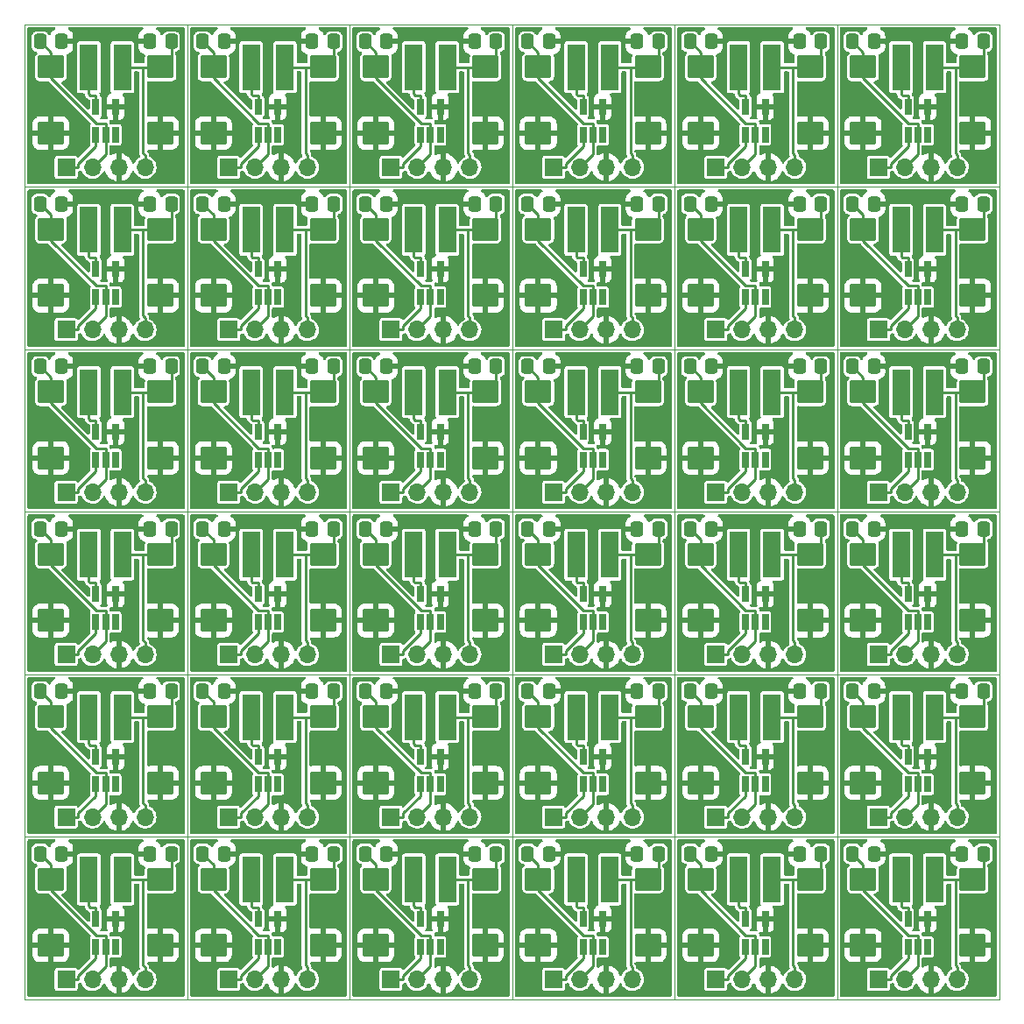
<source format=gbr>
%TF.GenerationSoftware,KiCad,Pcbnew,6.0.11-2627ca5db0~126~ubuntu20.04.1*%
%TF.CreationDate,2023-04-18T12:28:58-05:00*%
%TF.ProjectId,,58585858-5858-4585-9858-585858585858,rev?*%
%TF.SameCoordinates,Original*%
%TF.FileFunction,Copper,L1,Top*%
%TF.FilePolarity,Positive*%
%FSLAX46Y46*%
G04 Gerber Fmt 4.6, Leading zero omitted, Abs format (unit mm)*
G04 Created by KiCad (PCBNEW 6.0.11-2627ca5db0~126~ubuntu20.04.1) date 2023-04-18 12:28:58*
%MOMM*%
%LPD*%
G01*
G04 APERTURE LIST*
G04 Aperture macros list*
%AMRoundRect*
0 Rectangle with rounded corners*
0 $1 Rounding radius*
0 $2 $3 $4 $5 $6 $7 $8 $9 X,Y pos of 4 corners*
0 Add a 4 corners polygon primitive as box body*
4,1,4,$2,$3,$4,$5,$6,$7,$8,$9,$2,$3,0*
0 Add four circle primitives for the rounded corners*
1,1,$1+$1,$2,$3*
1,1,$1+$1,$4,$5*
1,1,$1+$1,$6,$7*
1,1,$1+$1,$8,$9*
0 Add four rect primitives between the rounded corners*
20,1,$1+$1,$2,$3,$4,$5,0*
20,1,$1+$1,$4,$5,$6,$7,0*
20,1,$1+$1,$6,$7,$8,$9,0*
20,1,$1+$1,$8,$9,$2,$3,0*%
G04 Aperture macros list end*
%TA.AperFunction,Profile*%
%ADD10C,0.100000*%
%TD*%
%TA.AperFunction,SMDPad,CuDef*%
%ADD11RoundRect,0.250000X-0.337500X-0.475000X0.337500X-0.475000X0.337500X0.475000X-0.337500X0.475000X0*%
%TD*%
%TA.AperFunction,SMDPad,CuDef*%
%ADD12RoundRect,0.250000X-1.025000X0.875000X-1.025000X-0.875000X1.025000X-0.875000X1.025000X0.875000X0*%
%TD*%
%TA.AperFunction,SMDPad,CuDef*%
%ADD13R,1.750000X4.500000*%
%TD*%
%TA.AperFunction,SMDPad,CuDef*%
%ADD14R,0.650000X1.560000*%
%TD*%
%TA.AperFunction,SMDPad,CuDef*%
%ADD15RoundRect,0.250000X0.337500X0.475000X-0.337500X0.475000X-0.337500X-0.475000X0.337500X-0.475000X0*%
%TD*%
%TA.AperFunction,ComponentPad*%
%ADD16R,1.700000X1.700000*%
%TD*%
%TA.AperFunction,ComponentPad*%
%ADD17O,1.700000X1.700000*%
%TD*%
%TA.AperFunction,Conductor*%
%ADD18C,0.250000*%
%TD*%
G04 APERTURE END LIST*
D10*
X178020000Y-126760000D02*
X178020000Y-142460000D01*
X162320000Y-126760000D02*
X162320000Y-142460000D01*
X162320000Y-142460000D02*
X178020000Y-142460000D01*
X162320000Y-126760000D02*
X178020000Y-126760000D01*
X162320000Y-126760000D02*
X162320000Y-142460000D01*
X146620000Y-126760000D02*
X146620000Y-142460000D01*
X146620000Y-142460000D02*
X162320000Y-142460000D01*
X146620000Y-126760000D02*
X162320000Y-126760000D01*
X146620000Y-126760000D02*
X146620000Y-142460000D01*
X130920000Y-126760000D02*
X130920000Y-142460000D01*
X130920000Y-142460000D02*
X146620000Y-142460000D01*
X130920000Y-126760000D02*
X146620000Y-126760000D01*
X130920000Y-126760000D02*
X130920000Y-142460000D01*
X115220000Y-126760000D02*
X115220000Y-142460000D01*
X115220000Y-142460000D02*
X130920000Y-142460000D01*
X115220000Y-126760000D02*
X130920000Y-126760000D01*
X115220000Y-126760000D02*
X115220000Y-142460000D01*
X99520000Y-126760000D02*
X99520000Y-142460000D01*
X99520000Y-142460000D02*
X115220000Y-142460000D01*
X99520000Y-126760000D02*
X115220000Y-126760000D01*
X99520000Y-126760000D02*
X99520000Y-142460000D01*
X83820000Y-126760000D02*
X83820000Y-142460000D01*
X83820000Y-142460000D02*
X99520000Y-142460000D01*
X83820000Y-126760000D02*
X99520000Y-126760000D01*
X178020000Y-111060000D02*
X178020000Y-126760000D01*
X162320000Y-111060000D02*
X162320000Y-126760000D01*
X162320000Y-126760000D02*
X178020000Y-126760000D01*
X162320000Y-111060000D02*
X178020000Y-111060000D01*
X162320000Y-111060000D02*
X162320000Y-126760000D01*
X146620000Y-111060000D02*
X146620000Y-126760000D01*
X146620000Y-126760000D02*
X162320000Y-126760000D01*
X146620000Y-111060000D02*
X162320000Y-111060000D01*
X146620000Y-111060000D02*
X146620000Y-126760000D01*
X130920000Y-111060000D02*
X130920000Y-126760000D01*
X130920000Y-126760000D02*
X146620000Y-126760000D01*
X130920000Y-111060000D02*
X146620000Y-111060000D01*
X130920000Y-111060000D02*
X130920000Y-126760000D01*
X115220000Y-111060000D02*
X115220000Y-126760000D01*
X115220000Y-126760000D02*
X130920000Y-126760000D01*
X115220000Y-111060000D02*
X130920000Y-111060000D01*
X115220000Y-111060000D02*
X115220000Y-126760000D01*
X99520000Y-111060000D02*
X99520000Y-126760000D01*
X99520000Y-126760000D02*
X115220000Y-126760000D01*
X99520000Y-111060000D02*
X115220000Y-111060000D01*
X99520000Y-111060000D02*
X99520000Y-126760000D01*
X83820000Y-111060000D02*
X83820000Y-126760000D01*
X83820000Y-126760000D02*
X99520000Y-126760000D01*
X83820000Y-111060000D02*
X99520000Y-111060000D01*
X178020000Y-95360000D02*
X178020000Y-111060000D01*
X162320000Y-95360000D02*
X162320000Y-111060000D01*
X162320000Y-111060000D02*
X178020000Y-111060000D01*
X162320000Y-95360000D02*
X178020000Y-95360000D01*
X162320000Y-95360000D02*
X162320000Y-111060000D01*
X146620000Y-95360000D02*
X146620000Y-111060000D01*
X146620000Y-111060000D02*
X162320000Y-111060000D01*
X146620000Y-95360000D02*
X162320000Y-95360000D01*
X146620000Y-95360000D02*
X146620000Y-111060000D01*
X130920000Y-95360000D02*
X130920000Y-111060000D01*
X130920000Y-111060000D02*
X146620000Y-111060000D01*
X130920000Y-95360000D02*
X146620000Y-95360000D01*
X130920000Y-95360000D02*
X130920000Y-111060000D01*
X115220000Y-95360000D02*
X115220000Y-111060000D01*
X115220000Y-111060000D02*
X130920000Y-111060000D01*
X115220000Y-95360000D02*
X130920000Y-95360000D01*
X115220000Y-95360000D02*
X115220000Y-111060000D01*
X99520000Y-95360000D02*
X99520000Y-111060000D01*
X99520000Y-111060000D02*
X115220000Y-111060000D01*
X99520000Y-95360000D02*
X115220000Y-95360000D01*
X99520000Y-95360000D02*
X99520000Y-111060000D01*
X83820000Y-95360000D02*
X83820000Y-111060000D01*
X83820000Y-111060000D02*
X99520000Y-111060000D01*
X83820000Y-95360000D02*
X99520000Y-95360000D01*
X178020000Y-79660000D02*
X178020000Y-95360000D01*
X162320000Y-79660000D02*
X162320000Y-95360000D01*
X162320000Y-95360000D02*
X178020000Y-95360000D01*
X162320000Y-79660000D02*
X178020000Y-79660000D01*
X162320000Y-79660000D02*
X162320000Y-95360000D01*
X146620000Y-79660000D02*
X146620000Y-95360000D01*
X146620000Y-95360000D02*
X162320000Y-95360000D01*
X146620000Y-79660000D02*
X162320000Y-79660000D01*
X146620000Y-79660000D02*
X146620000Y-95360000D01*
X130920000Y-79660000D02*
X130920000Y-95360000D01*
X130920000Y-95360000D02*
X146620000Y-95360000D01*
X130920000Y-79660000D02*
X146620000Y-79660000D01*
X130920000Y-79660000D02*
X130920000Y-95360000D01*
X115220000Y-79660000D02*
X115220000Y-95360000D01*
X115220000Y-95360000D02*
X130920000Y-95360000D01*
X115220000Y-79660000D02*
X130920000Y-79660000D01*
X115220000Y-79660000D02*
X115220000Y-95360000D01*
X99520000Y-79660000D02*
X99520000Y-95360000D01*
X99520000Y-95360000D02*
X115220000Y-95360000D01*
X99520000Y-79660000D02*
X115220000Y-79660000D01*
X99520000Y-79660000D02*
X99520000Y-95360000D01*
X83820000Y-79660000D02*
X83820000Y-95360000D01*
X83820000Y-95360000D02*
X99520000Y-95360000D01*
X83820000Y-79660000D02*
X99520000Y-79660000D01*
X178020000Y-63960000D02*
X178020000Y-79660000D01*
X162320000Y-63960000D02*
X162320000Y-79660000D01*
X162320000Y-79660000D02*
X178020000Y-79660000D01*
X162320000Y-63960000D02*
X178020000Y-63960000D01*
X162320000Y-63960000D02*
X162320000Y-79660000D01*
X146620000Y-63960000D02*
X146620000Y-79660000D01*
X146620000Y-79660000D02*
X162320000Y-79660000D01*
X146620000Y-63960000D02*
X162320000Y-63960000D01*
X146620000Y-63960000D02*
X146620000Y-79660000D01*
X130920000Y-63960000D02*
X130920000Y-79660000D01*
X130920000Y-79660000D02*
X146620000Y-79660000D01*
X130920000Y-63960000D02*
X146620000Y-63960000D01*
X130920000Y-63960000D02*
X130920000Y-79660000D01*
X115220000Y-63960000D02*
X115220000Y-79660000D01*
X115220000Y-79660000D02*
X130920000Y-79660000D01*
X115220000Y-63960000D02*
X130920000Y-63960000D01*
X115220000Y-63960000D02*
X115220000Y-79660000D01*
X99520000Y-63960000D02*
X99520000Y-79660000D01*
X99520000Y-79660000D02*
X115220000Y-79660000D01*
X99520000Y-63960000D02*
X115220000Y-63960000D01*
X99520000Y-63960000D02*
X99520000Y-79660000D01*
X83820000Y-63960000D02*
X83820000Y-79660000D01*
X83820000Y-79660000D02*
X99520000Y-79660000D01*
X83820000Y-63960000D02*
X99520000Y-63960000D01*
X178020000Y-48260000D02*
X178020000Y-63960000D01*
X162320000Y-48260000D02*
X162320000Y-63960000D01*
X162320000Y-63960000D02*
X178020000Y-63960000D01*
X162320000Y-48260000D02*
X178020000Y-48260000D01*
X162320000Y-48260000D02*
X162320000Y-63960000D01*
X146620000Y-48260000D02*
X146620000Y-63960000D01*
X146620000Y-63960000D02*
X162320000Y-63960000D01*
X146620000Y-48260000D02*
X162320000Y-48260000D01*
X146620000Y-48260000D02*
X146620000Y-63960000D01*
X130920000Y-48260000D02*
X130920000Y-63960000D01*
X130920000Y-63960000D02*
X146620000Y-63960000D01*
X130920000Y-48260000D02*
X146620000Y-48260000D01*
X130920000Y-48260000D02*
X130920000Y-63960000D01*
X115220000Y-48260000D02*
X115220000Y-63960000D01*
X115220000Y-63960000D02*
X130920000Y-63960000D01*
X115220000Y-48260000D02*
X130920000Y-48260000D01*
X115220000Y-48260000D02*
X115220000Y-63960000D01*
X99520000Y-48260000D02*
X99520000Y-63960000D01*
X99520000Y-63960000D02*
X115220000Y-63960000D01*
X99520000Y-48260000D02*
X115220000Y-48260000D01*
X99520000Y-48260000D02*
X99520000Y-63960000D01*
X83820000Y-48260000D02*
X83820000Y-63960000D01*
X83820000Y-48260000D02*
X99520000Y-48260000D01*
X83820000Y-63960000D02*
X99520000Y-63960000D01*
D11*
%TO.P,C3,1*%
%TO.N,Net-(C2-Pad1)*%
X163798500Y-128410000D03*
%TO.P,C3,2*%
%TO.N,GND*%
X165873500Y-128410000D03*
%TD*%
D12*
%TO.P,C2,1*%
%TO.N,Net-(C2-Pad1)*%
X164836000Y-130860000D03*
%TO.P,C2,2*%
%TO.N,GND*%
X164836000Y-137260000D03*
%TD*%
D13*
%TO.P,L1,1,1*%
%TO.N,Net-(C1-Pad1)*%
X171745000Y-130900000D03*
%TO.P,L1,2,2*%
%TO.N,Net-(L1-Pad2)*%
X168495000Y-130900000D03*
%TD*%
D14*
%TO.P,U1,1,CE*%
%TO.N,Net-(U1-Pad1)*%
X169170000Y-137410000D03*
%TO.P,U1,2,VOUT*%
%TO.N,Net-(C2-Pad1)*%
X170120000Y-137410000D03*
%TO.P,U1,3,NC*%
%TO.N,unconnected-(U1-Pad3)*%
X171070000Y-137410000D03*
%TO.P,U1,4,GND*%
%TO.N,GND*%
X171070000Y-134710000D03*
%TO.P,U1,5,LX*%
%TO.N,Net-(L1-Pad2)*%
X169170000Y-134710000D03*
%TD*%
D12*
%TO.P,C1,1*%
%TO.N,Net-(C1-Pad1)*%
X175428000Y-130860000D03*
%TO.P,C1,2*%
%TO.N,GND*%
X175428000Y-137260000D03*
%TD*%
D15*
%TO.P,C4,1*%
%TO.N,Net-(C1-Pad1)*%
X176465500Y-128410000D03*
%TO.P,C4,2*%
%TO.N,GND*%
X174390500Y-128410000D03*
%TD*%
D16*
%TO.P,J1,1,Pin_1*%
%TO.N,Net-(U1-Pad1)*%
X166307000Y-140560000D03*
D17*
%TO.P,J1,2,Pin_2*%
%TO.N,Net-(C2-Pad1)*%
X168847000Y-140560000D03*
%TO.P,J1,3,Pin_3*%
%TO.N,GND*%
X171387000Y-140560000D03*
%TO.P,J1,4,Pin_4*%
%TO.N,Net-(C1-Pad1)*%
X173927000Y-140560000D03*
%TD*%
D11*
%TO.P,C3,1*%
%TO.N,Net-(C2-Pad1)*%
X148098500Y-128410000D03*
%TO.P,C3,2*%
%TO.N,GND*%
X150173500Y-128410000D03*
%TD*%
D12*
%TO.P,C2,1*%
%TO.N,Net-(C2-Pad1)*%
X149136000Y-130860000D03*
%TO.P,C2,2*%
%TO.N,GND*%
X149136000Y-137260000D03*
%TD*%
D13*
%TO.P,L1,1,1*%
%TO.N,Net-(C1-Pad1)*%
X156045000Y-130900000D03*
%TO.P,L1,2,2*%
%TO.N,Net-(L1-Pad2)*%
X152795000Y-130900000D03*
%TD*%
D14*
%TO.P,U1,1,CE*%
%TO.N,Net-(U1-Pad1)*%
X153470000Y-137410000D03*
%TO.P,U1,2,VOUT*%
%TO.N,Net-(C2-Pad1)*%
X154420000Y-137410000D03*
%TO.P,U1,3,NC*%
%TO.N,unconnected-(U1-Pad3)*%
X155370000Y-137410000D03*
%TO.P,U1,4,GND*%
%TO.N,GND*%
X155370000Y-134710000D03*
%TO.P,U1,5,LX*%
%TO.N,Net-(L1-Pad2)*%
X153470000Y-134710000D03*
%TD*%
D12*
%TO.P,C1,1*%
%TO.N,Net-(C1-Pad1)*%
X159728000Y-130860000D03*
%TO.P,C1,2*%
%TO.N,GND*%
X159728000Y-137260000D03*
%TD*%
D15*
%TO.P,C4,1*%
%TO.N,Net-(C1-Pad1)*%
X160765500Y-128410000D03*
%TO.P,C4,2*%
%TO.N,GND*%
X158690500Y-128410000D03*
%TD*%
D16*
%TO.P,J1,1,Pin_1*%
%TO.N,Net-(U1-Pad1)*%
X150607000Y-140560000D03*
D17*
%TO.P,J1,2,Pin_2*%
%TO.N,Net-(C2-Pad1)*%
X153147000Y-140560000D03*
%TO.P,J1,3,Pin_3*%
%TO.N,GND*%
X155687000Y-140560000D03*
%TO.P,J1,4,Pin_4*%
%TO.N,Net-(C1-Pad1)*%
X158227000Y-140560000D03*
%TD*%
D11*
%TO.P,C3,1*%
%TO.N,Net-(C2-Pad1)*%
X132398500Y-128410000D03*
%TO.P,C3,2*%
%TO.N,GND*%
X134473500Y-128410000D03*
%TD*%
D12*
%TO.P,C2,1*%
%TO.N,Net-(C2-Pad1)*%
X133436000Y-130860000D03*
%TO.P,C2,2*%
%TO.N,GND*%
X133436000Y-137260000D03*
%TD*%
D13*
%TO.P,L1,1,1*%
%TO.N,Net-(C1-Pad1)*%
X140345000Y-130900000D03*
%TO.P,L1,2,2*%
%TO.N,Net-(L1-Pad2)*%
X137095000Y-130900000D03*
%TD*%
D14*
%TO.P,U1,1,CE*%
%TO.N,Net-(U1-Pad1)*%
X137770000Y-137410000D03*
%TO.P,U1,2,VOUT*%
%TO.N,Net-(C2-Pad1)*%
X138720000Y-137410000D03*
%TO.P,U1,3,NC*%
%TO.N,unconnected-(U1-Pad3)*%
X139670000Y-137410000D03*
%TO.P,U1,4,GND*%
%TO.N,GND*%
X139670000Y-134710000D03*
%TO.P,U1,5,LX*%
%TO.N,Net-(L1-Pad2)*%
X137770000Y-134710000D03*
%TD*%
D12*
%TO.P,C1,1*%
%TO.N,Net-(C1-Pad1)*%
X144028000Y-130860000D03*
%TO.P,C1,2*%
%TO.N,GND*%
X144028000Y-137260000D03*
%TD*%
D15*
%TO.P,C4,1*%
%TO.N,Net-(C1-Pad1)*%
X145065500Y-128410000D03*
%TO.P,C4,2*%
%TO.N,GND*%
X142990500Y-128410000D03*
%TD*%
D16*
%TO.P,J1,1,Pin_1*%
%TO.N,Net-(U1-Pad1)*%
X134907000Y-140560000D03*
D17*
%TO.P,J1,2,Pin_2*%
%TO.N,Net-(C2-Pad1)*%
X137447000Y-140560000D03*
%TO.P,J1,3,Pin_3*%
%TO.N,GND*%
X139987000Y-140560000D03*
%TO.P,J1,4,Pin_4*%
%TO.N,Net-(C1-Pad1)*%
X142527000Y-140560000D03*
%TD*%
D11*
%TO.P,C3,1*%
%TO.N,Net-(C2-Pad1)*%
X116698500Y-128410000D03*
%TO.P,C3,2*%
%TO.N,GND*%
X118773500Y-128410000D03*
%TD*%
D12*
%TO.P,C2,1*%
%TO.N,Net-(C2-Pad1)*%
X117736000Y-130860000D03*
%TO.P,C2,2*%
%TO.N,GND*%
X117736000Y-137260000D03*
%TD*%
D13*
%TO.P,L1,1,1*%
%TO.N,Net-(C1-Pad1)*%
X124645000Y-130900000D03*
%TO.P,L1,2,2*%
%TO.N,Net-(L1-Pad2)*%
X121395000Y-130900000D03*
%TD*%
D14*
%TO.P,U1,1,CE*%
%TO.N,Net-(U1-Pad1)*%
X122070000Y-137410000D03*
%TO.P,U1,2,VOUT*%
%TO.N,Net-(C2-Pad1)*%
X123020000Y-137410000D03*
%TO.P,U1,3,NC*%
%TO.N,unconnected-(U1-Pad3)*%
X123970000Y-137410000D03*
%TO.P,U1,4,GND*%
%TO.N,GND*%
X123970000Y-134710000D03*
%TO.P,U1,5,LX*%
%TO.N,Net-(L1-Pad2)*%
X122070000Y-134710000D03*
%TD*%
D12*
%TO.P,C1,1*%
%TO.N,Net-(C1-Pad1)*%
X128328000Y-130860000D03*
%TO.P,C1,2*%
%TO.N,GND*%
X128328000Y-137260000D03*
%TD*%
D15*
%TO.P,C4,1*%
%TO.N,Net-(C1-Pad1)*%
X129365500Y-128410000D03*
%TO.P,C4,2*%
%TO.N,GND*%
X127290500Y-128410000D03*
%TD*%
D16*
%TO.P,J1,1,Pin_1*%
%TO.N,Net-(U1-Pad1)*%
X119207000Y-140560000D03*
D17*
%TO.P,J1,2,Pin_2*%
%TO.N,Net-(C2-Pad1)*%
X121747000Y-140560000D03*
%TO.P,J1,3,Pin_3*%
%TO.N,GND*%
X124287000Y-140560000D03*
%TO.P,J1,4,Pin_4*%
%TO.N,Net-(C1-Pad1)*%
X126827000Y-140560000D03*
%TD*%
D11*
%TO.P,C3,1*%
%TO.N,Net-(C2-Pad1)*%
X100998500Y-128410000D03*
%TO.P,C3,2*%
%TO.N,GND*%
X103073500Y-128410000D03*
%TD*%
D12*
%TO.P,C2,1*%
%TO.N,Net-(C2-Pad1)*%
X102036000Y-130860000D03*
%TO.P,C2,2*%
%TO.N,GND*%
X102036000Y-137260000D03*
%TD*%
D13*
%TO.P,L1,1,1*%
%TO.N,Net-(C1-Pad1)*%
X108945000Y-130900000D03*
%TO.P,L1,2,2*%
%TO.N,Net-(L1-Pad2)*%
X105695000Y-130900000D03*
%TD*%
D14*
%TO.P,U1,1,CE*%
%TO.N,Net-(U1-Pad1)*%
X106370000Y-137410000D03*
%TO.P,U1,2,VOUT*%
%TO.N,Net-(C2-Pad1)*%
X107320000Y-137410000D03*
%TO.P,U1,3,NC*%
%TO.N,unconnected-(U1-Pad3)*%
X108270000Y-137410000D03*
%TO.P,U1,4,GND*%
%TO.N,GND*%
X108270000Y-134710000D03*
%TO.P,U1,5,LX*%
%TO.N,Net-(L1-Pad2)*%
X106370000Y-134710000D03*
%TD*%
D12*
%TO.P,C1,1*%
%TO.N,Net-(C1-Pad1)*%
X112628000Y-130860000D03*
%TO.P,C1,2*%
%TO.N,GND*%
X112628000Y-137260000D03*
%TD*%
D15*
%TO.P,C4,1*%
%TO.N,Net-(C1-Pad1)*%
X113665500Y-128410000D03*
%TO.P,C4,2*%
%TO.N,GND*%
X111590500Y-128410000D03*
%TD*%
D16*
%TO.P,J1,1,Pin_1*%
%TO.N,Net-(U1-Pad1)*%
X103507000Y-140560000D03*
D17*
%TO.P,J1,2,Pin_2*%
%TO.N,Net-(C2-Pad1)*%
X106047000Y-140560000D03*
%TO.P,J1,3,Pin_3*%
%TO.N,GND*%
X108587000Y-140560000D03*
%TO.P,J1,4,Pin_4*%
%TO.N,Net-(C1-Pad1)*%
X111127000Y-140560000D03*
%TD*%
D11*
%TO.P,C3,1*%
%TO.N,Net-(C2-Pad1)*%
X85298500Y-128410000D03*
%TO.P,C3,2*%
%TO.N,GND*%
X87373500Y-128410000D03*
%TD*%
D12*
%TO.P,C2,1*%
%TO.N,Net-(C2-Pad1)*%
X86336000Y-130860000D03*
%TO.P,C2,2*%
%TO.N,GND*%
X86336000Y-137260000D03*
%TD*%
D13*
%TO.P,L1,1,1*%
%TO.N,Net-(C1-Pad1)*%
X93245000Y-130900000D03*
%TO.P,L1,2,2*%
%TO.N,Net-(L1-Pad2)*%
X89995000Y-130900000D03*
%TD*%
D14*
%TO.P,U1,1,CE*%
%TO.N,Net-(U1-Pad1)*%
X90670000Y-137410000D03*
%TO.P,U1,2,VOUT*%
%TO.N,Net-(C2-Pad1)*%
X91620000Y-137410000D03*
%TO.P,U1,3,NC*%
%TO.N,unconnected-(U1-Pad3)*%
X92570000Y-137410000D03*
%TO.P,U1,4,GND*%
%TO.N,GND*%
X92570000Y-134710000D03*
%TO.P,U1,5,LX*%
%TO.N,Net-(L1-Pad2)*%
X90670000Y-134710000D03*
%TD*%
D12*
%TO.P,C1,1*%
%TO.N,Net-(C1-Pad1)*%
X96928000Y-130860000D03*
%TO.P,C1,2*%
%TO.N,GND*%
X96928000Y-137260000D03*
%TD*%
D15*
%TO.P,C4,1*%
%TO.N,Net-(C1-Pad1)*%
X97965500Y-128410000D03*
%TO.P,C4,2*%
%TO.N,GND*%
X95890500Y-128410000D03*
%TD*%
D16*
%TO.P,J1,1,Pin_1*%
%TO.N,Net-(U1-Pad1)*%
X87807000Y-140560000D03*
D17*
%TO.P,J1,2,Pin_2*%
%TO.N,Net-(C2-Pad1)*%
X90347000Y-140560000D03*
%TO.P,J1,3,Pin_3*%
%TO.N,GND*%
X92887000Y-140560000D03*
%TO.P,J1,4,Pin_4*%
%TO.N,Net-(C1-Pad1)*%
X95427000Y-140560000D03*
%TD*%
D11*
%TO.P,C3,1*%
%TO.N,Net-(C2-Pad1)*%
X163798500Y-112710000D03*
%TO.P,C3,2*%
%TO.N,GND*%
X165873500Y-112710000D03*
%TD*%
D12*
%TO.P,C2,1*%
%TO.N,Net-(C2-Pad1)*%
X164836000Y-115160000D03*
%TO.P,C2,2*%
%TO.N,GND*%
X164836000Y-121560000D03*
%TD*%
D13*
%TO.P,L1,1,1*%
%TO.N,Net-(C1-Pad1)*%
X171745000Y-115200000D03*
%TO.P,L1,2,2*%
%TO.N,Net-(L1-Pad2)*%
X168495000Y-115200000D03*
%TD*%
D14*
%TO.P,U1,1,CE*%
%TO.N,Net-(U1-Pad1)*%
X169170000Y-121710000D03*
%TO.P,U1,2,VOUT*%
%TO.N,Net-(C2-Pad1)*%
X170120000Y-121710000D03*
%TO.P,U1,3,NC*%
%TO.N,unconnected-(U1-Pad3)*%
X171070000Y-121710000D03*
%TO.P,U1,4,GND*%
%TO.N,GND*%
X171070000Y-119010000D03*
%TO.P,U1,5,LX*%
%TO.N,Net-(L1-Pad2)*%
X169170000Y-119010000D03*
%TD*%
D12*
%TO.P,C1,1*%
%TO.N,Net-(C1-Pad1)*%
X175428000Y-115160000D03*
%TO.P,C1,2*%
%TO.N,GND*%
X175428000Y-121560000D03*
%TD*%
D15*
%TO.P,C4,1*%
%TO.N,Net-(C1-Pad1)*%
X176465500Y-112710000D03*
%TO.P,C4,2*%
%TO.N,GND*%
X174390500Y-112710000D03*
%TD*%
D16*
%TO.P,J1,1,Pin_1*%
%TO.N,Net-(U1-Pad1)*%
X166307000Y-124860000D03*
D17*
%TO.P,J1,2,Pin_2*%
%TO.N,Net-(C2-Pad1)*%
X168847000Y-124860000D03*
%TO.P,J1,3,Pin_3*%
%TO.N,GND*%
X171387000Y-124860000D03*
%TO.P,J1,4,Pin_4*%
%TO.N,Net-(C1-Pad1)*%
X173927000Y-124860000D03*
%TD*%
D11*
%TO.P,C3,1*%
%TO.N,Net-(C2-Pad1)*%
X148098500Y-112710000D03*
%TO.P,C3,2*%
%TO.N,GND*%
X150173500Y-112710000D03*
%TD*%
D12*
%TO.P,C2,1*%
%TO.N,Net-(C2-Pad1)*%
X149136000Y-115160000D03*
%TO.P,C2,2*%
%TO.N,GND*%
X149136000Y-121560000D03*
%TD*%
D13*
%TO.P,L1,1,1*%
%TO.N,Net-(C1-Pad1)*%
X156045000Y-115200000D03*
%TO.P,L1,2,2*%
%TO.N,Net-(L1-Pad2)*%
X152795000Y-115200000D03*
%TD*%
D14*
%TO.P,U1,1,CE*%
%TO.N,Net-(U1-Pad1)*%
X153470000Y-121710000D03*
%TO.P,U1,2,VOUT*%
%TO.N,Net-(C2-Pad1)*%
X154420000Y-121710000D03*
%TO.P,U1,3,NC*%
%TO.N,unconnected-(U1-Pad3)*%
X155370000Y-121710000D03*
%TO.P,U1,4,GND*%
%TO.N,GND*%
X155370000Y-119010000D03*
%TO.P,U1,5,LX*%
%TO.N,Net-(L1-Pad2)*%
X153470000Y-119010000D03*
%TD*%
D12*
%TO.P,C1,1*%
%TO.N,Net-(C1-Pad1)*%
X159728000Y-115160000D03*
%TO.P,C1,2*%
%TO.N,GND*%
X159728000Y-121560000D03*
%TD*%
D15*
%TO.P,C4,1*%
%TO.N,Net-(C1-Pad1)*%
X160765500Y-112710000D03*
%TO.P,C4,2*%
%TO.N,GND*%
X158690500Y-112710000D03*
%TD*%
D16*
%TO.P,J1,1,Pin_1*%
%TO.N,Net-(U1-Pad1)*%
X150607000Y-124860000D03*
D17*
%TO.P,J1,2,Pin_2*%
%TO.N,Net-(C2-Pad1)*%
X153147000Y-124860000D03*
%TO.P,J1,3,Pin_3*%
%TO.N,GND*%
X155687000Y-124860000D03*
%TO.P,J1,4,Pin_4*%
%TO.N,Net-(C1-Pad1)*%
X158227000Y-124860000D03*
%TD*%
D11*
%TO.P,C3,1*%
%TO.N,Net-(C2-Pad1)*%
X132398500Y-112710000D03*
%TO.P,C3,2*%
%TO.N,GND*%
X134473500Y-112710000D03*
%TD*%
D12*
%TO.P,C2,1*%
%TO.N,Net-(C2-Pad1)*%
X133436000Y-115160000D03*
%TO.P,C2,2*%
%TO.N,GND*%
X133436000Y-121560000D03*
%TD*%
D13*
%TO.P,L1,1,1*%
%TO.N,Net-(C1-Pad1)*%
X140345000Y-115200000D03*
%TO.P,L1,2,2*%
%TO.N,Net-(L1-Pad2)*%
X137095000Y-115200000D03*
%TD*%
D14*
%TO.P,U1,1,CE*%
%TO.N,Net-(U1-Pad1)*%
X137770000Y-121710000D03*
%TO.P,U1,2,VOUT*%
%TO.N,Net-(C2-Pad1)*%
X138720000Y-121710000D03*
%TO.P,U1,3,NC*%
%TO.N,unconnected-(U1-Pad3)*%
X139670000Y-121710000D03*
%TO.P,U1,4,GND*%
%TO.N,GND*%
X139670000Y-119010000D03*
%TO.P,U1,5,LX*%
%TO.N,Net-(L1-Pad2)*%
X137770000Y-119010000D03*
%TD*%
D12*
%TO.P,C1,1*%
%TO.N,Net-(C1-Pad1)*%
X144028000Y-115160000D03*
%TO.P,C1,2*%
%TO.N,GND*%
X144028000Y-121560000D03*
%TD*%
D15*
%TO.P,C4,1*%
%TO.N,Net-(C1-Pad1)*%
X145065500Y-112710000D03*
%TO.P,C4,2*%
%TO.N,GND*%
X142990500Y-112710000D03*
%TD*%
D16*
%TO.P,J1,1,Pin_1*%
%TO.N,Net-(U1-Pad1)*%
X134907000Y-124860000D03*
D17*
%TO.P,J1,2,Pin_2*%
%TO.N,Net-(C2-Pad1)*%
X137447000Y-124860000D03*
%TO.P,J1,3,Pin_3*%
%TO.N,GND*%
X139987000Y-124860000D03*
%TO.P,J1,4,Pin_4*%
%TO.N,Net-(C1-Pad1)*%
X142527000Y-124860000D03*
%TD*%
D11*
%TO.P,C3,1*%
%TO.N,Net-(C2-Pad1)*%
X116698500Y-112710000D03*
%TO.P,C3,2*%
%TO.N,GND*%
X118773500Y-112710000D03*
%TD*%
D12*
%TO.P,C2,1*%
%TO.N,Net-(C2-Pad1)*%
X117736000Y-115160000D03*
%TO.P,C2,2*%
%TO.N,GND*%
X117736000Y-121560000D03*
%TD*%
D13*
%TO.P,L1,1,1*%
%TO.N,Net-(C1-Pad1)*%
X124645000Y-115200000D03*
%TO.P,L1,2,2*%
%TO.N,Net-(L1-Pad2)*%
X121395000Y-115200000D03*
%TD*%
D14*
%TO.P,U1,1,CE*%
%TO.N,Net-(U1-Pad1)*%
X122070000Y-121710000D03*
%TO.P,U1,2,VOUT*%
%TO.N,Net-(C2-Pad1)*%
X123020000Y-121710000D03*
%TO.P,U1,3,NC*%
%TO.N,unconnected-(U1-Pad3)*%
X123970000Y-121710000D03*
%TO.P,U1,4,GND*%
%TO.N,GND*%
X123970000Y-119010000D03*
%TO.P,U1,5,LX*%
%TO.N,Net-(L1-Pad2)*%
X122070000Y-119010000D03*
%TD*%
D12*
%TO.P,C1,1*%
%TO.N,Net-(C1-Pad1)*%
X128328000Y-115160000D03*
%TO.P,C1,2*%
%TO.N,GND*%
X128328000Y-121560000D03*
%TD*%
D15*
%TO.P,C4,1*%
%TO.N,Net-(C1-Pad1)*%
X129365500Y-112710000D03*
%TO.P,C4,2*%
%TO.N,GND*%
X127290500Y-112710000D03*
%TD*%
D16*
%TO.P,J1,1,Pin_1*%
%TO.N,Net-(U1-Pad1)*%
X119207000Y-124860000D03*
D17*
%TO.P,J1,2,Pin_2*%
%TO.N,Net-(C2-Pad1)*%
X121747000Y-124860000D03*
%TO.P,J1,3,Pin_3*%
%TO.N,GND*%
X124287000Y-124860000D03*
%TO.P,J1,4,Pin_4*%
%TO.N,Net-(C1-Pad1)*%
X126827000Y-124860000D03*
%TD*%
D11*
%TO.P,C3,1*%
%TO.N,Net-(C2-Pad1)*%
X100998500Y-112710000D03*
%TO.P,C3,2*%
%TO.N,GND*%
X103073500Y-112710000D03*
%TD*%
D12*
%TO.P,C2,1*%
%TO.N,Net-(C2-Pad1)*%
X102036000Y-115160000D03*
%TO.P,C2,2*%
%TO.N,GND*%
X102036000Y-121560000D03*
%TD*%
D13*
%TO.P,L1,1,1*%
%TO.N,Net-(C1-Pad1)*%
X108945000Y-115200000D03*
%TO.P,L1,2,2*%
%TO.N,Net-(L1-Pad2)*%
X105695000Y-115200000D03*
%TD*%
D14*
%TO.P,U1,1,CE*%
%TO.N,Net-(U1-Pad1)*%
X106370000Y-121710000D03*
%TO.P,U1,2,VOUT*%
%TO.N,Net-(C2-Pad1)*%
X107320000Y-121710000D03*
%TO.P,U1,3,NC*%
%TO.N,unconnected-(U1-Pad3)*%
X108270000Y-121710000D03*
%TO.P,U1,4,GND*%
%TO.N,GND*%
X108270000Y-119010000D03*
%TO.P,U1,5,LX*%
%TO.N,Net-(L1-Pad2)*%
X106370000Y-119010000D03*
%TD*%
D12*
%TO.P,C1,1*%
%TO.N,Net-(C1-Pad1)*%
X112628000Y-115160000D03*
%TO.P,C1,2*%
%TO.N,GND*%
X112628000Y-121560000D03*
%TD*%
D15*
%TO.P,C4,1*%
%TO.N,Net-(C1-Pad1)*%
X113665500Y-112710000D03*
%TO.P,C4,2*%
%TO.N,GND*%
X111590500Y-112710000D03*
%TD*%
D16*
%TO.P,J1,1,Pin_1*%
%TO.N,Net-(U1-Pad1)*%
X103507000Y-124860000D03*
D17*
%TO.P,J1,2,Pin_2*%
%TO.N,Net-(C2-Pad1)*%
X106047000Y-124860000D03*
%TO.P,J1,3,Pin_3*%
%TO.N,GND*%
X108587000Y-124860000D03*
%TO.P,J1,4,Pin_4*%
%TO.N,Net-(C1-Pad1)*%
X111127000Y-124860000D03*
%TD*%
D11*
%TO.P,C3,1*%
%TO.N,Net-(C2-Pad1)*%
X85298500Y-112710000D03*
%TO.P,C3,2*%
%TO.N,GND*%
X87373500Y-112710000D03*
%TD*%
D12*
%TO.P,C2,1*%
%TO.N,Net-(C2-Pad1)*%
X86336000Y-115160000D03*
%TO.P,C2,2*%
%TO.N,GND*%
X86336000Y-121560000D03*
%TD*%
D13*
%TO.P,L1,1,1*%
%TO.N,Net-(C1-Pad1)*%
X93245000Y-115200000D03*
%TO.P,L1,2,2*%
%TO.N,Net-(L1-Pad2)*%
X89995000Y-115200000D03*
%TD*%
D14*
%TO.P,U1,1,CE*%
%TO.N,Net-(U1-Pad1)*%
X90670000Y-121710000D03*
%TO.P,U1,2,VOUT*%
%TO.N,Net-(C2-Pad1)*%
X91620000Y-121710000D03*
%TO.P,U1,3,NC*%
%TO.N,unconnected-(U1-Pad3)*%
X92570000Y-121710000D03*
%TO.P,U1,4,GND*%
%TO.N,GND*%
X92570000Y-119010000D03*
%TO.P,U1,5,LX*%
%TO.N,Net-(L1-Pad2)*%
X90670000Y-119010000D03*
%TD*%
D12*
%TO.P,C1,1*%
%TO.N,Net-(C1-Pad1)*%
X96928000Y-115160000D03*
%TO.P,C1,2*%
%TO.N,GND*%
X96928000Y-121560000D03*
%TD*%
D15*
%TO.P,C4,1*%
%TO.N,Net-(C1-Pad1)*%
X97965500Y-112710000D03*
%TO.P,C4,2*%
%TO.N,GND*%
X95890500Y-112710000D03*
%TD*%
D16*
%TO.P,J1,1,Pin_1*%
%TO.N,Net-(U1-Pad1)*%
X87807000Y-124860000D03*
D17*
%TO.P,J1,2,Pin_2*%
%TO.N,Net-(C2-Pad1)*%
X90347000Y-124860000D03*
%TO.P,J1,3,Pin_3*%
%TO.N,GND*%
X92887000Y-124860000D03*
%TO.P,J1,4,Pin_4*%
%TO.N,Net-(C1-Pad1)*%
X95427000Y-124860000D03*
%TD*%
D11*
%TO.P,C3,1*%
%TO.N,Net-(C2-Pad1)*%
X163798500Y-97010000D03*
%TO.P,C3,2*%
%TO.N,GND*%
X165873500Y-97010000D03*
%TD*%
D12*
%TO.P,C2,1*%
%TO.N,Net-(C2-Pad1)*%
X164836000Y-99460000D03*
%TO.P,C2,2*%
%TO.N,GND*%
X164836000Y-105860000D03*
%TD*%
D13*
%TO.P,L1,1,1*%
%TO.N,Net-(C1-Pad1)*%
X171745000Y-99500000D03*
%TO.P,L1,2,2*%
%TO.N,Net-(L1-Pad2)*%
X168495000Y-99500000D03*
%TD*%
D14*
%TO.P,U1,1,CE*%
%TO.N,Net-(U1-Pad1)*%
X169170000Y-106010000D03*
%TO.P,U1,2,VOUT*%
%TO.N,Net-(C2-Pad1)*%
X170120000Y-106010000D03*
%TO.P,U1,3,NC*%
%TO.N,unconnected-(U1-Pad3)*%
X171070000Y-106010000D03*
%TO.P,U1,4,GND*%
%TO.N,GND*%
X171070000Y-103310000D03*
%TO.P,U1,5,LX*%
%TO.N,Net-(L1-Pad2)*%
X169170000Y-103310000D03*
%TD*%
D12*
%TO.P,C1,1*%
%TO.N,Net-(C1-Pad1)*%
X175428000Y-99460000D03*
%TO.P,C1,2*%
%TO.N,GND*%
X175428000Y-105860000D03*
%TD*%
D15*
%TO.P,C4,1*%
%TO.N,Net-(C1-Pad1)*%
X176465500Y-97010000D03*
%TO.P,C4,2*%
%TO.N,GND*%
X174390500Y-97010000D03*
%TD*%
D16*
%TO.P,J1,1,Pin_1*%
%TO.N,Net-(U1-Pad1)*%
X166307000Y-109160000D03*
D17*
%TO.P,J1,2,Pin_2*%
%TO.N,Net-(C2-Pad1)*%
X168847000Y-109160000D03*
%TO.P,J1,3,Pin_3*%
%TO.N,GND*%
X171387000Y-109160000D03*
%TO.P,J1,4,Pin_4*%
%TO.N,Net-(C1-Pad1)*%
X173927000Y-109160000D03*
%TD*%
D11*
%TO.P,C3,1*%
%TO.N,Net-(C2-Pad1)*%
X148098500Y-97010000D03*
%TO.P,C3,2*%
%TO.N,GND*%
X150173500Y-97010000D03*
%TD*%
D12*
%TO.P,C2,1*%
%TO.N,Net-(C2-Pad1)*%
X149136000Y-99460000D03*
%TO.P,C2,2*%
%TO.N,GND*%
X149136000Y-105860000D03*
%TD*%
D13*
%TO.P,L1,1,1*%
%TO.N,Net-(C1-Pad1)*%
X156045000Y-99500000D03*
%TO.P,L1,2,2*%
%TO.N,Net-(L1-Pad2)*%
X152795000Y-99500000D03*
%TD*%
D14*
%TO.P,U1,1,CE*%
%TO.N,Net-(U1-Pad1)*%
X153470000Y-106010000D03*
%TO.P,U1,2,VOUT*%
%TO.N,Net-(C2-Pad1)*%
X154420000Y-106010000D03*
%TO.P,U1,3,NC*%
%TO.N,unconnected-(U1-Pad3)*%
X155370000Y-106010000D03*
%TO.P,U1,4,GND*%
%TO.N,GND*%
X155370000Y-103310000D03*
%TO.P,U1,5,LX*%
%TO.N,Net-(L1-Pad2)*%
X153470000Y-103310000D03*
%TD*%
D12*
%TO.P,C1,1*%
%TO.N,Net-(C1-Pad1)*%
X159728000Y-99460000D03*
%TO.P,C1,2*%
%TO.N,GND*%
X159728000Y-105860000D03*
%TD*%
D15*
%TO.P,C4,1*%
%TO.N,Net-(C1-Pad1)*%
X160765500Y-97010000D03*
%TO.P,C4,2*%
%TO.N,GND*%
X158690500Y-97010000D03*
%TD*%
D16*
%TO.P,J1,1,Pin_1*%
%TO.N,Net-(U1-Pad1)*%
X150607000Y-109160000D03*
D17*
%TO.P,J1,2,Pin_2*%
%TO.N,Net-(C2-Pad1)*%
X153147000Y-109160000D03*
%TO.P,J1,3,Pin_3*%
%TO.N,GND*%
X155687000Y-109160000D03*
%TO.P,J1,4,Pin_4*%
%TO.N,Net-(C1-Pad1)*%
X158227000Y-109160000D03*
%TD*%
D11*
%TO.P,C3,1*%
%TO.N,Net-(C2-Pad1)*%
X132398500Y-97010000D03*
%TO.P,C3,2*%
%TO.N,GND*%
X134473500Y-97010000D03*
%TD*%
D12*
%TO.P,C2,1*%
%TO.N,Net-(C2-Pad1)*%
X133436000Y-99460000D03*
%TO.P,C2,2*%
%TO.N,GND*%
X133436000Y-105860000D03*
%TD*%
D13*
%TO.P,L1,1,1*%
%TO.N,Net-(C1-Pad1)*%
X140345000Y-99500000D03*
%TO.P,L1,2,2*%
%TO.N,Net-(L1-Pad2)*%
X137095000Y-99500000D03*
%TD*%
D14*
%TO.P,U1,1,CE*%
%TO.N,Net-(U1-Pad1)*%
X137770000Y-106010000D03*
%TO.P,U1,2,VOUT*%
%TO.N,Net-(C2-Pad1)*%
X138720000Y-106010000D03*
%TO.P,U1,3,NC*%
%TO.N,unconnected-(U1-Pad3)*%
X139670000Y-106010000D03*
%TO.P,U1,4,GND*%
%TO.N,GND*%
X139670000Y-103310000D03*
%TO.P,U1,5,LX*%
%TO.N,Net-(L1-Pad2)*%
X137770000Y-103310000D03*
%TD*%
D12*
%TO.P,C1,1*%
%TO.N,Net-(C1-Pad1)*%
X144028000Y-99460000D03*
%TO.P,C1,2*%
%TO.N,GND*%
X144028000Y-105860000D03*
%TD*%
D15*
%TO.P,C4,1*%
%TO.N,Net-(C1-Pad1)*%
X145065500Y-97010000D03*
%TO.P,C4,2*%
%TO.N,GND*%
X142990500Y-97010000D03*
%TD*%
D16*
%TO.P,J1,1,Pin_1*%
%TO.N,Net-(U1-Pad1)*%
X134907000Y-109160000D03*
D17*
%TO.P,J1,2,Pin_2*%
%TO.N,Net-(C2-Pad1)*%
X137447000Y-109160000D03*
%TO.P,J1,3,Pin_3*%
%TO.N,GND*%
X139987000Y-109160000D03*
%TO.P,J1,4,Pin_4*%
%TO.N,Net-(C1-Pad1)*%
X142527000Y-109160000D03*
%TD*%
D11*
%TO.P,C3,1*%
%TO.N,Net-(C2-Pad1)*%
X116698500Y-97010000D03*
%TO.P,C3,2*%
%TO.N,GND*%
X118773500Y-97010000D03*
%TD*%
D12*
%TO.P,C2,1*%
%TO.N,Net-(C2-Pad1)*%
X117736000Y-99460000D03*
%TO.P,C2,2*%
%TO.N,GND*%
X117736000Y-105860000D03*
%TD*%
D13*
%TO.P,L1,1,1*%
%TO.N,Net-(C1-Pad1)*%
X124645000Y-99500000D03*
%TO.P,L1,2,2*%
%TO.N,Net-(L1-Pad2)*%
X121395000Y-99500000D03*
%TD*%
D14*
%TO.P,U1,1,CE*%
%TO.N,Net-(U1-Pad1)*%
X122070000Y-106010000D03*
%TO.P,U1,2,VOUT*%
%TO.N,Net-(C2-Pad1)*%
X123020000Y-106010000D03*
%TO.P,U1,3,NC*%
%TO.N,unconnected-(U1-Pad3)*%
X123970000Y-106010000D03*
%TO.P,U1,4,GND*%
%TO.N,GND*%
X123970000Y-103310000D03*
%TO.P,U1,5,LX*%
%TO.N,Net-(L1-Pad2)*%
X122070000Y-103310000D03*
%TD*%
D12*
%TO.P,C1,1*%
%TO.N,Net-(C1-Pad1)*%
X128328000Y-99460000D03*
%TO.P,C1,2*%
%TO.N,GND*%
X128328000Y-105860000D03*
%TD*%
D15*
%TO.P,C4,1*%
%TO.N,Net-(C1-Pad1)*%
X129365500Y-97010000D03*
%TO.P,C4,2*%
%TO.N,GND*%
X127290500Y-97010000D03*
%TD*%
D16*
%TO.P,J1,1,Pin_1*%
%TO.N,Net-(U1-Pad1)*%
X119207000Y-109160000D03*
D17*
%TO.P,J1,2,Pin_2*%
%TO.N,Net-(C2-Pad1)*%
X121747000Y-109160000D03*
%TO.P,J1,3,Pin_3*%
%TO.N,GND*%
X124287000Y-109160000D03*
%TO.P,J1,4,Pin_4*%
%TO.N,Net-(C1-Pad1)*%
X126827000Y-109160000D03*
%TD*%
D11*
%TO.P,C3,1*%
%TO.N,Net-(C2-Pad1)*%
X100998500Y-97010000D03*
%TO.P,C3,2*%
%TO.N,GND*%
X103073500Y-97010000D03*
%TD*%
D12*
%TO.P,C2,1*%
%TO.N,Net-(C2-Pad1)*%
X102036000Y-99460000D03*
%TO.P,C2,2*%
%TO.N,GND*%
X102036000Y-105860000D03*
%TD*%
D13*
%TO.P,L1,1,1*%
%TO.N,Net-(C1-Pad1)*%
X108945000Y-99500000D03*
%TO.P,L1,2,2*%
%TO.N,Net-(L1-Pad2)*%
X105695000Y-99500000D03*
%TD*%
D14*
%TO.P,U1,1,CE*%
%TO.N,Net-(U1-Pad1)*%
X106370000Y-106010000D03*
%TO.P,U1,2,VOUT*%
%TO.N,Net-(C2-Pad1)*%
X107320000Y-106010000D03*
%TO.P,U1,3,NC*%
%TO.N,unconnected-(U1-Pad3)*%
X108270000Y-106010000D03*
%TO.P,U1,4,GND*%
%TO.N,GND*%
X108270000Y-103310000D03*
%TO.P,U1,5,LX*%
%TO.N,Net-(L1-Pad2)*%
X106370000Y-103310000D03*
%TD*%
D12*
%TO.P,C1,1*%
%TO.N,Net-(C1-Pad1)*%
X112628000Y-99460000D03*
%TO.P,C1,2*%
%TO.N,GND*%
X112628000Y-105860000D03*
%TD*%
D15*
%TO.P,C4,1*%
%TO.N,Net-(C1-Pad1)*%
X113665500Y-97010000D03*
%TO.P,C4,2*%
%TO.N,GND*%
X111590500Y-97010000D03*
%TD*%
D16*
%TO.P,J1,1,Pin_1*%
%TO.N,Net-(U1-Pad1)*%
X103507000Y-109160000D03*
D17*
%TO.P,J1,2,Pin_2*%
%TO.N,Net-(C2-Pad1)*%
X106047000Y-109160000D03*
%TO.P,J1,3,Pin_3*%
%TO.N,GND*%
X108587000Y-109160000D03*
%TO.P,J1,4,Pin_4*%
%TO.N,Net-(C1-Pad1)*%
X111127000Y-109160000D03*
%TD*%
D11*
%TO.P,C3,1*%
%TO.N,Net-(C2-Pad1)*%
X85298500Y-97010000D03*
%TO.P,C3,2*%
%TO.N,GND*%
X87373500Y-97010000D03*
%TD*%
D12*
%TO.P,C2,1*%
%TO.N,Net-(C2-Pad1)*%
X86336000Y-99460000D03*
%TO.P,C2,2*%
%TO.N,GND*%
X86336000Y-105860000D03*
%TD*%
D13*
%TO.P,L1,1,1*%
%TO.N,Net-(C1-Pad1)*%
X93245000Y-99500000D03*
%TO.P,L1,2,2*%
%TO.N,Net-(L1-Pad2)*%
X89995000Y-99500000D03*
%TD*%
D14*
%TO.P,U1,1,CE*%
%TO.N,Net-(U1-Pad1)*%
X90670000Y-106010000D03*
%TO.P,U1,2,VOUT*%
%TO.N,Net-(C2-Pad1)*%
X91620000Y-106010000D03*
%TO.P,U1,3,NC*%
%TO.N,unconnected-(U1-Pad3)*%
X92570000Y-106010000D03*
%TO.P,U1,4,GND*%
%TO.N,GND*%
X92570000Y-103310000D03*
%TO.P,U1,5,LX*%
%TO.N,Net-(L1-Pad2)*%
X90670000Y-103310000D03*
%TD*%
D12*
%TO.P,C1,1*%
%TO.N,Net-(C1-Pad1)*%
X96928000Y-99460000D03*
%TO.P,C1,2*%
%TO.N,GND*%
X96928000Y-105860000D03*
%TD*%
D15*
%TO.P,C4,1*%
%TO.N,Net-(C1-Pad1)*%
X97965500Y-97010000D03*
%TO.P,C4,2*%
%TO.N,GND*%
X95890500Y-97010000D03*
%TD*%
D16*
%TO.P,J1,1,Pin_1*%
%TO.N,Net-(U1-Pad1)*%
X87807000Y-109160000D03*
D17*
%TO.P,J1,2,Pin_2*%
%TO.N,Net-(C2-Pad1)*%
X90347000Y-109160000D03*
%TO.P,J1,3,Pin_3*%
%TO.N,GND*%
X92887000Y-109160000D03*
%TO.P,J1,4,Pin_4*%
%TO.N,Net-(C1-Pad1)*%
X95427000Y-109160000D03*
%TD*%
D11*
%TO.P,C3,1*%
%TO.N,Net-(C2-Pad1)*%
X163798500Y-81310000D03*
%TO.P,C3,2*%
%TO.N,GND*%
X165873500Y-81310000D03*
%TD*%
D12*
%TO.P,C2,1*%
%TO.N,Net-(C2-Pad1)*%
X164836000Y-83760000D03*
%TO.P,C2,2*%
%TO.N,GND*%
X164836000Y-90160000D03*
%TD*%
D13*
%TO.P,L1,1,1*%
%TO.N,Net-(C1-Pad1)*%
X171745000Y-83800000D03*
%TO.P,L1,2,2*%
%TO.N,Net-(L1-Pad2)*%
X168495000Y-83800000D03*
%TD*%
D14*
%TO.P,U1,1,CE*%
%TO.N,Net-(U1-Pad1)*%
X169170000Y-90310000D03*
%TO.P,U1,2,VOUT*%
%TO.N,Net-(C2-Pad1)*%
X170120000Y-90310000D03*
%TO.P,U1,3,NC*%
%TO.N,unconnected-(U1-Pad3)*%
X171070000Y-90310000D03*
%TO.P,U1,4,GND*%
%TO.N,GND*%
X171070000Y-87610000D03*
%TO.P,U1,5,LX*%
%TO.N,Net-(L1-Pad2)*%
X169170000Y-87610000D03*
%TD*%
D12*
%TO.P,C1,1*%
%TO.N,Net-(C1-Pad1)*%
X175428000Y-83760000D03*
%TO.P,C1,2*%
%TO.N,GND*%
X175428000Y-90160000D03*
%TD*%
D15*
%TO.P,C4,1*%
%TO.N,Net-(C1-Pad1)*%
X176465500Y-81310000D03*
%TO.P,C4,2*%
%TO.N,GND*%
X174390500Y-81310000D03*
%TD*%
D16*
%TO.P,J1,1,Pin_1*%
%TO.N,Net-(U1-Pad1)*%
X166307000Y-93460000D03*
D17*
%TO.P,J1,2,Pin_2*%
%TO.N,Net-(C2-Pad1)*%
X168847000Y-93460000D03*
%TO.P,J1,3,Pin_3*%
%TO.N,GND*%
X171387000Y-93460000D03*
%TO.P,J1,4,Pin_4*%
%TO.N,Net-(C1-Pad1)*%
X173927000Y-93460000D03*
%TD*%
D11*
%TO.P,C3,1*%
%TO.N,Net-(C2-Pad1)*%
X148098500Y-81310000D03*
%TO.P,C3,2*%
%TO.N,GND*%
X150173500Y-81310000D03*
%TD*%
D12*
%TO.P,C2,1*%
%TO.N,Net-(C2-Pad1)*%
X149136000Y-83760000D03*
%TO.P,C2,2*%
%TO.N,GND*%
X149136000Y-90160000D03*
%TD*%
D13*
%TO.P,L1,1,1*%
%TO.N,Net-(C1-Pad1)*%
X156045000Y-83800000D03*
%TO.P,L1,2,2*%
%TO.N,Net-(L1-Pad2)*%
X152795000Y-83800000D03*
%TD*%
D14*
%TO.P,U1,1,CE*%
%TO.N,Net-(U1-Pad1)*%
X153470000Y-90310000D03*
%TO.P,U1,2,VOUT*%
%TO.N,Net-(C2-Pad1)*%
X154420000Y-90310000D03*
%TO.P,U1,3,NC*%
%TO.N,unconnected-(U1-Pad3)*%
X155370000Y-90310000D03*
%TO.P,U1,4,GND*%
%TO.N,GND*%
X155370000Y-87610000D03*
%TO.P,U1,5,LX*%
%TO.N,Net-(L1-Pad2)*%
X153470000Y-87610000D03*
%TD*%
D12*
%TO.P,C1,1*%
%TO.N,Net-(C1-Pad1)*%
X159728000Y-83760000D03*
%TO.P,C1,2*%
%TO.N,GND*%
X159728000Y-90160000D03*
%TD*%
D15*
%TO.P,C4,1*%
%TO.N,Net-(C1-Pad1)*%
X160765500Y-81310000D03*
%TO.P,C4,2*%
%TO.N,GND*%
X158690500Y-81310000D03*
%TD*%
D16*
%TO.P,J1,1,Pin_1*%
%TO.N,Net-(U1-Pad1)*%
X150607000Y-93460000D03*
D17*
%TO.P,J1,2,Pin_2*%
%TO.N,Net-(C2-Pad1)*%
X153147000Y-93460000D03*
%TO.P,J1,3,Pin_3*%
%TO.N,GND*%
X155687000Y-93460000D03*
%TO.P,J1,4,Pin_4*%
%TO.N,Net-(C1-Pad1)*%
X158227000Y-93460000D03*
%TD*%
D11*
%TO.P,C3,1*%
%TO.N,Net-(C2-Pad1)*%
X132398500Y-81310000D03*
%TO.P,C3,2*%
%TO.N,GND*%
X134473500Y-81310000D03*
%TD*%
D12*
%TO.P,C2,1*%
%TO.N,Net-(C2-Pad1)*%
X133436000Y-83760000D03*
%TO.P,C2,2*%
%TO.N,GND*%
X133436000Y-90160000D03*
%TD*%
D13*
%TO.P,L1,1,1*%
%TO.N,Net-(C1-Pad1)*%
X140345000Y-83800000D03*
%TO.P,L1,2,2*%
%TO.N,Net-(L1-Pad2)*%
X137095000Y-83800000D03*
%TD*%
D14*
%TO.P,U1,1,CE*%
%TO.N,Net-(U1-Pad1)*%
X137770000Y-90310000D03*
%TO.P,U1,2,VOUT*%
%TO.N,Net-(C2-Pad1)*%
X138720000Y-90310000D03*
%TO.P,U1,3,NC*%
%TO.N,unconnected-(U1-Pad3)*%
X139670000Y-90310000D03*
%TO.P,U1,4,GND*%
%TO.N,GND*%
X139670000Y-87610000D03*
%TO.P,U1,5,LX*%
%TO.N,Net-(L1-Pad2)*%
X137770000Y-87610000D03*
%TD*%
D12*
%TO.P,C1,1*%
%TO.N,Net-(C1-Pad1)*%
X144028000Y-83760000D03*
%TO.P,C1,2*%
%TO.N,GND*%
X144028000Y-90160000D03*
%TD*%
D15*
%TO.P,C4,1*%
%TO.N,Net-(C1-Pad1)*%
X145065500Y-81310000D03*
%TO.P,C4,2*%
%TO.N,GND*%
X142990500Y-81310000D03*
%TD*%
D16*
%TO.P,J1,1,Pin_1*%
%TO.N,Net-(U1-Pad1)*%
X134907000Y-93460000D03*
D17*
%TO.P,J1,2,Pin_2*%
%TO.N,Net-(C2-Pad1)*%
X137447000Y-93460000D03*
%TO.P,J1,3,Pin_3*%
%TO.N,GND*%
X139987000Y-93460000D03*
%TO.P,J1,4,Pin_4*%
%TO.N,Net-(C1-Pad1)*%
X142527000Y-93460000D03*
%TD*%
D11*
%TO.P,C3,1*%
%TO.N,Net-(C2-Pad1)*%
X116698500Y-81310000D03*
%TO.P,C3,2*%
%TO.N,GND*%
X118773500Y-81310000D03*
%TD*%
D12*
%TO.P,C2,1*%
%TO.N,Net-(C2-Pad1)*%
X117736000Y-83760000D03*
%TO.P,C2,2*%
%TO.N,GND*%
X117736000Y-90160000D03*
%TD*%
D13*
%TO.P,L1,1,1*%
%TO.N,Net-(C1-Pad1)*%
X124645000Y-83800000D03*
%TO.P,L1,2,2*%
%TO.N,Net-(L1-Pad2)*%
X121395000Y-83800000D03*
%TD*%
D14*
%TO.P,U1,1,CE*%
%TO.N,Net-(U1-Pad1)*%
X122070000Y-90310000D03*
%TO.P,U1,2,VOUT*%
%TO.N,Net-(C2-Pad1)*%
X123020000Y-90310000D03*
%TO.P,U1,3,NC*%
%TO.N,unconnected-(U1-Pad3)*%
X123970000Y-90310000D03*
%TO.P,U1,4,GND*%
%TO.N,GND*%
X123970000Y-87610000D03*
%TO.P,U1,5,LX*%
%TO.N,Net-(L1-Pad2)*%
X122070000Y-87610000D03*
%TD*%
D12*
%TO.P,C1,1*%
%TO.N,Net-(C1-Pad1)*%
X128328000Y-83760000D03*
%TO.P,C1,2*%
%TO.N,GND*%
X128328000Y-90160000D03*
%TD*%
D15*
%TO.P,C4,1*%
%TO.N,Net-(C1-Pad1)*%
X129365500Y-81310000D03*
%TO.P,C4,2*%
%TO.N,GND*%
X127290500Y-81310000D03*
%TD*%
D16*
%TO.P,J1,1,Pin_1*%
%TO.N,Net-(U1-Pad1)*%
X119207000Y-93460000D03*
D17*
%TO.P,J1,2,Pin_2*%
%TO.N,Net-(C2-Pad1)*%
X121747000Y-93460000D03*
%TO.P,J1,3,Pin_3*%
%TO.N,GND*%
X124287000Y-93460000D03*
%TO.P,J1,4,Pin_4*%
%TO.N,Net-(C1-Pad1)*%
X126827000Y-93460000D03*
%TD*%
D11*
%TO.P,C3,1*%
%TO.N,Net-(C2-Pad1)*%
X100998500Y-81310000D03*
%TO.P,C3,2*%
%TO.N,GND*%
X103073500Y-81310000D03*
%TD*%
D12*
%TO.P,C2,1*%
%TO.N,Net-(C2-Pad1)*%
X102036000Y-83760000D03*
%TO.P,C2,2*%
%TO.N,GND*%
X102036000Y-90160000D03*
%TD*%
D13*
%TO.P,L1,1,1*%
%TO.N,Net-(C1-Pad1)*%
X108945000Y-83800000D03*
%TO.P,L1,2,2*%
%TO.N,Net-(L1-Pad2)*%
X105695000Y-83800000D03*
%TD*%
D14*
%TO.P,U1,1,CE*%
%TO.N,Net-(U1-Pad1)*%
X106370000Y-90310000D03*
%TO.P,U1,2,VOUT*%
%TO.N,Net-(C2-Pad1)*%
X107320000Y-90310000D03*
%TO.P,U1,3,NC*%
%TO.N,unconnected-(U1-Pad3)*%
X108270000Y-90310000D03*
%TO.P,U1,4,GND*%
%TO.N,GND*%
X108270000Y-87610000D03*
%TO.P,U1,5,LX*%
%TO.N,Net-(L1-Pad2)*%
X106370000Y-87610000D03*
%TD*%
D12*
%TO.P,C1,1*%
%TO.N,Net-(C1-Pad1)*%
X112628000Y-83760000D03*
%TO.P,C1,2*%
%TO.N,GND*%
X112628000Y-90160000D03*
%TD*%
D15*
%TO.P,C4,1*%
%TO.N,Net-(C1-Pad1)*%
X113665500Y-81310000D03*
%TO.P,C4,2*%
%TO.N,GND*%
X111590500Y-81310000D03*
%TD*%
D16*
%TO.P,J1,1,Pin_1*%
%TO.N,Net-(U1-Pad1)*%
X103507000Y-93460000D03*
D17*
%TO.P,J1,2,Pin_2*%
%TO.N,Net-(C2-Pad1)*%
X106047000Y-93460000D03*
%TO.P,J1,3,Pin_3*%
%TO.N,GND*%
X108587000Y-93460000D03*
%TO.P,J1,4,Pin_4*%
%TO.N,Net-(C1-Pad1)*%
X111127000Y-93460000D03*
%TD*%
D11*
%TO.P,C3,1*%
%TO.N,Net-(C2-Pad1)*%
X85298500Y-81310000D03*
%TO.P,C3,2*%
%TO.N,GND*%
X87373500Y-81310000D03*
%TD*%
D12*
%TO.P,C2,1*%
%TO.N,Net-(C2-Pad1)*%
X86336000Y-83760000D03*
%TO.P,C2,2*%
%TO.N,GND*%
X86336000Y-90160000D03*
%TD*%
D13*
%TO.P,L1,1,1*%
%TO.N,Net-(C1-Pad1)*%
X93245000Y-83800000D03*
%TO.P,L1,2,2*%
%TO.N,Net-(L1-Pad2)*%
X89995000Y-83800000D03*
%TD*%
D14*
%TO.P,U1,1,CE*%
%TO.N,Net-(U1-Pad1)*%
X90670000Y-90310000D03*
%TO.P,U1,2,VOUT*%
%TO.N,Net-(C2-Pad1)*%
X91620000Y-90310000D03*
%TO.P,U1,3,NC*%
%TO.N,unconnected-(U1-Pad3)*%
X92570000Y-90310000D03*
%TO.P,U1,4,GND*%
%TO.N,GND*%
X92570000Y-87610000D03*
%TO.P,U1,5,LX*%
%TO.N,Net-(L1-Pad2)*%
X90670000Y-87610000D03*
%TD*%
D12*
%TO.P,C1,1*%
%TO.N,Net-(C1-Pad1)*%
X96928000Y-83760000D03*
%TO.P,C1,2*%
%TO.N,GND*%
X96928000Y-90160000D03*
%TD*%
D15*
%TO.P,C4,1*%
%TO.N,Net-(C1-Pad1)*%
X97965500Y-81310000D03*
%TO.P,C4,2*%
%TO.N,GND*%
X95890500Y-81310000D03*
%TD*%
D16*
%TO.P,J1,1,Pin_1*%
%TO.N,Net-(U1-Pad1)*%
X87807000Y-93460000D03*
D17*
%TO.P,J1,2,Pin_2*%
%TO.N,Net-(C2-Pad1)*%
X90347000Y-93460000D03*
%TO.P,J1,3,Pin_3*%
%TO.N,GND*%
X92887000Y-93460000D03*
%TO.P,J1,4,Pin_4*%
%TO.N,Net-(C1-Pad1)*%
X95427000Y-93460000D03*
%TD*%
D11*
%TO.P,C3,1*%
%TO.N,Net-(C2-Pad1)*%
X163798500Y-65610000D03*
%TO.P,C3,2*%
%TO.N,GND*%
X165873500Y-65610000D03*
%TD*%
D12*
%TO.P,C2,1*%
%TO.N,Net-(C2-Pad1)*%
X164836000Y-68060000D03*
%TO.P,C2,2*%
%TO.N,GND*%
X164836000Y-74460000D03*
%TD*%
D13*
%TO.P,L1,1,1*%
%TO.N,Net-(C1-Pad1)*%
X171745000Y-68100000D03*
%TO.P,L1,2,2*%
%TO.N,Net-(L1-Pad2)*%
X168495000Y-68100000D03*
%TD*%
D14*
%TO.P,U1,1,CE*%
%TO.N,Net-(U1-Pad1)*%
X169170000Y-74610000D03*
%TO.P,U1,2,VOUT*%
%TO.N,Net-(C2-Pad1)*%
X170120000Y-74610000D03*
%TO.P,U1,3,NC*%
%TO.N,unconnected-(U1-Pad3)*%
X171070000Y-74610000D03*
%TO.P,U1,4,GND*%
%TO.N,GND*%
X171070000Y-71910000D03*
%TO.P,U1,5,LX*%
%TO.N,Net-(L1-Pad2)*%
X169170000Y-71910000D03*
%TD*%
D12*
%TO.P,C1,1*%
%TO.N,Net-(C1-Pad1)*%
X175428000Y-68060000D03*
%TO.P,C1,2*%
%TO.N,GND*%
X175428000Y-74460000D03*
%TD*%
D15*
%TO.P,C4,1*%
%TO.N,Net-(C1-Pad1)*%
X176465500Y-65610000D03*
%TO.P,C4,2*%
%TO.N,GND*%
X174390500Y-65610000D03*
%TD*%
D16*
%TO.P,J1,1,Pin_1*%
%TO.N,Net-(U1-Pad1)*%
X166307000Y-77760000D03*
D17*
%TO.P,J1,2,Pin_2*%
%TO.N,Net-(C2-Pad1)*%
X168847000Y-77760000D03*
%TO.P,J1,3,Pin_3*%
%TO.N,GND*%
X171387000Y-77760000D03*
%TO.P,J1,4,Pin_4*%
%TO.N,Net-(C1-Pad1)*%
X173927000Y-77760000D03*
%TD*%
D11*
%TO.P,C3,1*%
%TO.N,Net-(C2-Pad1)*%
X148098500Y-65610000D03*
%TO.P,C3,2*%
%TO.N,GND*%
X150173500Y-65610000D03*
%TD*%
D12*
%TO.P,C2,1*%
%TO.N,Net-(C2-Pad1)*%
X149136000Y-68060000D03*
%TO.P,C2,2*%
%TO.N,GND*%
X149136000Y-74460000D03*
%TD*%
D13*
%TO.P,L1,1,1*%
%TO.N,Net-(C1-Pad1)*%
X156045000Y-68100000D03*
%TO.P,L1,2,2*%
%TO.N,Net-(L1-Pad2)*%
X152795000Y-68100000D03*
%TD*%
D14*
%TO.P,U1,1,CE*%
%TO.N,Net-(U1-Pad1)*%
X153470000Y-74610000D03*
%TO.P,U1,2,VOUT*%
%TO.N,Net-(C2-Pad1)*%
X154420000Y-74610000D03*
%TO.P,U1,3,NC*%
%TO.N,unconnected-(U1-Pad3)*%
X155370000Y-74610000D03*
%TO.P,U1,4,GND*%
%TO.N,GND*%
X155370000Y-71910000D03*
%TO.P,U1,5,LX*%
%TO.N,Net-(L1-Pad2)*%
X153470000Y-71910000D03*
%TD*%
D12*
%TO.P,C1,1*%
%TO.N,Net-(C1-Pad1)*%
X159728000Y-68060000D03*
%TO.P,C1,2*%
%TO.N,GND*%
X159728000Y-74460000D03*
%TD*%
D15*
%TO.P,C4,1*%
%TO.N,Net-(C1-Pad1)*%
X160765500Y-65610000D03*
%TO.P,C4,2*%
%TO.N,GND*%
X158690500Y-65610000D03*
%TD*%
D16*
%TO.P,J1,1,Pin_1*%
%TO.N,Net-(U1-Pad1)*%
X150607000Y-77760000D03*
D17*
%TO.P,J1,2,Pin_2*%
%TO.N,Net-(C2-Pad1)*%
X153147000Y-77760000D03*
%TO.P,J1,3,Pin_3*%
%TO.N,GND*%
X155687000Y-77760000D03*
%TO.P,J1,4,Pin_4*%
%TO.N,Net-(C1-Pad1)*%
X158227000Y-77760000D03*
%TD*%
D11*
%TO.P,C3,1*%
%TO.N,Net-(C2-Pad1)*%
X132398500Y-65610000D03*
%TO.P,C3,2*%
%TO.N,GND*%
X134473500Y-65610000D03*
%TD*%
D12*
%TO.P,C2,1*%
%TO.N,Net-(C2-Pad1)*%
X133436000Y-68060000D03*
%TO.P,C2,2*%
%TO.N,GND*%
X133436000Y-74460000D03*
%TD*%
D13*
%TO.P,L1,1,1*%
%TO.N,Net-(C1-Pad1)*%
X140345000Y-68100000D03*
%TO.P,L1,2,2*%
%TO.N,Net-(L1-Pad2)*%
X137095000Y-68100000D03*
%TD*%
D14*
%TO.P,U1,1,CE*%
%TO.N,Net-(U1-Pad1)*%
X137770000Y-74610000D03*
%TO.P,U1,2,VOUT*%
%TO.N,Net-(C2-Pad1)*%
X138720000Y-74610000D03*
%TO.P,U1,3,NC*%
%TO.N,unconnected-(U1-Pad3)*%
X139670000Y-74610000D03*
%TO.P,U1,4,GND*%
%TO.N,GND*%
X139670000Y-71910000D03*
%TO.P,U1,5,LX*%
%TO.N,Net-(L1-Pad2)*%
X137770000Y-71910000D03*
%TD*%
D12*
%TO.P,C1,1*%
%TO.N,Net-(C1-Pad1)*%
X144028000Y-68060000D03*
%TO.P,C1,2*%
%TO.N,GND*%
X144028000Y-74460000D03*
%TD*%
D15*
%TO.P,C4,1*%
%TO.N,Net-(C1-Pad1)*%
X145065500Y-65610000D03*
%TO.P,C4,2*%
%TO.N,GND*%
X142990500Y-65610000D03*
%TD*%
D16*
%TO.P,J1,1,Pin_1*%
%TO.N,Net-(U1-Pad1)*%
X134907000Y-77760000D03*
D17*
%TO.P,J1,2,Pin_2*%
%TO.N,Net-(C2-Pad1)*%
X137447000Y-77760000D03*
%TO.P,J1,3,Pin_3*%
%TO.N,GND*%
X139987000Y-77760000D03*
%TO.P,J1,4,Pin_4*%
%TO.N,Net-(C1-Pad1)*%
X142527000Y-77760000D03*
%TD*%
D11*
%TO.P,C3,1*%
%TO.N,Net-(C2-Pad1)*%
X116698500Y-65610000D03*
%TO.P,C3,2*%
%TO.N,GND*%
X118773500Y-65610000D03*
%TD*%
D12*
%TO.P,C2,1*%
%TO.N,Net-(C2-Pad1)*%
X117736000Y-68060000D03*
%TO.P,C2,2*%
%TO.N,GND*%
X117736000Y-74460000D03*
%TD*%
D13*
%TO.P,L1,1,1*%
%TO.N,Net-(C1-Pad1)*%
X124645000Y-68100000D03*
%TO.P,L1,2,2*%
%TO.N,Net-(L1-Pad2)*%
X121395000Y-68100000D03*
%TD*%
D14*
%TO.P,U1,1,CE*%
%TO.N,Net-(U1-Pad1)*%
X122070000Y-74610000D03*
%TO.P,U1,2,VOUT*%
%TO.N,Net-(C2-Pad1)*%
X123020000Y-74610000D03*
%TO.P,U1,3,NC*%
%TO.N,unconnected-(U1-Pad3)*%
X123970000Y-74610000D03*
%TO.P,U1,4,GND*%
%TO.N,GND*%
X123970000Y-71910000D03*
%TO.P,U1,5,LX*%
%TO.N,Net-(L1-Pad2)*%
X122070000Y-71910000D03*
%TD*%
D12*
%TO.P,C1,1*%
%TO.N,Net-(C1-Pad1)*%
X128328000Y-68060000D03*
%TO.P,C1,2*%
%TO.N,GND*%
X128328000Y-74460000D03*
%TD*%
D15*
%TO.P,C4,1*%
%TO.N,Net-(C1-Pad1)*%
X129365500Y-65610000D03*
%TO.P,C4,2*%
%TO.N,GND*%
X127290500Y-65610000D03*
%TD*%
D16*
%TO.P,J1,1,Pin_1*%
%TO.N,Net-(U1-Pad1)*%
X119207000Y-77760000D03*
D17*
%TO.P,J1,2,Pin_2*%
%TO.N,Net-(C2-Pad1)*%
X121747000Y-77760000D03*
%TO.P,J1,3,Pin_3*%
%TO.N,GND*%
X124287000Y-77760000D03*
%TO.P,J1,4,Pin_4*%
%TO.N,Net-(C1-Pad1)*%
X126827000Y-77760000D03*
%TD*%
D11*
%TO.P,C3,1*%
%TO.N,Net-(C2-Pad1)*%
X100998500Y-65610000D03*
%TO.P,C3,2*%
%TO.N,GND*%
X103073500Y-65610000D03*
%TD*%
D12*
%TO.P,C2,1*%
%TO.N,Net-(C2-Pad1)*%
X102036000Y-68060000D03*
%TO.P,C2,2*%
%TO.N,GND*%
X102036000Y-74460000D03*
%TD*%
D13*
%TO.P,L1,1,1*%
%TO.N,Net-(C1-Pad1)*%
X108945000Y-68100000D03*
%TO.P,L1,2,2*%
%TO.N,Net-(L1-Pad2)*%
X105695000Y-68100000D03*
%TD*%
D14*
%TO.P,U1,1,CE*%
%TO.N,Net-(U1-Pad1)*%
X106370000Y-74610000D03*
%TO.P,U1,2,VOUT*%
%TO.N,Net-(C2-Pad1)*%
X107320000Y-74610000D03*
%TO.P,U1,3,NC*%
%TO.N,unconnected-(U1-Pad3)*%
X108270000Y-74610000D03*
%TO.P,U1,4,GND*%
%TO.N,GND*%
X108270000Y-71910000D03*
%TO.P,U1,5,LX*%
%TO.N,Net-(L1-Pad2)*%
X106370000Y-71910000D03*
%TD*%
D12*
%TO.P,C1,1*%
%TO.N,Net-(C1-Pad1)*%
X112628000Y-68060000D03*
%TO.P,C1,2*%
%TO.N,GND*%
X112628000Y-74460000D03*
%TD*%
D15*
%TO.P,C4,1*%
%TO.N,Net-(C1-Pad1)*%
X113665500Y-65610000D03*
%TO.P,C4,2*%
%TO.N,GND*%
X111590500Y-65610000D03*
%TD*%
D16*
%TO.P,J1,1,Pin_1*%
%TO.N,Net-(U1-Pad1)*%
X103507000Y-77760000D03*
D17*
%TO.P,J1,2,Pin_2*%
%TO.N,Net-(C2-Pad1)*%
X106047000Y-77760000D03*
%TO.P,J1,3,Pin_3*%
%TO.N,GND*%
X108587000Y-77760000D03*
%TO.P,J1,4,Pin_4*%
%TO.N,Net-(C1-Pad1)*%
X111127000Y-77760000D03*
%TD*%
D11*
%TO.P,C3,1*%
%TO.N,Net-(C2-Pad1)*%
X85298500Y-65610000D03*
%TO.P,C3,2*%
%TO.N,GND*%
X87373500Y-65610000D03*
%TD*%
D12*
%TO.P,C2,1*%
%TO.N,Net-(C2-Pad1)*%
X86336000Y-68060000D03*
%TO.P,C2,2*%
%TO.N,GND*%
X86336000Y-74460000D03*
%TD*%
D13*
%TO.P,L1,1,1*%
%TO.N,Net-(C1-Pad1)*%
X93245000Y-68100000D03*
%TO.P,L1,2,2*%
%TO.N,Net-(L1-Pad2)*%
X89995000Y-68100000D03*
%TD*%
D14*
%TO.P,U1,1,CE*%
%TO.N,Net-(U1-Pad1)*%
X90670000Y-74610000D03*
%TO.P,U1,2,VOUT*%
%TO.N,Net-(C2-Pad1)*%
X91620000Y-74610000D03*
%TO.P,U1,3,NC*%
%TO.N,unconnected-(U1-Pad3)*%
X92570000Y-74610000D03*
%TO.P,U1,4,GND*%
%TO.N,GND*%
X92570000Y-71910000D03*
%TO.P,U1,5,LX*%
%TO.N,Net-(L1-Pad2)*%
X90670000Y-71910000D03*
%TD*%
D12*
%TO.P,C1,1*%
%TO.N,Net-(C1-Pad1)*%
X96928000Y-68060000D03*
%TO.P,C1,2*%
%TO.N,GND*%
X96928000Y-74460000D03*
%TD*%
D15*
%TO.P,C4,1*%
%TO.N,Net-(C1-Pad1)*%
X97965500Y-65610000D03*
%TO.P,C4,2*%
%TO.N,GND*%
X95890500Y-65610000D03*
%TD*%
D16*
%TO.P,J1,1,Pin_1*%
%TO.N,Net-(U1-Pad1)*%
X87807000Y-77760000D03*
D17*
%TO.P,J1,2,Pin_2*%
%TO.N,Net-(C2-Pad1)*%
X90347000Y-77760000D03*
%TO.P,J1,3,Pin_3*%
%TO.N,GND*%
X92887000Y-77760000D03*
%TO.P,J1,4,Pin_4*%
%TO.N,Net-(C1-Pad1)*%
X95427000Y-77760000D03*
%TD*%
D11*
%TO.P,C3,1*%
%TO.N,Net-(C2-Pad1)*%
X163798500Y-49910000D03*
%TO.P,C3,2*%
%TO.N,GND*%
X165873500Y-49910000D03*
%TD*%
D12*
%TO.P,C2,1*%
%TO.N,Net-(C2-Pad1)*%
X164836000Y-52360000D03*
%TO.P,C2,2*%
%TO.N,GND*%
X164836000Y-58760000D03*
%TD*%
D13*
%TO.P,L1,1,1*%
%TO.N,Net-(C1-Pad1)*%
X171745000Y-52400000D03*
%TO.P,L1,2,2*%
%TO.N,Net-(L1-Pad2)*%
X168495000Y-52400000D03*
%TD*%
D14*
%TO.P,U1,1,CE*%
%TO.N,Net-(U1-Pad1)*%
X169170000Y-58910000D03*
%TO.P,U1,2,VOUT*%
%TO.N,Net-(C2-Pad1)*%
X170120000Y-58910000D03*
%TO.P,U1,3,NC*%
%TO.N,unconnected-(U1-Pad3)*%
X171070000Y-58910000D03*
%TO.P,U1,4,GND*%
%TO.N,GND*%
X171070000Y-56210000D03*
%TO.P,U1,5,LX*%
%TO.N,Net-(L1-Pad2)*%
X169170000Y-56210000D03*
%TD*%
D12*
%TO.P,C1,1*%
%TO.N,Net-(C1-Pad1)*%
X175428000Y-52360000D03*
%TO.P,C1,2*%
%TO.N,GND*%
X175428000Y-58760000D03*
%TD*%
D15*
%TO.P,C4,1*%
%TO.N,Net-(C1-Pad1)*%
X176465500Y-49910000D03*
%TO.P,C4,2*%
%TO.N,GND*%
X174390500Y-49910000D03*
%TD*%
D16*
%TO.P,J1,1,Pin_1*%
%TO.N,Net-(U1-Pad1)*%
X166307000Y-62060000D03*
D17*
%TO.P,J1,2,Pin_2*%
%TO.N,Net-(C2-Pad1)*%
X168847000Y-62060000D03*
%TO.P,J1,3,Pin_3*%
%TO.N,GND*%
X171387000Y-62060000D03*
%TO.P,J1,4,Pin_4*%
%TO.N,Net-(C1-Pad1)*%
X173927000Y-62060000D03*
%TD*%
D11*
%TO.P,C3,1*%
%TO.N,Net-(C2-Pad1)*%
X148098500Y-49910000D03*
%TO.P,C3,2*%
%TO.N,GND*%
X150173500Y-49910000D03*
%TD*%
D12*
%TO.P,C2,1*%
%TO.N,Net-(C2-Pad1)*%
X149136000Y-52360000D03*
%TO.P,C2,2*%
%TO.N,GND*%
X149136000Y-58760000D03*
%TD*%
D13*
%TO.P,L1,1,1*%
%TO.N,Net-(C1-Pad1)*%
X156045000Y-52400000D03*
%TO.P,L1,2,2*%
%TO.N,Net-(L1-Pad2)*%
X152795000Y-52400000D03*
%TD*%
D14*
%TO.P,U1,1,CE*%
%TO.N,Net-(U1-Pad1)*%
X153470000Y-58910000D03*
%TO.P,U1,2,VOUT*%
%TO.N,Net-(C2-Pad1)*%
X154420000Y-58910000D03*
%TO.P,U1,3,NC*%
%TO.N,unconnected-(U1-Pad3)*%
X155370000Y-58910000D03*
%TO.P,U1,4,GND*%
%TO.N,GND*%
X155370000Y-56210000D03*
%TO.P,U1,5,LX*%
%TO.N,Net-(L1-Pad2)*%
X153470000Y-56210000D03*
%TD*%
D12*
%TO.P,C1,1*%
%TO.N,Net-(C1-Pad1)*%
X159728000Y-52360000D03*
%TO.P,C1,2*%
%TO.N,GND*%
X159728000Y-58760000D03*
%TD*%
D15*
%TO.P,C4,1*%
%TO.N,Net-(C1-Pad1)*%
X160765500Y-49910000D03*
%TO.P,C4,2*%
%TO.N,GND*%
X158690500Y-49910000D03*
%TD*%
D16*
%TO.P,J1,1,Pin_1*%
%TO.N,Net-(U1-Pad1)*%
X150607000Y-62060000D03*
D17*
%TO.P,J1,2,Pin_2*%
%TO.N,Net-(C2-Pad1)*%
X153147000Y-62060000D03*
%TO.P,J1,3,Pin_3*%
%TO.N,GND*%
X155687000Y-62060000D03*
%TO.P,J1,4,Pin_4*%
%TO.N,Net-(C1-Pad1)*%
X158227000Y-62060000D03*
%TD*%
D11*
%TO.P,C3,1*%
%TO.N,Net-(C2-Pad1)*%
X132398500Y-49910000D03*
%TO.P,C3,2*%
%TO.N,GND*%
X134473500Y-49910000D03*
%TD*%
D12*
%TO.P,C2,1*%
%TO.N,Net-(C2-Pad1)*%
X133436000Y-52360000D03*
%TO.P,C2,2*%
%TO.N,GND*%
X133436000Y-58760000D03*
%TD*%
D13*
%TO.P,L1,1,1*%
%TO.N,Net-(C1-Pad1)*%
X140345000Y-52400000D03*
%TO.P,L1,2,2*%
%TO.N,Net-(L1-Pad2)*%
X137095000Y-52400000D03*
%TD*%
D14*
%TO.P,U1,1,CE*%
%TO.N,Net-(U1-Pad1)*%
X137770000Y-58910000D03*
%TO.P,U1,2,VOUT*%
%TO.N,Net-(C2-Pad1)*%
X138720000Y-58910000D03*
%TO.P,U1,3,NC*%
%TO.N,unconnected-(U1-Pad3)*%
X139670000Y-58910000D03*
%TO.P,U1,4,GND*%
%TO.N,GND*%
X139670000Y-56210000D03*
%TO.P,U1,5,LX*%
%TO.N,Net-(L1-Pad2)*%
X137770000Y-56210000D03*
%TD*%
D12*
%TO.P,C1,1*%
%TO.N,Net-(C1-Pad1)*%
X144028000Y-52360000D03*
%TO.P,C1,2*%
%TO.N,GND*%
X144028000Y-58760000D03*
%TD*%
D15*
%TO.P,C4,1*%
%TO.N,Net-(C1-Pad1)*%
X145065500Y-49910000D03*
%TO.P,C4,2*%
%TO.N,GND*%
X142990500Y-49910000D03*
%TD*%
D16*
%TO.P,J1,1,Pin_1*%
%TO.N,Net-(U1-Pad1)*%
X134907000Y-62060000D03*
D17*
%TO.P,J1,2,Pin_2*%
%TO.N,Net-(C2-Pad1)*%
X137447000Y-62060000D03*
%TO.P,J1,3,Pin_3*%
%TO.N,GND*%
X139987000Y-62060000D03*
%TO.P,J1,4,Pin_4*%
%TO.N,Net-(C1-Pad1)*%
X142527000Y-62060000D03*
%TD*%
D11*
%TO.P,C3,1*%
%TO.N,Net-(C2-Pad1)*%
X116698500Y-49910000D03*
%TO.P,C3,2*%
%TO.N,GND*%
X118773500Y-49910000D03*
%TD*%
D12*
%TO.P,C2,1*%
%TO.N,Net-(C2-Pad1)*%
X117736000Y-52360000D03*
%TO.P,C2,2*%
%TO.N,GND*%
X117736000Y-58760000D03*
%TD*%
D13*
%TO.P,L1,1,1*%
%TO.N,Net-(C1-Pad1)*%
X124645000Y-52400000D03*
%TO.P,L1,2,2*%
%TO.N,Net-(L1-Pad2)*%
X121395000Y-52400000D03*
%TD*%
D14*
%TO.P,U1,1,CE*%
%TO.N,Net-(U1-Pad1)*%
X122070000Y-58910000D03*
%TO.P,U1,2,VOUT*%
%TO.N,Net-(C2-Pad1)*%
X123020000Y-58910000D03*
%TO.P,U1,3,NC*%
%TO.N,unconnected-(U1-Pad3)*%
X123970000Y-58910000D03*
%TO.P,U1,4,GND*%
%TO.N,GND*%
X123970000Y-56210000D03*
%TO.P,U1,5,LX*%
%TO.N,Net-(L1-Pad2)*%
X122070000Y-56210000D03*
%TD*%
D12*
%TO.P,C1,1*%
%TO.N,Net-(C1-Pad1)*%
X128328000Y-52360000D03*
%TO.P,C1,2*%
%TO.N,GND*%
X128328000Y-58760000D03*
%TD*%
D15*
%TO.P,C4,1*%
%TO.N,Net-(C1-Pad1)*%
X129365500Y-49910000D03*
%TO.P,C4,2*%
%TO.N,GND*%
X127290500Y-49910000D03*
%TD*%
D16*
%TO.P,J1,1,Pin_1*%
%TO.N,Net-(U1-Pad1)*%
X119207000Y-62060000D03*
D17*
%TO.P,J1,2,Pin_2*%
%TO.N,Net-(C2-Pad1)*%
X121747000Y-62060000D03*
%TO.P,J1,3,Pin_3*%
%TO.N,GND*%
X124287000Y-62060000D03*
%TO.P,J1,4,Pin_4*%
%TO.N,Net-(C1-Pad1)*%
X126827000Y-62060000D03*
%TD*%
D11*
%TO.P,C3,1*%
%TO.N,Net-(C2-Pad1)*%
X100998500Y-49910000D03*
%TO.P,C3,2*%
%TO.N,GND*%
X103073500Y-49910000D03*
%TD*%
D12*
%TO.P,C2,1*%
%TO.N,Net-(C2-Pad1)*%
X102036000Y-52360000D03*
%TO.P,C2,2*%
%TO.N,GND*%
X102036000Y-58760000D03*
%TD*%
D13*
%TO.P,L1,1,1*%
%TO.N,Net-(C1-Pad1)*%
X108945000Y-52400000D03*
%TO.P,L1,2,2*%
%TO.N,Net-(L1-Pad2)*%
X105695000Y-52400000D03*
%TD*%
D14*
%TO.P,U1,1,CE*%
%TO.N,Net-(U1-Pad1)*%
X106370000Y-58910000D03*
%TO.P,U1,2,VOUT*%
%TO.N,Net-(C2-Pad1)*%
X107320000Y-58910000D03*
%TO.P,U1,3,NC*%
%TO.N,unconnected-(U1-Pad3)*%
X108270000Y-58910000D03*
%TO.P,U1,4,GND*%
%TO.N,GND*%
X108270000Y-56210000D03*
%TO.P,U1,5,LX*%
%TO.N,Net-(L1-Pad2)*%
X106370000Y-56210000D03*
%TD*%
D12*
%TO.P,C1,1*%
%TO.N,Net-(C1-Pad1)*%
X112628000Y-52360000D03*
%TO.P,C1,2*%
%TO.N,GND*%
X112628000Y-58760000D03*
%TD*%
D15*
%TO.P,C4,1*%
%TO.N,Net-(C1-Pad1)*%
X113665500Y-49910000D03*
%TO.P,C4,2*%
%TO.N,GND*%
X111590500Y-49910000D03*
%TD*%
D16*
%TO.P,J1,1,Pin_1*%
%TO.N,Net-(U1-Pad1)*%
X103507000Y-62060000D03*
D17*
%TO.P,J1,2,Pin_2*%
%TO.N,Net-(C2-Pad1)*%
X106047000Y-62060000D03*
%TO.P,J1,3,Pin_3*%
%TO.N,GND*%
X108587000Y-62060000D03*
%TO.P,J1,4,Pin_4*%
%TO.N,Net-(C1-Pad1)*%
X111127000Y-62060000D03*
%TD*%
D16*
%TO.P,J1,1,Pin_1*%
%TO.N,Net-(U1-Pad1)*%
X87807000Y-62060000D03*
D17*
%TO.P,J1,2,Pin_2*%
%TO.N,Net-(C2-Pad1)*%
X90347000Y-62060000D03*
%TO.P,J1,3,Pin_3*%
%TO.N,GND*%
X92887000Y-62060000D03*
%TO.P,J1,4,Pin_4*%
%TO.N,Net-(C1-Pad1)*%
X95427000Y-62060000D03*
%TD*%
D15*
%TO.P,C4,1*%
%TO.N,Net-(C1-Pad1)*%
X97965500Y-49910000D03*
%TO.P,C4,2*%
%TO.N,GND*%
X95890500Y-49910000D03*
%TD*%
D12*
%TO.P,C1,1*%
%TO.N,Net-(C1-Pad1)*%
X96928000Y-52360000D03*
%TO.P,C1,2*%
%TO.N,GND*%
X96928000Y-58760000D03*
%TD*%
D14*
%TO.P,U1,1,CE*%
%TO.N,Net-(U1-Pad1)*%
X90670000Y-58910000D03*
%TO.P,U1,2,VOUT*%
%TO.N,Net-(C2-Pad1)*%
X91620000Y-58910000D03*
%TO.P,U1,3,NC*%
%TO.N,unconnected-(U1-Pad3)*%
X92570000Y-58910000D03*
%TO.P,U1,4,GND*%
%TO.N,GND*%
X92570000Y-56210000D03*
%TO.P,U1,5,LX*%
%TO.N,Net-(L1-Pad2)*%
X90670000Y-56210000D03*
%TD*%
D12*
%TO.P,C2,1*%
%TO.N,Net-(C2-Pad1)*%
X86336000Y-52360000D03*
%TO.P,C2,2*%
%TO.N,GND*%
X86336000Y-58760000D03*
%TD*%
D13*
%TO.P,L1,1,1*%
%TO.N,Net-(C1-Pad1)*%
X93245000Y-52400000D03*
%TO.P,L1,2,2*%
%TO.N,Net-(L1-Pad2)*%
X89995000Y-52400000D03*
%TD*%
D11*
%TO.P,C3,1*%
%TO.N,Net-(C2-Pad1)*%
X85298500Y-49910000D03*
%TO.P,C3,2*%
%TO.N,GND*%
X87373500Y-49910000D03*
%TD*%
D18*
%TO.N,Net-(C2-Pad1)*%
X169196500Y-136304900D02*
X170120000Y-136304900D01*
%TO.N,Net-(C1-Pad1)*%
X173746700Y-130900000D02*
X175388000Y-130900000D01*
X171745000Y-130900000D02*
X173746700Y-130900000D01*
X173746700Y-139204600D02*
X173927000Y-139384900D01*
X175428000Y-130860000D02*
X176465500Y-129822500D01*
X173746700Y-130900000D02*
X173746700Y-139204600D01*
%TO.N,Net-(U1-Pad1)*%
X166307000Y-140560000D02*
X167482100Y-140560000D01*
%TO.N,Net-(C1-Pad1)*%
X175388000Y-130900000D02*
X175428000Y-130860000D01*
%TO.N,Net-(U1-Pad1)*%
X169170000Y-138515100D02*
X167482100Y-140203000D01*
X167482100Y-140203000D02*
X167482100Y-140560000D01*
%TO.N,Net-(C2-Pad1)*%
X170120000Y-137410000D02*
X170120000Y-136304900D01*
%TO.N,Net-(L1-Pad2)*%
X169170000Y-134710000D02*
X169170000Y-133604900D01*
X168495000Y-130900000D02*
X168495000Y-133475100D01*
X168624800Y-133604900D02*
X169170000Y-133604900D01*
%TO.N,Net-(C2-Pad1)*%
X164836000Y-130860000D02*
X164836000Y-131944400D01*
X170120000Y-139287000D02*
X168847000Y-140560000D01*
X164836000Y-131944400D02*
X169196500Y-136304900D01*
X170120000Y-137410000D02*
X170120000Y-139287000D01*
%TO.N,Net-(L1-Pad2)*%
X168495000Y-133475100D02*
X168624800Y-133604900D01*
%TO.N,Net-(C2-Pad1)*%
X164836000Y-129447500D02*
X164836000Y-130860000D01*
%TO.N,Net-(C1-Pad1)*%
X176465500Y-129822500D02*
X176465500Y-128410000D01*
%TO.N,Net-(U1-Pad1)*%
X169170000Y-137410000D02*
X169170000Y-138515100D01*
%TO.N,Net-(C1-Pad1)*%
X173927000Y-140560000D02*
X173927000Y-139384900D01*
%TO.N,Net-(C2-Pad1)*%
X163798500Y-128410000D02*
X164836000Y-129447500D01*
X153496500Y-136304900D02*
X154420000Y-136304900D01*
%TO.N,Net-(C1-Pad1)*%
X158046700Y-130900000D02*
X159688000Y-130900000D01*
X156045000Y-130900000D02*
X158046700Y-130900000D01*
X158046700Y-139204600D02*
X158227000Y-139384900D01*
X159728000Y-130860000D02*
X160765500Y-129822500D01*
X158046700Y-130900000D02*
X158046700Y-139204600D01*
%TO.N,Net-(U1-Pad1)*%
X150607000Y-140560000D02*
X151782100Y-140560000D01*
%TO.N,Net-(C1-Pad1)*%
X159688000Y-130900000D02*
X159728000Y-130860000D01*
%TO.N,Net-(U1-Pad1)*%
X153470000Y-138515100D02*
X151782100Y-140203000D01*
X151782100Y-140203000D02*
X151782100Y-140560000D01*
%TO.N,Net-(C2-Pad1)*%
X154420000Y-137410000D02*
X154420000Y-136304900D01*
%TO.N,Net-(L1-Pad2)*%
X153470000Y-134710000D02*
X153470000Y-133604900D01*
X152795000Y-130900000D02*
X152795000Y-133475100D01*
X152924800Y-133604900D02*
X153470000Y-133604900D01*
%TO.N,Net-(C2-Pad1)*%
X149136000Y-130860000D02*
X149136000Y-131944400D01*
X154420000Y-139287000D02*
X153147000Y-140560000D01*
X149136000Y-131944400D02*
X153496500Y-136304900D01*
X154420000Y-137410000D02*
X154420000Y-139287000D01*
%TO.N,Net-(L1-Pad2)*%
X152795000Y-133475100D02*
X152924800Y-133604900D01*
%TO.N,Net-(C2-Pad1)*%
X149136000Y-129447500D02*
X149136000Y-130860000D01*
%TO.N,Net-(C1-Pad1)*%
X160765500Y-129822500D02*
X160765500Y-128410000D01*
%TO.N,Net-(U1-Pad1)*%
X153470000Y-137410000D02*
X153470000Y-138515100D01*
%TO.N,Net-(C1-Pad1)*%
X158227000Y-140560000D02*
X158227000Y-139384900D01*
%TO.N,Net-(C2-Pad1)*%
X148098500Y-128410000D02*
X149136000Y-129447500D01*
X137796500Y-136304900D02*
X138720000Y-136304900D01*
%TO.N,Net-(C1-Pad1)*%
X142346700Y-130900000D02*
X143988000Y-130900000D01*
X140345000Y-130900000D02*
X142346700Y-130900000D01*
X142346700Y-139204600D02*
X142527000Y-139384900D01*
X144028000Y-130860000D02*
X145065500Y-129822500D01*
X142346700Y-130900000D02*
X142346700Y-139204600D01*
%TO.N,Net-(U1-Pad1)*%
X134907000Y-140560000D02*
X136082100Y-140560000D01*
%TO.N,Net-(C1-Pad1)*%
X143988000Y-130900000D02*
X144028000Y-130860000D01*
%TO.N,Net-(U1-Pad1)*%
X137770000Y-138515100D02*
X136082100Y-140203000D01*
X136082100Y-140203000D02*
X136082100Y-140560000D01*
%TO.N,Net-(C2-Pad1)*%
X138720000Y-137410000D02*
X138720000Y-136304900D01*
%TO.N,Net-(L1-Pad2)*%
X137770000Y-134710000D02*
X137770000Y-133604900D01*
X137095000Y-130900000D02*
X137095000Y-133475100D01*
X137224800Y-133604900D02*
X137770000Y-133604900D01*
%TO.N,Net-(C2-Pad1)*%
X133436000Y-130860000D02*
X133436000Y-131944400D01*
X138720000Y-139287000D02*
X137447000Y-140560000D01*
X133436000Y-131944400D02*
X137796500Y-136304900D01*
X138720000Y-137410000D02*
X138720000Y-139287000D01*
%TO.N,Net-(L1-Pad2)*%
X137095000Y-133475100D02*
X137224800Y-133604900D01*
%TO.N,Net-(C2-Pad1)*%
X133436000Y-129447500D02*
X133436000Y-130860000D01*
%TO.N,Net-(C1-Pad1)*%
X145065500Y-129822500D02*
X145065500Y-128410000D01*
%TO.N,Net-(U1-Pad1)*%
X137770000Y-137410000D02*
X137770000Y-138515100D01*
%TO.N,Net-(C1-Pad1)*%
X142527000Y-140560000D02*
X142527000Y-139384900D01*
%TO.N,Net-(C2-Pad1)*%
X132398500Y-128410000D02*
X133436000Y-129447500D01*
X122096500Y-136304900D02*
X123020000Y-136304900D01*
%TO.N,Net-(C1-Pad1)*%
X126646700Y-130900000D02*
X128288000Y-130900000D01*
X124645000Y-130900000D02*
X126646700Y-130900000D01*
X126646700Y-139204600D02*
X126827000Y-139384900D01*
X128328000Y-130860000D02*
X129365500Y-129822500D01*
X126646700Y-130900000D02*
X126646700Y-139204600D01*
%TO.N,Net-(U1-Pad1)*%
X119207000Y-140560000D02*
X120382100Y-140560000D01*
%TO.N,Net-(C1-Pad1)*%
X128288000Y-130900000D02*
X128328000Y-130860000D01*
%TO.N,Net-(U1-Pad1)*%
X122070000Y-138515100D02*
X120382100Y-140203000D01*
X120382100Y-140203000D02*
X120382100Y-140560000D01*
%TO.N,Net-(C2-Pad1)*%
X123020000Y-137410000D02*
X123020000Y-136304900D01*
%TO.N,Net-(L1-Pad2)*%
X122070000Y-134710000D02*
X122070000Y-133604900D01*
X121395000Y-130900000D02*
X121395000Y-133475100D01*
X121524800Y-133604900D02*
X122070000Y-133604900D01*
%TO.N,Net-(C2-Pad1)*%
X117736000Y-130860000D02*
X117736000Y-131944400D01*
X123020000Y-139287000D02*
X121747000Y-140560000D01*
X117736000Y-131944400D02*
X122096500Y-136304900D01*
X123020000Y-137410000D02*
X123020000Y-139287000D01*
%TO.N,Net-(L1-Pad2)*%
X121395000Y-133475100D02*
X121524800Y-133604900D01*
%TO.N,Net-(C2-Pad1)*%
X117736000Y-129447500D02*
X117736000Y-130860000D01*
%TO.N,Net-(C1-Pad1)*%
X129365500Y-129822500D02*
X129365500Y-128410000D01*
%TO.N,Net-(U1-Pad1)*%
X122070000Y-137410000D02*
X122070000Y-138515100D01*
%TO.N,Net-(C1-Pad1)*%
X126827000Y-140560000D02*
X126827000Y-139384900D01*
%TO.N,Net-(C2-Pad1)*%
X116698500Y-128410000D02*
X117736000Y-129447500D01*
X106396500Y-136304900D02*
X107320000Y-136304900D01*
%TO.N,Net-(C1-Pad1)*%
X110946700Y-130900000D02*
X112588000Y-130900000D01*
X108945000Y-130900000D02*
X110946700Y-130900000D01*
X110946700Y-139204600D02*
X111127000Y-139384900D01*
X112628000Y-130860000D02*
X113665500Y-129822500D01*
X110946700Y-130900000D02*
X110946700Y-139204600D01*
%TO.N,Net-(U1-Pad1)*%
X103507000Y-140560000D02*
X104682100Y-140560000D01*
%TO.N,Net-(C1-Pad1)*%
X112588000Y-130900000D02*
X112628000Y-130860000D01*
%TO.N,Net-(U1-Pad1)*%
X106370000Y-138515100D02*
X104682100Y-140203000D01*
X104682100Y-140203000D02*
X104682100Y-140560000D01*
%TO.N,Net-(C2-Pad1)*%
X107320000Y-137410000D02*
X107320000Y-136304900D01*
%TO.N,Net-(L1-Pad2)*%
X106370000Y-134710000D02*
X106370000Y-133604900D01*
X105695000Y-130900000D02*
X105695000Y-133475100D01*
X105824800Y-133604900D02*
X106370000Y-133604900D01*
%TO.N,Net-(C2-Pad1)*%
X102036000Y-130860000D02*
X102036000Y-131944400D01*
X107320000Y-139287000D02*
X106047000Y-140560000D01*
X102036000Y-131944400D02*
X106396500Y-136304900D01*
X107320000Y-137410000D02*
X107320000Y-139287000D01*
%TO.N,Net-(L1-Pad2)*%
X105695000Y-133475100D02*
X105824800Y-133604900D01*
%TO.N,Net-(C2-Pad1)*%
X102036000Y-129447500D02*
X102036000Y-130860000D01*
%TO.N,Net-(C1-Pad1)*%
X113665500Y-129822500D02*
X113665500Y-128410000D01*
%TO.N,Net-(U1-Pad1)*%
X106370000Y-137410000D02*
X106370000Y-138515100D01*
%TO.N,Net-(C1-Pad1)*%
X111127000Y-140560000D02*
X111127000Y-139384900D01*
%TO.N,Net-(C2-Pad1)*%
X100998500Y-128410000D02*
X102036000Y-129447500D01*
X90696500Y-136304900D02*
X91620000Y-136304900D01*
%TO.N,Net-(C1-Pad1)*%
X95246700Y-130900000D02*
X96888000Y-130900000D01*
X93245000Y-130900000D02*
X95246700Y-130900000D01*
X95246700Y-139204600D02*
X95427000Y-139384900D01*
X96928000Y-130860000D02*
X97965500Y-129822500D01*
X95246700Y-130900000D02*
X95246700Y-139204600D01*
%TO.N,Net-(U1-Pad1)*%
X87807000Y-140560000D02*
X88982100Y-140560000D01*
%TO.N,Net-(C1-Pad1)*%
X96888000Y-130900000D02*
X96928000Y-130860000D01*
%TO.N,Net-(U1-Pad1)*%
X90670000Y-138515100D02*
X88982100Y-140203000D01*
X88982100Y-140203000D02*
X88982100Y-140560000D01*
%TO.N,Net-(C2-Pad1)*%
X91620000Y-137410000D02*
X91620000Y-136304900D01*
%TO.N,Net-(L1-Pad2)*%
X90670000Y-134710000D02*
X90670000Y-133604900D01*
X89995000Y-130900000D02*
X89995000Y-133475100D01*
X90124800Y-133604900D02*
X90670000Y-133604900D01*
%TO.N,Net-(C2-Pad1)*%
X86336000Y-130860000D02*
X86336000Y-131944400D01*
X91620000Y-139287000D02*
X90347000Y-140560000D01*
X86336000Y-131944400D02*
X90696500Y-136304900D01*
X91620000Y-137410000D02*
X91620000Y-139287000D01*
%TO.N,Net-(L1-Pad2)*%
X89995000Y-133475100D02*
X90124800Y-133604900D01*
%TO.N,Net-(C2-Pad1)*%
X86336000Y-129447500D02*
X86336000Y-130860000D01*
%TO.N,Net-(C1-Pad1)*%
X97965500Y-129822500D02*
X97965500Y-128410000D01*
%TO.N,Net-(U1-Pad1)*%
X90670000Y-137410000D02*
X90670000Y-138515100D01*
%TO.N,Net-(C1-Pad1)*%
X95427000Y-140560000D02*
X95427000Y-139384900D01*
%TO.N,Net-(C2-Pad1)*%
X85298500Y-128410000D02*
X86336000Y-129447500D01*
X169196500Y-120604900D02*
X170120000Y-120604900D01*
%TO.N,Net-(C1-Pad1)*%
X173746700Y-115200000D02*
X175388000Y-115200000D01*
X171745000Y-115200000D02*
X173746700Y-115200000D01*
X173746700Y-123504600D02*
X173927000Y-123684900D01*
X175428000Y-115160000D02*
X176465500Y-114122500D01*
X173746700Y-115200000D02*
X173746700Y-123504600D01*
%TO.N,Net-(U1-Pad1)*%
X166307000Y-124860000D02*
X167482100Y-124860000D01*
%TO.N,Net-(C1-Pad1)*%
X175388000Y-115200000D02*
X175428000Y-115160000D01*
%TO.N,Net-(U1-Pad1)*%
X169170000Y-122815100D02*
X167482100Y-124503000D01*
X167482100Y-124503000D02*
X167482100Y-124860000D01*
%TO.N,Net-(C2-Pad1)*%
X170120000Y-121710000D02*
X170120000Y-120604900D01*
%TO.N,Net-(L1-Pad2)*%
X169170000Y-119010000D02*
X169170000Y-117904900D01*
X168495000Y-115200000D02*
X168495000Y-117775100D01*
X168624800Y-117904900D02*
X169170000Y-117904900D01*
%TO.N,Net-(C2-Pad1)*%
X164836000Y-115160000D02*
X164836000Y-116244400D01*
X170120000Y-123587000D02*
X168847000Y-124860000D01*
X164836000Y-116244400D02*
X169196500Y-120604900D01*
X170120000Y-121710000D02*
X170120000Y-123587000D01*
%TO.N,Net-(L1-Pad2)*%
X168495000Y-117775100D02*
X168624800Y-117904900D01*
%TO.N,Net-(C2-Pad1)*%
X164836000Y-113747500D02*
X164836000Y-115160000D01*
%TO.N,Net-(C1-Pad1)*%
X176465500Y-114122500D02*
X176465500Y-112710000D01*
%TO.N,Net-(U1-Pad1)*%
X169170000Y-121710000D02*
X169170000Y-122815100D01*
%TO.N,Net-(C1-Pad1)*%
X173927000Y-124860000D02*
X173927000Y-123684900D01*
%TO.N,Net-(C2-Pad1)*%
X163798500Y-112710000D02*
X164836000Y-113747500D01*
X153496500Y-120604900D02*
X154420000Y-120604900D01*
%TO.N,Net-(C1-Pad1)*%
X158046700Y-115200000D02*
X159688000Y-115200000D01*
X156045000Y-115200000D02*
X158046700Y-115200000D01*
X158046700Y-123504600D02*
X158227000Y-123684900D01*
X159728000Y-115160000D02*
X160765500Y-114122500D01*
X158046700Y-115200000D02*
X158046700Y-123504600D01*
%TO.N,Net-(U1-Pad1)*%
X150607000Y-124860000D02*
X151782100Y-124860000D01*
%TO.N,Net-(C1-Pad1)*%
X159688000Y-115200000D02*
X159728000Y-115160000D01*
%TO.N,Net-(U1-Pad1)*%
X153470000Y-122815100D02*
X151782100Y-124503000D01*
X151782100Y-124503000D02*
X151782100Y-124860000D01*
%TO.N,Net-(C2-Pad1)*%
X154420000Y-121710000D02*
X154420000Y-120604900D01*
%TO.N,Net-(L1-Pad2)*%
X153470000Y-119010000D02*
X153470000Y-117904900D01*
X152795000Y-115200000D02*
X152795000Y-117775100D01*
X152924800Y-117904900D02*
X153470000Y-117904900D01*
%TO.N,Net-(C2-Pad1)*%
X149136000Y-115160000D02*
X149136000Y-116244400D01*
X154420000Y-123587000D02*
X153147000Y-124860000D01*
X149136000Y-116244400D02*
X153496500Y-120604900D01*
X154420000Y-121710000D02*
X154420000Y-123587000D01*
%TO.N,Net-(L1-Pad2)*%
X152795000Y-117775100D02*
X152924800Y-117904900D01*
%TO.N,Net-(C2-Pad1)*%
X149136000Y-113747500D02*
X149136000Y-115160000D01*
%TO.N,Net-(C1-Pad1)*%
X160765500Y-114122500D02*
X160765500Y-112710000D01*
%TO.N,Net-(U1-Pad1)*%
X153470000Y-121710000D02*
X153470000Y-122815100D01*
%TO.N,Net-(C1-Pad1)*%
X158227000Y-124860000D02*
X158227000Y-123684900D01*
%TO.N,Net-(C2-Pad1)*%
X148098500Y-112710000D02*
X149136000Y-113747500D01*
X137796500Y-120604900D02*
X138720000Y-120604900D01*
%TO.N,Net-(C1-Pad1)*%
X142346700Y-115200000D02*
X143988000Y-115200000D01*
X140345000Y-115200000D02*
X142346700Y-115200000D01*
X142346700Y-123504600D02*
X142527000Y-123684900D01*
X144028000Y-115160000D02*
X145065500Y-114122500D01*
X142346700Y-115200000D02*
X142346700Y-123504600D01*
%TO.N,Net-(U1-Pad1)*%
X134907000Y-124860000D02*
X136082100Y-124860000D01*
%TO.N,Net-(C1-Pad1)*%
X143988000Y-115200000D02*
X144028000Y-115160000D01*
%TO.N,Net-(U1-Pad1)*%
X137770000Y-122815100D02*
X136082100Y-124503000D01*
X136082100Y-124503000D02*
X136082100Y-124860000D01*
%TO.N,Net-(C2-Pad1)*%
X138720000Y-121710000D02*
X138720000Y-120604900D01*
%TO.N,Net-(L1-Pad2)*%
X137770000Y-119010000D02*
X137770000Y-117904900D01*
X137095000Y-115200000D02*
X137095000Y-117775100D01*
X137224800Y-117904900D02*
X137770000Y-117904900D01*
%TO.N,Net-(C2-Pad1)*%
X133436000Y-115160000D02*
X133436000Y-116244400D01*
X138720000Y-123587000D02*
X137447000Y-124860000D01*
X133436000Y-116244400D02*
X137796500Y-120604900D01*
X138720000Y-121710000D02*
X138720000Y-123587000D01*
%TO.N,Net-(L1-Pad2)*%
X137095000Y-117775100D02*
X137224800Y-117904900D01*
%TO.N,Net-(C2-Pad1)*%
X133436000Y-113747500D02*
X133436000Y-115160000D01*
%TO.N,Net-(C1-Pad1)*%
X145065500Y-114122500D02*
X145065500Y-112710000D01*
%TO.N,Net-(U1-Pad1)*%
X137770000Y-121710000D02*
X137770000Y-122815100D01*
%TO.N,Net-(C1-Pad1)*%
X142527000Y-124860000D02*
X142527000Y-123684900D01*
%TO.N,Net-(C2-Pad1)*%
X132398500Y-112710000D02*
X133436000Y-113747500D01*
X122096500Y-120604900D02*
X123020000Y-120604900D01*
%TO.N,Net-(C1-Pad1)*%
X126646700Y-115200000D02*
X128288000Y-115200000D01*
X124645000Y-115200000D02*
X126646700Y-115200000D01*
X126646700Y-123504600D02*
X126827000Y-123684900D01*
X128328000Y-115160000D02*
X129365500Y-114122500D01*
X126646700Y-115200000D02*
X126646700Y-123504600D01*
%TO.N,Net-(U1-Pad1)*%
X119207000Y-124860000D02*
X120382100Y-124860000D01*
%TO.N,Net-(C1-Pad1)*%
X128288000Y-115200000D02*
X128328000Y-115160000D01*
%TO.N,Net-(U1-Pad1)*%
X122070000Y-122815100D02*
X120382100Y-124503000D01*
X120382100Y-124503000D02*
X120382100Y-124860000D01*
%TO.N,Net-(C2-Pad1)*%
X123020000Y-121710000D02*
X123020000Y-120604900D01*
%TO.N,Net-(L1-Pad2)*%
X122070000Y-119010000D02*
X122070000Y-117904900D01*
X121395000Y-115200000D02*
X121395000Y-117775100D01*
X121524800Y-117904900D02*
X122070000Y-117904900D01*
%TO.N,Net-(C2-Pad1)*%
X117736000Y-115160000D02*
X117736000Y-116244400D01*
X123020000Y-123587000D02*
X121747000Y-124860000D01*
X117736000Y-116244400D02*
X122096500Y-120604900D01*
X123020000Y-121710000D02*
X123020000Y-123587000D01*
%TO.N,Net-(L1-Pad2)*%
X121395000Y-117775100D02*
X121524800Y-117904900D01*
%TO.N,Net-(C2-Pad1)*%
X117736000Y-113747500D02*
X117736000Y-115160000D01*
%TO.N,Net-(C1-Pad1)*%
X129365500Y-114122500D02*
X129365500Y-112710000D01*
%TO.N,Net-(U1-Pad1)*%
X122070000Y-121710000D02*
X122070000Y-122815100D01*
%TO.N,Net-(C1-Pad1)*%
X126827000Y-124860000D02*
X126827000Y-123684900D01*
%TO.N,Net-(C2-Pad1)*%
X116698500Y-112710000D02*
X117736000Y-113747500D01*
X106396500Y-120604900D02*
X107320000Y-120604900D01*
%TO.N,Net-(C1-Pad1)*%
X110946700Y-115200000D02*
X112588000Y-115200000D01*
X108945000Y-115200000D02*
X110946700Y-115200000D01*
X110946700Y-123504600D02*
X111127000Y-123684900D01*
X112628000Y-115160000D02*
X113665500Y-114122500D01*
X110946700Y-115200000D02*
X110946700Y-123504600D01*
%TO.N,Net-(U1-Pad1)*%
X103507000Y-124860000D02*
X104682100Y-124860000D01*
%TO.N,Net-(C1-Pad1)*%
X112588000Y-115200000D02*
X112628000Y-115160000D01*
%TO.N,Net-(U1-Pad1)*%
X106370000Y-122815100D02*
X104682100Y-124503000D01*
X104682100Y-124503000D02*
X104682100Y-124860000D01*
%TO.N,Net-(C2-Pad1)*%
X107320000Y-121710000D02*
X107320000Y-120604900D01*
%TO.N,Net-(L1-Pad2)*%
X106370000Y-119010000D02*
X106370000Y-117904900D01*
X105695000Y-115200000D02*
X105695000Y-117775100D01*
X105824800Y-117904900D02*
X106370000Y-117904900D01*
%TO.N,Net-(C2-Pad1)*%
X102036000Y-115160000D02*
X102036000Y-116244400D01*
X107320000Y-123587000D02*
X106047000Y-124860000D01*
X102036000Y-116244400D02*
X106396500Y-120604900D01*
X107320000Y-121710000D02*
X107320000Y-123587000D01*
%TO.N,Net-(L1-Pad2)*%
X105695000Y-117775100D02*
X105824800Y-117904900D01*
%TO.N,Net-(C2-Pad1)*%
X102036000Y-113747500D02*
X102036000Y-115160000D01*
%TO.N,Net-(C1-Pad1)*%
X113665500Y-114122500D02*
X113665500Y-112710000D01*
%TO.N,Net-(U1-Pad1)*%
X106370000Y-121710000D02*
X106370000Y-122815100D01*
%TO.N,Net-(C1-Pad1)*%
X111127000Y-124860000D02*
X111127000Y-123684900D01*
%TO.N,Net-(C2-Pad1)*%
X100998500Y-112710000D02*
X102036000Y-113747500D01*
X90696500Y-120604900D02*
X91620000Y-120604900D01*
%TO.N,Net-(C1-Pad1)*%
X95246700Y-115200000D02*
X96888000Y-115200000D01*
X93245000Y-115200000D02*
X95246700Y-115200000D01*
X95246700Y-123504600D02*
X95427000Y-123684900D01*
X96928000Y-115160000D02*
X97965500Y-114122500D01*
X95246700Y-115200000D02*
X95246700Y-123504600D01*
%TO.N,Net-(U1-Pad1)*%
X87807000Y-124860000D02*
X88982100Y-124860000D01*
%TO.N,Net-(C1-Pad1)*%
X96888000Y-115200000D02*
X96928000Y-115160000D01*
%TO.N,Net-(U1-Pad1)*%
X90670000Y-122815100D02*
X88982100Y-124503000D01*
X88982100Y-124503000D02*
X88982100Y-124860000D01*
%TO.N,Net-(C2-Pad1)*%
X91620000Y-121710000D02*
X91620000Y-120604900D01*
%TO.N,Net-(L1-Pad2)*%
X90670000Y-119010000D02*
X90670000Y-117904900D01*
X89995000Y-115200000D02*
X89995000Y-117775100D01*
X90124800Y-117904900D02*
X90670000Y-117904900D01*
%TO.N,Net-(C2-Pad1)*%
X86336000Y-115160000D02*
X86336000Y-116244400D01*
X91620000Y-123587000D02*
X90347000Y-124860000D01*
X86336000Y-116244400D02*
X90696500Y-120604900D01*
X91620000Y-121710000D02*
X91620000Y-123587000D01*
%TO.N,Net-(L1-Pad2)*%
X89995000Y-117775100D02*
X90124800Y-117904900D01*
%TO.N,Net-(C2-Pad1)*%
X86336000Y-113747500D02*
X86336000Y-115160000D01*
%TO.N,Net-(C1-Pad1)*%
X97965500Y-114122500D02*
X97965500Y-112710000D01*
%TO.N,Net-(U1-Pad1)*%
X90670000Y-121710000D02*
X90670000Y-122815100D01*
%TO.N,Net-(C1-Pad1)*%
X95427000Y-124860000D02*
X95427000Y-123684900D01*
%TO.N,Net-(C2-Pad1)*%
X85298500Y-112710000D02*
X86336000Y-113747500D01*
X169196500Y-104904900D02*
X170120000Y-104904900D01*
%TO.N,Net-(C1-Pad1)*%
X173746700Y-99500000D02*
X175388000Y-99500000D01*
X171745000Y-99500000D02*
X173746700Y-99500000D01*
X173746700Y-107804600D02*
X173927000Y-107984900D01*
X175428000Y-99460000D02*
X176465500Y-98422500D01*
X173746700Y-99500000D02*
X173746700Y-107804600D01*
%TO.N,Net-(U1-Pad1)*%
X166307000Y-109160000D02*
X167482100Y-109160000D01*
%TO.N,Net-(C1-Pad1)*%
X175388000Y-99500000D02*
X175428000Y-99460000D01*
%TO.N,Net-(U1-Pad1)*%
X169170000Y-107115100D02*
X167482100Y-108803000D01*
X167482100Y-108803000D02*
X167482100Y-109160000D01*
%TO.N,Net-(C2-Pad1)*%
X170120000Y-106010000D02*
X170120000Y-104904900D01*
%TO.N,Net-(L1-Pad2)*%
X169170000Y-103310000D02*
X169170000Y-102204900D01*
X168495000Y-99500000D02*
X168495000Y-102075100D01*
X168624800Y-102204900D02*
X169170000Y-102204900D01*
%TO.N,Net-(C2-Pad1)*%
X164836000Y-99460000D02*
X164836000Y-100544400D01*
X170120000Y-107887000D02*
X168847000Y-109160000D01*
X164836000Y-100544400D02*
X169196500Y-104904900D01*
X170120000Y-106010000D02*
X170120000Y-107887000D01*
%TO.N,Net-(L1-Pad2)*%
X168495000Y-102075100D02*
X168624800Y-102204900D01*
%TO.N,Net-(C2-Pad1)*%
X164836000Y-98047500D02*
X164836000Y-99460000D01*
%TO.N,Net-(C1-Pad1)*%
X176465500Y-98422500D02*
X176465500Y-97010000D01*
%TO.N,Net-(U1-Pad1)*%
X169170000Y-106010000D02*
X169170000Y-107115100D01*
%TO.N,Net-(C1-Pad1)*%
X173927000Y-109160000D02*
X173927000Y-107984900D01*
%TO.N,Net-(C2-Pad1)*%
X163798500Y-97010000D02*
X164836000Y-98047500D01*
X153496500Y-104904900D02*
X154420000Y-104904900D01*
%TO.N,Net-(C1-Pad1)*%
X158046700Y-99500000D02*
X159688000Y-99500000D01*
X156045000Y-99500000D02*
X158046700Y-99500000D01*
X158046700Y-107804600D02*
X158227000Y-107984900D01*
X159728000Y-99460000D02*
X160765500Y-98422500D01*
X158046700Y-99500000D02*
X158046700Y-107804600D01*
%TO.N,Net-(U1-Pad1)*%
X150607000Y-109160000D02*
X151782100Y-109160000D01*
%TO.N,Net-(C1-Pad1)*%
X159688000Y-99500000D02*
X159728000Y-99460000D01*
%TO.N,Net-(U1-Pad1)*%
X153470000Y-107115100D02*
X151782100Y-108803000D01*
X151782100Y-108803000D02*
X151782100Y-109160000D01*
%TO.N,Net-(C2-Pad1)*%
X154420000Y-106010000D02*
X154420000Y-104904900D01*
%TO.N,Net-(L1-Pad2)*%
X153470000Y-103310000D02*
X153470000Y-102204900D01*
X152795000Y-99500000D02*
X152795000Y-102075100D01*
X152924800Y-102204900D02*
X153470000Y-102204900D01*
%TO.N,Net-(C2-Pad1)*%
X149136000Y-99460000D02*
X149136000Y-100544400D01*
X154420000Y-107887000D02*
X153147000Y-109160000D01*
X149136000Y-100544400D02*
X153496500Y-104904900D01*
X154420000Y-106010000D02*
X154420000Y-107887000D01*
%TO.N,Net-(L1-Pad2)*%
X152795000Y-102075100D02*
X152924800Y-102204900D01*
%TO.N,Net-(C2-Pad1)*%
X149136000Y-98047500D02*
X149136000Y-99460000D01*
%TO.N,Net-(C1-Pad1)*%
X160765500Y-98422500D02*
X160765500Y-97010000D01*
%TO.N,Net-(U1-Pad1)*%
X153470000Y-106010000D02*
X153470000Y-107115100D01*
%TO.N,Net-(C1-Pad1)*%
X158227000Y-109160000D02*
X158227000Y-107984900D01*
%TO.N,Net-(C2-Pad1)*%
X148098500Y-97010000D02*
X149136000Y-98047500D01*
X137796500Y-104904900D02*
X138720000Y-104904900D01*
%TO.N,Net-(C1-Pad1)*%
X142346700Y-99500000D02*
X143988000Y-99500000D01*
X140345000Y-99500000D02*
X142346700Y-99500000D01*
X142346700Y-107804600D02*
X142527000Y-107984900D01*
X144028000Y-99460000D02*
X145065500Y-98422500D01*
X142346700Y-99500000D02*
X142346700Y-107804600D01*
%TO.N,Net-(U1-Pad1)*%
X134907000Y-109160000D02*
X136082100Y-109160000D01*
%TO.N,Net-(C1-Pad1)*%
X143988000Y-99500000D02*
X144028000Y-99460000D01*
%TO.N,Net-(U1-Pad1)*%
X137770000Y-107115100D02*
X136082100Y-108803000D01*
X136082100Y-108803000D02*
X136082100Y-109160000D01*
%TO.N,Net-(C2-Pad1)*%
X138720000Y-106010000D02*
X138720000Y-104904900D01*
%TO.N,Net-(L1-Pad2)*%
X137770000Y-103310000D02*
X137770000Y-102204900D01*
X137095000Y-99500000D02*
X137095000Y-102075100D01*
X137224800Y-102204900D02*
X137770000Y-102204900D01*
%TO.N,Net-(C2-Pad1)*%
X133436000Y-99460000D02*
X133436000Y-100544400D01*
X138720000Y-107887000D02*
X137447000Y-109160000D01*
X133436000Y-100544400D02*
X137796500Y-104904900D01*
X138720000Y-106010000D02*
X138720000Y-107887000D01*
%TO.N,Net-(L1-Pad2)*%
X137095000Y-102075100D02*
X137224800Y-102204900D01*
%TO.N,Net-(C2-Pad1)*%
X133436000Y-98047500D02*
X133436000Y-99460000D01*
%TO.N,Net-(C1-Pad1)*%
X145065500Y-98422500D02*
X145065500Y-97010000D01*
%TO.N,Net-(U1-Pad1)*%
X137770000Y-106010000D02*
X137770000Y-107115100D01*
%TO.N,Net-(C1-Pad1)*%
X142527000Y-109160000D02*
X142527000Y-107984900D01*
%TO.N,Net-(C2-Pad1)*%
X132398500Y-97010000D02*
X133436000Y-98047500D01*
X122096500Y-104904900D02*
X123020000Y-104904900D01*
%TO.N,Net-(C1-Pad1)*%
X126646700Y-99500000D02*
X128288000Y-99500000D01*
X124645000Y-99500000D02*
X126646700Y-99500000D01*
X126646700Y-107804600D02*
X126827000Y-107984900D01*
X128328000Y-99460000D02*
X129365500Y-98422500D01*
X126646700Y-99500000D02*
X126646700Y-107804600D01*
%TO.N,Net-(U1-Pad1)*%
X119207000Y-109160000D02*
X120382100Y-109160000D01*
%TO.N,Net-(C1-Pad1)*%
X128288000Y-99500000D02*
X128328000Y-99460000D01*
%TO.N,Net-(U1-Pad1)*%
X122070000Y-107115100D02*
X120382100Y-108803000D01*
X120382100Y-108803000D02*
X120382100Y-109160000D01*
%TO.N,Net-(C2-Pad1)*%
X123020000Y-106010000D02*
X123020000Y-104904900D01*
%TO.N,Net-(L1-Pad2)*%
X122070000Y-103310000D02*
X122070000Y-102204900D01*
X121395000Y-99500000D02*
X121395000Y-102075100D01*
X121524800Y-102204900D02*
X122070000Y-102204900D01*
%TO.N,Net-(C2-Pad1)*%
X117736000Y-99460000D02*
X117736000Y-100544400D01*
X123020000Y-107887000D02*
X121747000Y-109160000D01*
X117736000Y-100544400D02*
X122096500Y-104904900D01*
X123020000Y-106010000D02*
X123020000Y-107887000D01*
%TO.N,Net-(L1-Pad2)*%
X121395000Y-102075100D02*
X121524800Y-102204900D01*
%TO.N,Net-(C2-Pad1)*%
X117736000Y-98047500D02*
X117736000Y-99460000D01*
%TO.N,Net-(C1-Pad1)*%
X129365500Y-98422500D02*
X129365500Y-97010000D01*
%TO.N,Net-(U1-Pad1)*%
X122070000Y-106010000D02*
X122070000Y-107115100D01*
%TO.N,Net-(C1-Pad1)*%
X126827000Y-109160000D02*
X126827000Y-107984900D01*
%TO.N,Net-(C2-Pad1)*%
X116698500Y-97010000D02*
X117736000Y-98047500D01*
X106396500Y-104904900D02*
X107320000Y-104904900D01*
%TO.N,Net-(C1-Pad1)*%
X110946700Y-99500000D02*
X112588000Y-99500000D01*
X108945000Y-99500000D02*
X110946700Y-99500000D01*
X110946700Y-107804600D02*
X111127000Y-107984900D01*
X112628000Y-99460000D02*
X113665500Y-98422500D01*
X110946700Y-99500000D02*
X110946700Y-107804600D01*
%TO.N,Net-(U1-Pad1)*%
X103507000Y-109160000D02*
X104682100Y-109160000D01*
%TO.N,Net-(C1-Pad1)*%
X112588000Y-99500000D02*
X112628000Y-99460000D01*
%TO.N,Net-(U1-Pad1)*%
X106370000Y-107115100D02*
X104682100Y-108803000D01*
X104682100Y-108803000D02*
X104682100Y-109160000D01*
%TO.N,Net-(C2-Pad1)*%
X107320000Y-106010000D02*
X107320000Y-104904900D01*
%TO.N,Net-(L1-Pad2)*%
X106370000Y-103310000D02*
X106370000Y-102204900D01*
X105695000Y-99500000D02*
X105695000Y-102075100D01*
X105824800Y-102204900D02*
X106370000Y-102204900D01*
%TO.N,Net-(C2-Pad1)*%
X102036000Y-99460000D02*
X102036000Y-100544400D01*
X107320000Y-107887000D02*
X106047000Y-109160000D01*
X102036000Y-100544400D02*
X106396500Y-104904900D01*
X107320000Y-106010000D02*
X107320000Y-107887000D01*
%TO.N,Net-(L1-Pad2)*%
X105695000Y-102075100D02*
X105824800Y-102204900D01*
%TO.N,Net-(C2-Pad1)*%
X102036000Y-98047500D02*
X102036000Y-99460000D01*
%TO.N,Net-(C1-Pad1)*%
X113665500Y-98422500D02*
X113665500Y-97010000D01*
%TO.N,Net-(U1-Pad1)*%
X106370000Y-106010000D02*
X106370000Y-107115100D01*
%TO.N,Net-(C1-Pad1)*%
X111127000Y-109160000D02*
X111127000Y-107984900D01*
%TO.N,Net-(C2-Pad1)*%
X100998500Y-97010000D02*
X102036000Y-98047500D01*
X90696500Y-104904900D02*
X91620000Y-104904900D01*
%TO.N,Net-(C1-Pad1)*%
X95246700Y-99500000D02*
X96888000Y-99500000D01*
X93245000Y-99500000D02*
X95246700Y-99500000D01*
X95246700Y-107804600D02*
X95427000Y-107984900D01*
X96928000Y-99460000D02*
X97965500Y-98422500D01*
X95246700Y-99500000D02*
X95246700Y-107804600D01*
%TO.N,Net-(U1-Pad1)*%
X87807000Y-109160000D02*
X88982100Y-109160000D01*
%TO.N,Net-(C1-Pad1)*%
X96888000Y-99500000D02*
X96928000Y-99460000D01*
%TO.N,Net-(U1-Pad1)*%
X90670000Y-107115100D02*
X88982100Y-108803000D01*
X88982100Y-108803000D02*
X88982100Y-109160000D01*
%TO.N,Net-(C2-Pad1)*%
X91620000Y-106010000D02*
X91620000Y-104904900D01*
%TO.N,Net-(L1-Pad2)*%
X90670000Y-103310000D02*
X90670000Y-102204900D01*
X89995000Y-99500000D02*
X89995000Y-102075100D01*
X90124800Y-102204900D02*
X90670000Y-102204900D01*
%TO.N,Net-(C2-Pad1)*%
X86336000Y-99460000D02*
X86336000Y-100544400D01*
X91620000Y-107887000D02*
X90347000Y-109160000D01*
X86336000Y-100544400D02*
X90696500Y-104904900D01*
X91620000Y-106010000D02*
X91620000Y-107887000D01*
%TO.N,Net-(L1-Pad2)*%
X89995000Y-102075100D02*
X90124800Y-102204900D01*
%TO.N,Net-(C2-Pad1)*%
X86336000Y-98047500D02*
X86336000Y-99460000D01*
%TO.N,Net-(C1-Pad1)*%
X97965500Y-98422500D02*
X97965500Y-97010000D01*
%TO.N,Net-(U1-Pad1)*%
X90670000Y-106010000D02*
X90670000Y-107115100D01*
%TO.N,Net-(C1-Pad1)*%
X95427000Y-109160000D02*
X95427000Y-107984900D01*
%TO.N,Net-(C2-Pad1)*%
X85298500Y-97010000D02*
X86336000Y-98047500D01*
X169196500Y-89204900D02*
X170120000Y-89204900D01*
%TO.N,Net-(C1-Pad1)*%
X173746700Y-83800000D02*
X175388000Y-83800000D01*
X171745000Y-83800000D02*
X173746700Y-83800000D01*
X173746700Y-92104600D02*
X173927000Y-92284900D01*
X175428000Y-83760000D02*
X176465500Y-82722500D01*
X173746700Y-83800000D02*
X173746700Y-92104600D01*
%TO.N,Net-(U1-Pad1)*%
X166307000Y-93460000D02*
X167482100Y-93460000D01*
%TO.N,Net-(C1-Pad1)*%
X175388000Y-83800000D02*
X175428000Y-83760000D01*
%TO.N,Net-(U1-Pad1)*%
X169170000Y-91415100D02*
X167482100Y-93103000D01*
X167482100Y-93103000D02*
X167482100Y-93460000D01*
%TO.N,Net-(C2-Pad1)*%
X170120000Y-90310000D02*
X170120000Y-89204900D01*
%TO.N,Net-(L1-Pad2)*%
X169170000Y-87610000D02*
X169170000Y-86504900D01*
X168495000Y-83800000D02*
X168495000Y-86375100D01*
X168624800Y-86504900D02*
X169170000Y-86504900D01*
%TO.N,Net-(C2-Pad1)*%
X164836000Y-83760000D02*
X164836000Y-84844400D01*
X170120000Y-92187000D02*
X168847000Y-93460000D01*
X164836000Y-84844400D02*
X169196500Y-89204900D01*
X170120000Y-90310000D02*
X170120000Y-92187000D01*
%TO.N,Net-(L1-Pad2)*%
X168495000Y-86375100D02*
X168624800Y-86504900D01*
%TO.N,Net-(C2-Pad1)*%
X164836000Y-82347500D02*
X164836000Y-83760000D01*
%TO.N,Net-(C1-Pad1)*%
X176465500Y-82722500D02*
X176465500Y-81310000D01*
%TO.N,Net-(U1-Pad1)*%
X169170000Y-90310000D02*
X169170000Y-91415100D01*
%TO.N,Net-(C1-Pad1)*%
X173927000Y-93460000D02*
X173927000Y-92284900D01*
%TO.N,Net-(C2-Pad1)*%
X163798500Y-81310000D02*
X164836000Y-82347500D01*
X153496500Y-89204900D02*
X154420000Y-89204900D01*
%TO.N,Net-(C1-Pad1)*%
X158046700Y-83800000D02*
X159688000Y-83800000D01*
X156045000Y-83800000D02*
X158046700Y-83800000D01*
X158046700Y-92104600D02*
X158227000Y-92284900D01*
X159728000Y-83760000D02*
X160765500Y-82722500D01*
X158046700Y-83800000D02*
X158046700Y-92104600D01*
%TO.N,Net-(U1-Pad1)*%
X150607000Y-93460000D02*
X151782100Y-93460000D01*
%TO.N,Net-(C1-Pad1)*%
X159688000Y-83800000D02*
X159728000Y-83760000D01*
%TO.N,Net-(U1-Pad1)*%
X153470000Y-91415100D02*
X151782100Y-93103000D01*
X151782100Y-93103000D02*
X151782100Y-93460000D01*
%TO.N,Net-(C2-Pad1)*%
X154420000Y-90310000D02*
X154420000Y-89204900D01*
%TO.N,Net-(L1-Pad2)*%
X153470000Y-87610000D02*
X153470000Y-86504900D01*
X152795000Y-83800000D02*
X152795000Y-86375100D01*
X152924800Y-86504900D02*
X153470000Y-86504900D01*
%TO.N,Net-(C2-Pad1)*%
X149136000Y-83760000D02*
X149136000Y-84844400D01*
X154420000Y-92187000D02*
X153147000Y-93460000D01*
X149136000Y-84844400D02*
X153496500Y-89204900D01*
X154420000Y-90310000D02*
X154420000Y-92187000D01*
%TO.N,Net-(L1-Pad2)*%
X152795000Y-86375100D02*
X152924800Y-86504900D01*
%TO.N,Net-(C2-Pad1)*%
X149136000Y-82347500D02*
X149136000Y-83760000D01*
%TO.N,Net-(C1-Pad1)*%
X160765500Y-82722500D02*
X160765500Y-81310000D01*
%TO.N,Net-(U1-Pad1)*%
X153470000Y-90310000D02*
X153470000Y-91415100D01*
%TO.N,Net-(C1-Pad1)*%
X158227000Y-93460000D02*
X158227000Y-92284900D01*
%TO.N,Net-(C2-Pad1)*%
X148098500Y-81310000D02*
X149136000Y-82347500D01*
X137796500Y-89204900D02*
X138720000Y-89204900D01*
%TO.N,Net-(C1-Pad1)*%
X142346700Y-83800000D02*
X143988000Y-83800000D01*
X140345000Y-83800000D02*
X142346700Y-83800000D01*
X142346700Y-92104600D02*
X142527000Y-92284900D01*
X144028000Y-83760000D02*
X145065500Y-82722500D01*
X142346700Y-83800000D02*
X142346700Y-92104600D01*
%TO.N,Net-(U1-Pad1)*%
X134907000Y-93460000D02*
X136082100Y-93460000D01*
%TO.N,Net-(C1-Pad1)*%
X143988000Y-83800000D02*
X144028000Y-83760000D01*
%TO.N,Net-(U1-Pad1)*%
X137770000Y-91415100D02*
X136082100Y-93103000D01*
X136082100Y-93103000D02*
X136082100Y-93460000D01*
%TO.N,Net-(C2-Pad1)*%
X138720000Y-90310000D02*
X138720000Y-89204900D01*
%TO.N,Net-(L1-Pad2)*%
X137770000Y-87610000D02*
X137770000Y-86504900D01*
X137095000Y-83800000D02*
X137095000Y-86375100D01*
X137224800Y-86504900D02*
X137770000Y-86504900D01*
%TO.N,Net-(C2-Pad1)*%
X133436000Y-83760000D02*
X133436000Y-84844400D01*
X138720000Y-92187000D02*
X137447000Y-93460000D01*
X133436000Y-84844400D02*
X137796500Y-89204900D01*
X138720000Y-90310000D02*
X138720000Y-92187000D01*
%TO.N,Net-(L1-Pad2)*%
X137095000Y-86375100D02*
X137224800Y-86504900D01*
%TO.N,Net-(C2-Pad1)*%
X133436000Y-82347500D02*
X133436000Y-83760000D01*
%TO.N,Net-(C1-Pad1)*%
X145065500Y-82722500D02*
X145065500Y-81310000D01*
%TO.N,Net-(U1-Pad1)*%
X137770000Y-90310000D02*
X137770000Y-91415100D01*
%TO.N,Net-(C1-Pad1)*%
X142527000Y-93460000D02*
X142527000Y-92284900D01*
%TO.N,Net-(C2-Pad1)*%
X132398500Y-81310000D02*
X133436000Y-82347500D01*
X122096500Y-89204900D02*
X123020000Y-89204900D01*
%TO.N,Net-(C1-Pad1)*%
X126646700Y-83800000D02*
X128288000Y-83800000D01*
X124645000Y-83800000D02*
X126646700Y-83800000D01*
X126646700Y-92104600D02*
X126827000Y-92284900D01*
X128328000Y-83760000D02*
X129365500Y-82722500D01*
X126646700Y-83800000D02*
X126646700Y-92104600D01*
%TO.N,Net-(U1-Pad1)*%
X119207000Y-93460000D02*
X120382100Y-93460000D01*
%TO.N,Net-(C1-Pad1)*%
X128288000Y-83800000D02*
X128328000Y-83760000D01*
%TO.N,Net-(U1-Pad1)*%
X122070000Y-91415100D02*
X120382100Y-93103000D01*
X120382100Y-93103000D02*
X120382100Y-93460000D01*
%TO.N,Net-(C2-Pad1)*%
X123020000Y-90310000D02*
X123020000Y-89204900D01*
%TO.N,Net-(L1-Pad2)*%
X122070000Y-87610000D02*
X122070000Y-86504900D01*
X121395000Y-83800000D02*
X121395000Y-86375100D01*
X121524800Y-86504900D02*
X122070000Y-86504900D01*
%TO.N,Net-(C2-Pad1)*%
X117736000Y-83760000D02*
X117736000Y-84844400D01*
X123020000Y-92187000D02*
X121747000Y-93460000D01*
X117736000Y-84844400D02*
X122096500Y-89204900D01*
X123020000Y-90310000D02*
X123020000Y-92187000D01*
%TO.N,Net-(L1-Pad2)*%
X121395000Y-86375100D02*
X121524800Y-86504900D01*
%TO.N,Net-(C2-Pad1)*%
X117736000Y-82347500D02*
X117736000Y-83760000D01*
%TO.N,Net-(C1-Pad1)*%
X129365500Y-82722500D02*
X129365500Y-81310000D01*
%TO.N,Net-(U1-Pad1)*%
X122070000Y-90310000D02*
X122070000Y-91415100D01*
%TO.N,Net-(C1-Pad1)*%
X126827000Y-93460000D02*
X126827000Y-92284900D01*
%TO.N,Net-(C2-Pad1)*%
X116698500Y-81310000D02*
X117736000Y-82347500D01*
X106396500Y-89204900D02*
X107320000Y-89204900D01*
%TO.N,Net-(C1-Pad1)*%
X110946700Y-83800000D02*
X112588000Y-83800000D01*
X108945000Y-83800000D02*
X110946700Y-83800000D01*
X110946700Y-92104600D02*
X111127000Y-92284900D01*
X112628000Y-83760000D02*
X113665500Y-82722500D01*
X110946700Y-83800000D02*
X110946700Y-92104600D01*
%TO.N,Net-(U1-Pad1)*%
X103507000Y-93460000D02*
X104682100Y-93460000D01*
%TO.N,Net-(C1-Pad1)*%
X112588000Y-83800000D02*
X112628000Y-83760000D01*
%TO.N,Net-(U1-Pad1)*%
X106370000Y-91415100D02*
X104682100Y-93103000D01*
X104682100Y-93103000D02*
X104682100Y-93460000D01*
%TO.N,Net-(C2-Pad1)*%
X107320000Y-90310000D02*
X107320000Y-89204900D01*
%TO.N,Net-(L1-Pad2)*%
X106370000Y-87610000D02*
X106370000Y-86504900D01*
X105695000Y-83800000D02*
X105695000Y-86375100D01*
X105824800Y-86504900D02*
X106370000Y-86504900D01*
%TO.N,Net-(C2-Pad1)*%
X102036000Y-83760000D02*
X102036000Y-84844400D01*
X107320000Y-92187000D02*
X106047000Y-93460000D01*
X102036000Y-84844400D02*
X106396500Y-89204900D01*
X107320000Y-90310000D02*
X107320000Y-92187000D01*
%TO.N,Net-(L1-Pad2)*%
X105695000Y-86375100D02*
X105824800Y-86504900D01*
%TO.N,Net-(C2-Pad1)*%
X102036000Y-82347500D02*
X102036000Y-83760000D01*
%TO.N,Net-(C1-Pad1)*%
X113665500Y-82722500D02*
X113665500Y-81310000D01*
%TO.N,Net-(U1-Pad1)*%
X106370000Y-90310000D02*
X106370000Y-91415100D01*
%TO.N,Net-(C1-Pad1)*%
X111127000Y-93460000D02*
X111127000Y-92284900D01*
%TO.N,Net-(C2-Pad1)*%
X100998500Y-81310000D02*
X102036000Y-82347500D01*
X90696500Y-89204900D02*
X91620000Y-89204900D01*
%TO.N,Net-(C1-Pad1)*%
X95246700Y-83800000D02*
X96888000Y-83800000D01*
X93245000Y-83800000D02*
X95246700Y-83800000D01*
X95246700Y-92104600D02*
X95427000Y-92284900D01*
X96928000Y-83760000D02*
X97965500Y-82722500D01*
X95246700Y-83800000D02*
X95246700Y-92104600D01*
%TO.N,Net-(U1-Pad1)*%
X87807000Y-93460000D02*
X88982100Y-93460000D01*
%TO.N,Net-(C1-Pad1)*%
X96888000Y-83800000D02*
X96928000Y-83760000D01*
%TO.N,Net-(U1-Pad1)*%
X90670000Y-91415100D02*
X88982100Y-93103000D01*
X88982100Y-93103000D02*
X88982100Y-93460000D01*
%TO.N,Net-(C2-Pad1)*%
X91620000Y-90310000D02*
X91620000Y-89204900D01*
%TO.N,Net-(L1-Pad2)*%
X90670000Y-87610000D02*
X90670000Y-86504900D01*
X89995000Y-83800000D02*
X89995000Y-86375100D01*
X90124800Y-86504900D02*
X90670000Y-86504900D01*
%TO.N,Net-(C2-Pad1)*%
X86336000Y-83760000D02*
X86336000Y-84844400D01*
X91620000Y-92187000D02*
X90347000Y-93460000D01*
X86336000Y-84844400D02*
X90696500Y-89204900D01*
X91620000Y-90310000D02*
X91620000Y-92187000D01*
%TO.N,Net-(L1-Pad2)*%
X89995000Y-86375100D02*
X90124800Y-86504900D01*
%TO.N,Net-(C2-Pad1)*%
X86336000Y-82347500D02*
X86336000Y-83760000D01*
%TO.N,Net-(C1-Pad1)*%
X97965500Y-82722500D02*
X97965500Y-81310000D01*
%TO.N,Net-(U1-Pad1)*%
X90670000Y-90310000D02*
X90670000Y-91415100D01*
%TO.N,Net-(C1-Pad1)*%
X95427000Y-93460000D02*
X95427000Y-92284900D01*
%TO.N,Net-(C2-Pad1)*%
X85298500Y-81310000D02*
X86336000Y-82347500D01*
X169196500Y-73504900D02*
X170120000Y-73504900D01*
%TO.N,Net-(C1-Pad1)*%
X173746700Y-68100000D02*
X175388000Y-68100000D01*
X171745000Y-68100000D02*
X173746700Y-68100000D01*
X173746700Y-76404600D02*
X173927000Y-76584900D01*
X175428000Y-68060000D02*
X176465500Y-67022500D01*
X173746700Y-68100000D02*
X173746700Y-76404600D01*
%TO.N,Net-(U1-Pad1)*%
X166307000Y-77760000D02*
X167482100Y-77760000D01*
%TO.N,Net-(C1-Pad1)*%
X175388000Y-68100000D02*
X175428000Y-68060000D01*
%TO.N,Net-(U1-Pad1)*%
X169170000Y-75715100D02*
X167482100Y-77403000D01*
X167482100Y-77403000D02*
X167482100Y-77760000D01*
%TO.N,Net-(C2-Pad1)*%
X170120000Y-74610000D02*
X170120000Y-73504900D01*
%TO.N,Net-(L1-Pad2)*%
X169170000Y-71910000D02*
X169170000Y-70804900D01*
X168495000Y-68100000D02*
X168495000Y-70675100D01*
X168624800Y-70804900D02*
X169170000Y-70804900D01*
%TO.N,Net-(C2-Pad1)*%
X164836000Y-68060000D02*
X164836000Y-69144400D01*
X170120000Y-76487000D02*
X168847000Y-77760000D01*
X164836000Y-69144400D02*
X169196500Y-73504900D01*
X170120000Y-74610000D02*
X170120000Y-76487000D01*
%TO.N,Net-(L1-Pad2)*%
X168495000Y-70675100D02*
X168624800Y-70804900D01*
%TO.N,Net-(C2-Pad1)*%
X164836000Y-66647500D02*
X164836000Y-68060000D01*
%TO.N,Net-(C1-Pad1)*%
X176465500Y-67022500D02*
X176465500Y-65610000D01*
%TO.N,Net-(U1-Pad1)*%
X169170000Y-74610000D02*
X169170000Y-75715100D01*
%TO.N,Net-(C1-Pad1)*%
X173927000Y-77760000D02*
X173927000Y-76584900D01*
%TO.N,Net-(C2-Pad1)*%
X163798500Y-65610000D02*
X164836000Y-66647500D01*
X153496500Y-73504900D02*
X154420000Y-73504900D01*
%TO.N,Net-(C1-Pad1)*%
X158046700Y-68100000D02*
X159688000Y-68100000D01*
X156045000Y-68100000D02*
X158046700Y-68100000D01*
X158046700Y-76404600D02*
X158227000Y-76584900D01*
X159728000Y-68060000D02*
X160765500Y-67022500D01*
X158046700Y-68100000D02*
X158046700Y-76404600D01*
%TO.N,Net-(U1-Pad1)*%
X150607000Y-77760000D02*
X151782100Y-77760000D01*
%TO.N,Net-(C1-Pad1)*%
X159688000Y-68100000D02*
X159728000Y-68060000D01*
%TO.N,Net-(U1-Pad1)*%
X153470000Y-75715100D02*
X151782100Y-77403000D01*
X151782100Y-77403000D02*
X151782100Y-77760000D01*
%TO.N,Net-(C2-Pad1)*%
X154420000Y-74610000D02*
X154420000Y-73504900D01*
%TO.N,Net-(L1-Pad2)*%
X153470000Y-71910000D02*
X153470000Y-70804900D01*
X152795000Y-68100000D02*
X152795000Y-70675100D01*
X152924800Y-70804900D02*
X153470000Y-70804900D01*
%TO.N,Net-(C2-Pad1)*%
X149136000Y-68060000D02*
X149136000Y-69144400D01*
X154420000Y-76487000D02*
X153147000Y-77760000D01*
X149136000Y-69144400D02*
X153496500Y-73504900D01*
X154420000Y-74610000D02*
X154420000Y-76487000D01*
%TO.N,Net-(L1-Pad2)*%
X152795000Y-70675100D02*
X152924800Y-70804900D01*
%TO.N,Net-(C2-Pad1)*%
X149136000Y-66647500D02*
X149136000Y-68060000D01*
%TO.N,Net-(C1-Pad1)*%
X160765500Y-67022500D02*
X160765500Y-65610000D01*
%TO.N,Net-(U1-Pad1)*%
X153470000Y-74610000D02*
X153470000Y-75715100D01*
%TO.N,Net-(C1-Pad1)*%
X158227000Y-77760000D02*
X158227000Y-76584900D01*
%TO.N,Net-(C2-Pad1)*%
X148098500Y-65610000D02*
X149136000Y-66647500D01*
X137796500Y-73504900D02*
X138720000Y-73504900D01*
%TO.N,Net-(C1-Pad1)*%
X142346700Y-68100000D02*
X143988000Y-68100000D01*
X140345000Y-68100000D02*
X142346700Y-68100000D01*
X142346700Y-76404600D02*
X142527000Y-76584900D01*
X144028000Y-68060000D02*
X145065500Y-67022500D01*
X142346700Y-68100000D02*
X142346700Y-76404600D01*
%TO.N,Net-(U1-Pad1)*%
X134907000Y-77760000D02*
X136082100Y-77760000D01*
%TO.N,Net-(C1-Pad1)*%
X143988000Y-68100000D02*
X144028000Y-68060000D01*
%TO.N,Net-(U1-Pad1)*%
X137770000Y-75715100D02*
X136082100Y-77403000D01*
X136082100Y-77403000D02*
X136082100Y-77760000D01*
%TO.N,Net-(C2-Pad1)*%
X138720000Y-74610000D02*
X138720000Y-73504900D01*
%TO.N,Net-(L1-Pad2)*%
X137770000Y-71910000D02*
X137770000Y-70804900D01*
X137095000Y-68100000D02*
X137095000Y-70675100D01*
X137224800Y-70804900D02*
X137770000Y-70804900D01*
%TO.N,Net-(C2-Pad1)*%
X133436000Y-68060000D02*
X133436000Y-69144400D01*
X138720000Y-76487000D02*
X137447000Y-77760000D01*
X133436000Y-69144400D02*
X137796500Y-73504900D01*
X138720000Y-74610000D02*
X138720000Y-76487000D01*
%TO.N,Net-(L1-Pad2)*%
X137095000Y-70675100D02*
X137224800Y-70804900D01*
%TO.N,Net-(C2-Pad1)*%
X133436000Y-66647500D02*
X133436000Y-68060000D01*
%TO.N,Net-(C1-Pad1)*%
X145065500Y-67022500D02*
X145065500Y-65610000D01*
%TO.N,Net-(U1-Pad1)*%
X137770000Y-74610000D02*
X137770000Y-75715100D01*
%TO.N,Net-(C1-Pad1)*%
X142527000Y-77760000D02*
X142527000Y-76584900D01*
%TO.N,Net-(C2-Pad1)*%
X132398500Y-65610000D02*
X133436000Y-66647500D01*
X122096500Y-73504900D02*
X123020000Y-73504900D01*
%TO.N,Net-(C1-Pad1)*%
X126646700Y-68100000D02*
X128288000Y-68100000D01*
X124645000Y-68100000D02*
X126646700Y-68100000D01*
X126646700Y-76404600D02*
X126827000Y-76584900D01*
X128328000Y-68060000D02*
X129365500Y-67022500D01*
X126646700Y-68100000D02*
X126646700Y-76404600D01*
%TO.N,Net-(U1-Pad1)*%
X119207000Y-77760000D02*
X120382100Y-77760000D01*
%TO.N,Net-(C1-Pad1)*%
X128288000Y-68100000D02*
X128328000Y-68060000D01*
%TO.N,Net-(U1-Pad1)*%
X122070000Y-75715100D02*
X120382100Y-77403000D01*
X120382100Y-77403000D02*
X120382100Y-77760000D01*
%TO.N,Net-(C2-Pad1)*%
X123020000Y-74610000D02*
X123020000Y-73504900D01*
%TO.N,Net-(L1-Pad2)*%
X122070000Y-71910000D02*
X122070000Y-70804900D01*
X121395000Y-68100000D02*
X121395000Y-70675100D01*
X121524800Y-70804900D02*
X122070000Y-70804900D01*
%TO.N,Net-(C2-Pad1)*%
X117736000Y-68060000D02*
X117736000Y-69144400D01*
X123020000Y-76487000D02*
X121747000Y-77760000D01*
X117736000Y-69144400D02*
X122096500Y-73504900D01*
X123020000Y-74610000D02*
X123020000Y-76487000D01*
%TO.N,Net-(L1-Pad2)*%
X121395000Y-70675100D02*
X121524800Y-70804900D01*
%TO.N,Net-(C2-Pad1)*%
X117736000Y-66647500D02*
X117736000Y-68060000D01*
%TO.N,Net-(C1-Pad1)*%
X129365500Y-67022500D02*
X129365500Y-65610000D01*
%TO.N,Net-(U1-Pad1)*%
X122070000Y-74610000D02*
X122070000Y-75715100D01*
%TO.N,Net-(C1-Pad1)*%
X126827000Y-77760000D02*
X126827000Y-76584900D01*
%TO.N,Net-(C2-Pad1)*%
X116698500Y-65610000D02*
X117736000Y-66647500D01*
X106396500Y-73504900D02*
X107320000Y-73504900D01*
%TO.N,Net-(C1-Pad1)*%
X110946700Y-68100000D02*
X112588000Y-68100000D01*
X108945000Y-68100000D02*
X110946700Y-68100000D01*
X110946700Y-76404600D02*
X111127000Y-76584900D01*
X112628000Y-68060000D02*
X113665500Y-67022500D01*
X110946700Y-68100000D02*
X110946700Y-76404600D01*
%TO.N,Net-(U1-Pad1)*%
X103507000Y-77760000D02*
X104682100Y-77760000D01*
%TO.N,Net-(C1-Pad1)*%
X112588000Y-68100000D02*
X112628000Y-68060000D01*
%TO.N,Net-(U1-Pad1)*%
X106370000Y-75715100D02*
X104682100Y-77403000D01*
X104682100Y-77403000D02*
X104682100Y-77760000D01*
%TO.N,Net-(C2-Pad1)*%
X107320000Y-74610000D02*
X107320000Y-73504900D01*
%TO.N,Net-(L1-Pad2)*%
X106370000Y-71910000D02*
X106370000Y-70804900D01*
X105695000Y-68100000D02*
X105695000Y-70675100D01*
X105824800Y-70804900D02*
X106370000Y-70804900D01*
%TO.N,Net-(C2-Pad1)*%
X102036000Y-68060000D02*
X102036000Y-69144400D01*
X107320000Y-76487000D02*
X106047000Y-77760000D01*
X102036000Y-69144400D02*
X106396500Y-73504900D01*
X107320000Y-74610000D02*
X107320000Y-76487000D01*
%TO.N,Net-(L1-Pad2)*%
X105695000Y-70675100D02*
X105824800Y-70804900D01*
%TO.N,Net-(C2-Pad1)*%
X102036000Y-66647500D02*
X102036000Y-68060000D01*
%TO.N,Net-(C1-Pad1)*%
X113665500Y-67022500D02*
X113665500Y-65610000D01*
%TO.N,Net-(U1-Pad1)*%
X106370000Y-74610000D02*
X106370000Y-75715100D01*
%TO.N,Net-(C1-Pad1)*%
X111127000Y-77760000D02*
X111127000Y-76584900D01*
%TO.N,Net-(C2-Pad1)*%
X100998500Y-65610000D02*
X102036000Y-66647500D01*
X90696500Y-73504900D02*
X91620000Y-73504900D01*
%TO.N,Net-(C1-Pad1)*%
X95246700Y-68100000D02*
X96888000Y-68100000D01*
X93245000Y-68100000D02*
X95246700Y-68100000D01*
X95246700Y-76404600D02*
X95427000Y-76584900D01*
X96928000Y-68060000D02*
X97965500Y-67022500D01*
X95246700Y-68100000D02*
X95246700Y-76404600D01*
%TO.N,Net-(U1-Pad1)*%
X87807000Y-77760000D02*
X88982100Y-77760000D01*
%TO.N,Net-(C1-Pad1)*%
X96888000Y-68100000D02*
X96928000Y-68060000D01*
%TO.N,Net-(U1-Pad1)*%
X90670000Y-75715100D02*
X88982100Y-77403000D01*
X88982100Y-77403000D02*
X88982100Y-77760000D01*
%TO.N,Net-(C2-Pad1)*%
X91620000Y-74610000D02*
X91620000Y-73504900D01*
%TO.N,Net-(L1-Pad2)*%
X90670000Y-71910000D02*
X90670000Y-70804900D01*
X89995000Y-68100000D02*
X89995000Y-70675100D01*
X90124800Y-70804900D02*
X90670000Y-70804900D01*
%TO.N,Net-(C2-Pad1)*%
X86336000Y-68060000D02*
X86336000Y-69144400D01*
X91620000Y-76487000D02*
X90347000Y-77760000D01*
X86336000Y-69144400D02*
X90696500Y-73504900D01*
X91620000Y-74610000D02*
X91620000Y-76487000D01*
%TO.N,Net-(L1-Pad2)*%
X89995000Y-70675100D02*
X90124800Y-70804900D01*
%TO.N,Net-(C2-Pad1)*%
X86336000Y-66647500D02*
X86336000Y-68060000D01*
%TO.N,Net-(C1-Pad1)*%
X97965500Y-67022500D02*
X97965500Y-65610000D01*
%TO.N,Net-(U1-Pad1)*%
X90670000Y-74610000D02*
X90670000Y-75715100D01*
%TO.N,Net-(C1-Pad1)*%
X95427000Y-77760000D02*
X95427000Y-76584900D01*
%TO.N,Net-(C2-Pad1)*%
X85298500Y-65610000D02*
X86336000Y-66647500D01*
X169196500Y-57804900D02*
X170120000Y-57804900D01*
%TO.N,Net-(C1-Pad1)*%
X173746700Y-52400000D02*
X175388000Y-52400000D01*
X171745000Y-52400000D02*
X173746700Y-52400000D01*
X173746700Y-60704600D02*
X173927000Y-60884900D01*
X175428000Y-52360000D02*
X176465500Y-51322500D01*
X173746700Y-52400000D02*
X173746700Y-60704600D01*
%TO.N,Net-(U1-Pad1)*%
X166307000Y-62060000D02*
X167482100Y-62060000D01*
%TO.N,Net-(C1-Pad1)*%
X175388000Y-52400000D02*
X175428000Y-52360000D01*
%TO.N,Net-(U1-Pad1)*%
X169170000Y-60015100D02*
X167482100Y-61703000D01*
X167482100Y-61703000D02*
X167482100Y-62060000D01*
%TO.N,Net-(C2-Pad1)*%
X170120000Y-58910000D02*
X170120000Y-57804900D01*
%TO.N,Net-(L1-Pad2)*%
X169170000Y-56210000D02*
X169170000Y-55104900D01*
X168495000Y-52400000D02*
X168495000Y-54975100D01*
X168624800Y-55104900D02*
X169170000Y-55104900D01*
%TO.N,Net-(C2-Pad1)*%
X164836000Y-52360000D02*
X164836000Y-53444400D01*
X170120000Y-60787000D02*
X168847000Y-62060000D01*
X164836000Y-53444400D02*
X169196500Y-57804900D01*
X170120000Y-58910000D02*
X170120000Y-60787000D01*
%TO.N,Net-(L1-Pad2)*%
X168495000Y-54975100D02*
X168624800Y-55104900D01*
%TO.N,Net-(C2-Pad1)*%
X164836000Y-50947500D02*
X164836000Y-52360000D01*
%TO.N,Net-(C1-Pad1)*%
X176465500Y-51322500D02*
X176465500Y-49910000D01*
%TO.N,Net-(U1-Pad1)*%
X169170000Y-58910000D02*
X169170000Y-60015100D01*
%TO.N,Net-(C1-Pad1)*%
X173927000Y-62060000D02*
X173927000Y-60884900D01*
%TO.N,Net-(C2-Pad1)*%
X163798500Y-49910000D02*
X164836000Y-50947500D01*
X153496500Y-57804900D02*
X154420000Y-57804900D01*
%TO.N,Net-(C1-Pad1)*%
X158046700Y-52400000D02*
X159688000Y-52400000D01*
X156045000Y-52400000D02*
X158046700Y-52400000D01*
X158046700Y-60704600D02*
X158227000Y-60884900D01*
X159728000Y-52360000D02*
X160765500Y-51322500D01*
X158046700Y-52400000D02*
X158046700Y-60704600D01*
%TO.N,Net-(U1-Pad1)*%
X150607000Y-62060000D02*
X151782100Y-62060000D01*
%TO.N,Net-(C1-Pad1)*%
X159688000Y-52400000D02*
X159728000Y-52360000D01*
%TO.N,Net-(U1-Pad1)*%
X153470000Y-60015100D02*
X151782100Y-61703000D01*
X151782100Y-61703000D02*
X151782100Y-62060000D01*
%TO.N,Net-(C2-Pad1)*%
X154420000Y-58910000D02*
X154420000Y-57804900D01*
%TO.N,Net-(L1-Pad2)*%
X153470000Y-56210000D02*
X153470000Y-55104900D01*
X152795000Y-52400000D02*
X152795000Y-54975100D01*
X152924800Y-55104900D02*
X153470000Y-55104900D01*
%TO.N,Net-(C2-Pad1)*%
X149136000Y-52360000D02*
X149136000Y-53444400D01*
X154420000Y-60787000D02*
X153147000Y-62060000D01*
X149136000Y-53444400D02*
X153496500Y-57804900D01*
X154420000Y-58910000D02*
X154420000Y-60787000D01*
%TO.N,Net-(L1-Pad2)*%
X152795000Y-54975100D02*
X152924800Y-55104900D01*
%TO.N,Net-(C2-Pad1)*%
X149136000Y-50947500D02*
X149136000Y-52360000D01*
%TO.N,Net-(C1-Pad1)*%
X160765500Y-51322500D02*
X160765500Y-49910000D01*
%TO.N,Net-(U1-Pad1)*%
X153470000Y-58910000D02*
X153470000Y-60015100D01*
%TO.N,Net-(C1-Pad1)*%
X158227000Y-62060000D02*
X158227000Y-60884900D01*
%TO.N,Net-(C2-Pad1)*%
X148098500Y-49910000D02*
X149136000Y-50947500D01*
X137796500Y-57804900D02*
X138720000Y-57804900D01*
%TO.N,Net-(C1-Pad1)*%
X142346700Y-52400000D02*
X143988000Y-52400000D01*
X140345000Y-52400000D02*
X142346700Y-52400000D01*
X142346700Y-60704600D02*
X142527000Y-60884900D01*
X144028000Y-52360000D02*
X145065500Y-51322500D01*
X142346700Y-52400000D02*
X142346700Y-60704600D01*
%TO.N,Net-(U1-Pad1)*%
X134907000Y-62060000D02*
X136082100Y-62060000D01*
%TO.N,Net-(C1-Pad1)*%
X143988000Y-52400000D02*
X144028000Y-52360000D01*
%TO.N,Net-(U1-Pad1)*%
X137770000Y-60015100D02*
X136082100Y-61703000D01*
X136082100Y-61703000D02*
X136082100Y-62060000D01*
%TO.N,Net-(C2-Pad1)*%
X138720000Y-58910000D02*
X138720000Y-57804900D01*
%TO.N,Net-(L1-Pad2)*%
X137770000Y-56210000D02*
X137770000Y-55104900D01*
X137095000Y-52400000D02*
X137095000Y-54975100D01*
X137224800Y-55104900D02*
X137770000Y-55104900D01*
%TO.N,Net-(C2-Pad1)*%
X133436000Y-52360000D02*
X133436000Y-53444400D01*
X138720000Y-60787000D02*
X137447000Y-62060000D01*
X133436000Y-53444400D02*
X137796500Y-57804900D01*
X138720000Y-58910000D02*
X138720000Y-60787000D01*
%TO.N,Net-(L1-Pad2)*%
X137095000Y-54975100D02*
X137224800Y-55104900D01*
%TO.N,Net-(C2-Pad1)*%
X133436000Y-50947500D02*
X133436000Y-52360000D01*
%TO.N,Net-(C1-Pad1)*%
X145065500Y-51322500D02*
X145065500Y-49910000D01*
%TO.N,Net-(U1-Pad1)*%
X137770000Y-58910000D02*
X137770000Y-60015100D01*
%TO.N,Net-(C1-Pad1)*%
X142527000Y-62060000D02*
X142527000Y-60884900D01*
%TO.N,Net-(C2-Pad1)*%
X132398500Y-49910000D02*
X133436000Y-50947500D01*
X122096500Y-57804900D02*
X123020000Y-57804900D01*
%TO.N,Net-(C1-Pad1)*%
X126646700Y-52400000D02*
X128288000Y-52400000D01*
X124645000Y-52400000D02*
X126646700Y-52400000D01*
X126646700Y-60704600D02*
X126827000Y-60884900D01*
X128328000Y-52360000D02*
X129365500Y-51322500D01*
X126646700Y-52400000D02*
X126646700Y-60704600D01*
%TO.N,Net-(U1-Pad1)*%
X119207000Y-62060000D02*
X120382100Y-62060000D01*
%TO.N,Net-(C1-Pad1)*%
X128288000Y-52400000D02*
X128328000Y-52360000D01*
%TO.N,Net-(U1-Pad1)*%
X122070000Y-60015100D02*
X120382100Y-61703000D01*
X120382100Y-61703000D02*
X120382100Y-62060000D01*
%TO.N,Net-(C2-Pad1)*%
X123020000Y-58910000D02*
X123020000Y-57804900D01*
%TO.N,Net-(L1-Pad2)*%
X122070000Y-56210000D02*
X122070000Y-55104900D01*
X121395000Y-52400000D02*
X121395000Y-54975100D01*
X121524800Y-55104900D02*
X122070000Y-55104900D01*
%TO.N,Net-(C2-Pad1)*%
X117736000Y-52360000D02*
X117736000Y-53444400D01*
X123020000Y-60787000D02*
X121747000Y-62060000D01*
X117736000Y-53444400D02*
X122096500Y-57804900D01*
X123020000Y-58910000D02*
X123020000Y-60787000D01*
%TO.N,Net-(L1-Pad2)*%
X121395000Y-54975100D02*
X121524800Y-55104900D01*
%TO.N,Net-(C2-Pad1)*%
X117736000Y-50947500D02*
X117736000Y-52360000D01*
%TO.N,Net-(C1-Pad1)*%
X129365500Y-51322500D02*
X129365500Y-49910000D01*
%TO.N,Net-(U1-Pad1)*%
X122070000Y-58910000D02*
X122070000Y-60015100D01*
%TO.N,Net-(C1-Pad1)*%
X126827000Y-62060000D02*
X126827000Y-60884900D01*
%TO.N,Net-(C2-Pad1)*%
X116698500Y-49910000D02*
X117736000Y-50947500D01*
X106396500Y-57804900D02*
X107320000Y-57804900D01*
%TO.N,Net-(C1-Pad1)*%
X110946700Y-52400000D02*
X112588000Y-52400000D01*
X108945000Y-52400000D02*
X110946700Y-52400000D01*
X110946700Y-60704600D02*
X111127000Y-60884900D01*
X112628000Y-52360000D02*
X113665500Y-51322500D01*
X110946700Y-52400000D02*
X110946700Y-60704600D01*
%TO.N,Net-(U1-Pad1)*%
X103507000Y-62060000D02*
X104682100Y-62060000D01*
%TO.N,Net-(C1-Pad1)*%
X112588000Y-52400000D02*
X112628000Y-52360000D01*
%TO.N,Net-(U1-Pad1)*%
X106370000Y-60015100D02*
X104682100Y-61703000D01*
X104682100Y-61703000D02*
X104682100Y-62060000D01*
%TO.N,Net-(C2-Pad1)*%
X107320000Y-58910000D02*
X107320000Y-57804900D01*
%TO.N,Net-(L1-Pad2)*%
X106370000Y-56210000D02*
X106370000Y-55104900D01*
X105695000Y-52400000D02*
X105695000Y-54975100D01*
X105824800Y-55104900D02*
X106370000Y-55104900D01*
%TO.N,Net-(C2-Pad1)*%
X102036000Y-52360000D02*
X102036000Y-53444400D01*
X107320000Y-60787000D02*
X106047000Y-62060000D01*
X102036000Y-53444400D02*
X106396500Y-57804900D01*
X107320000Y-58910000D02*
X107320000Y-60787000D01*
%TO.N,Net-(L1-Pad2)*%
X105695000Y-54975100D02*
X105824800Y-55104900D01*
%TO.N,Net-(C2-Pad1)*%
X102036000Y-50947500D02*
X102036000Y-52360000D01*
%TO.N,Net-(C1-Pad1)*%
X113665500Y-51322500D02*
X113665500Y-49910000D01*
%TO.N,Net-(U1-Pad1)*%
X106370000Y-58910000D02*
X106370000Y-60015100D01*
%TO.N,Net-(C1-Pad1)*%
X111127000Y-62060000D02*
X111127000Y-60884900D01*
%TO.N,Net-(C2-Pad1)*%
X100998500Y-49910000D02*
X102036000Y-50947500D01*
%TO.N,Net-(C1-Pad1)*%
X96928000Y-52360000D02*
X97965500Y-51322500D01*
X95246700Y-60704600D02*
X95427000Y-60884900D01*
X95427000Y-62060000D02*
X95427000Y-60884900D01*
X96888000Y-52400000D02*
X96928000Y-52360000D01*
X93245000Y-52400000D02*
X95246700Y-52400000D01*
X97965500Y-51322500D02*
X97965500Y-49910000D01*
X95246700Y-52400000D02*
X95246700Y-60704600D01*
X95246700Y-52400000D02*
X96888000Y-52400000D01*
%TO.N,Net-(C2-Pad1)*%
X85298500Y-49910000D02*
X86336000Y-50947500D01*
X86336000Y-50947500D02*
X86336000Y-52360000D01*
X90696500Y-57804900D02*
X91620000Y-57804900D01*
X91620000Y-58910000D02*
X91620000Y-57804900D01*
X91620000Y-58910000D02*
X91620000Y-60787000D01*
X86336000Y-53444400D02*
X90696500Y-57804900D01*
X91620000Y-60787000D02*
X90347000Y-62060000D01*
X86336000Y-52360000D02*
X86336000Y-53444400D01*
%TO.N,Net-(U1-Pad1)*%
X88982100Y-61703000D02*
X88982100Y-62060000D01*
X90670000Y-60015100D02*
X88982100Y-61703000D01*
X87807000Y-62060000D02*
X88982100Y-62060000D01*
X90670000Y-58910000D02*
X90670000Y-60015100D01*
%TO.N,Net-(L1-Pad2)*%
X89995000Y-54975100D02*
X90124800Y-55104900D01*
X90670000Y-56210000D02*
X90670000Y-55104900D01*
X89995000Y-52400000D02*
X89995000Y-54975100D01*
X90124800Y-55104900D02*
X90670000Y-55104900D01*
%TD*%
%TA.AperFunction,Conductor*%
%TO.N,GND*%
G36*
X86708046Y-64234502D02*
G01*
X86754539Y-64288158D01*
X86764643Y-64358432D01*
X86735149Y-64423012D01*
X86706228Y-64447644D01*
X86568193Y-64533063D01*
X86556792Y-64542099D01*
X86442261Y-64656829D01*
X86433249Y-64668240D01*
X86348184Y-64806243D01*
X86342036Y-64819426D01*
X86320283Y-64885010D01*
X86279853Y-64943370D01*
X86214288Y-64970607D01*
X86144407Y-64958074D01*
X86090170Y-64905853D01*
X86086221Y-64898640D01*
X86083071Y-64890236D01*
X85996404Y-64774596D01*
X85975977Y-64759287D01*
X85887946Y-64693311D01*
X85887943Y-64693309D01*
X85880764Y-64687929D01*
X85791046Y-64654296D01*
X85752843Y-64639974D01*
X85752841Y-64639974D01*
X85745448Y-64637202D01*
X85737598Y-64636349D01*
X85737597Y-64636349D01*
X85687153Y-64630869D01*
X85687152Y-64630869D01*
X85683756Y-64630500D01*
X84913244Y-64630500D01*
X84909848Y-64630869D01*
X84909847Y-64630869D01*
X84859403Y-64636349D01*
X84859402Y-64636349D01*
X84851552Y-64637202D01*
X84844159Y-64639974D01*
X84844157Y-64639974D01*
X84805954Y-64654296D01*
X84716236Y-64687929D01*
X84709057Y-64693309D01*
X84709054Y-64693311D01*
X84621023Y-64759287D01*
X84600596Y-64774596D01*
X84595215Y-64781776D01*
X84519311Y-64883054D01*
X84519309Y-64883057D01*
X84513929Y-64890236D01*
X84463202Y-65025552D01*
X84456500Y-65087244D01*
X84456500Y-65608000D01*
X84074500Y-65608000D01*
X84074500Y-64340500D01*
X84094502Y-64272379D01*
X84148158Y-64225886D01*
X84200500Y-64214500D01*
X86639925Y-64214500D01*
X86708046Y-64234502D01*
G37*
%TD.AperFunction*%
%TA.AperFunction,Conductor*%
G36*
X100660000Y-64630500D02*
G01*
X100613244Y-64630500D01*
X100609848Y-64630869D01*
X100609847Y-64630869D01*
X100559403Y-64636349D01*
X100559402Y-64636349D01*
X100551552Y-64637202D01*
X100544159Y-64639974D01*
X100544157Y-64639974D01*
X100505954Y-64654296D01*
X100416236Y-64687929D01*
X100409057Y-64693309D01*
X100409054Y-64693311D01*
X100321023Y-64759287D01*
X100300596Y-64774596D01*
X100295215Y-64781776D01*
X100219311Y-64883054D01*
X100219309Y-64883057D01*
X100213929Y-64890236D01*
X100163202Y-65025552D01*
X100156500Y-65087244D01*
X100156500Y-65608000D01*
X99774500Y-65608000D01*
X99774500Y-64340500D01*
X99794502Y-64272379D01*
X99848158Y-64225886D01*
X99900500Y-64214500D01*
X100660000Y-64214500D01*
X100660000Y-64630500D01*
G37*
%TD.AperFunction*%
%TA.AperFunction,Conductor*%
G36*
X99207621Y-64234502D02*
G01*
X99254114Y-64288158D01*
X99265500Y-64340500D01*
X99265500Y-65608000D01*
X98807500Y-65608000D01*
X98807500Y-65087244D01*
X98800798Y-65025552D01*
X98750071Y-64890236D01*
X98744691Y-64883057D01*
X98744689Y-64883054D01*
X98668785Y-64781776D01*
X98663404Y-64774596D01*
X98642977Y-64759287D01*
X98554946Y-64693311D01*
X98554943Y-64693309D01*
X98547764Y-64687929D01*
X98458046Y-64654296D01*
X98419843Y-64639974D01*
X98419841Y-64639974D01*
X98412448Y-64637202D01*
X98404598Y-64636349D01*
X98404597Y-64636349D01*
X98354153Y-64630869D01*
X98354152Y-64630869D01*
X98350756Y-64630500D01*
X97580244Y-64630500D01*
X97576848Y-64630869D01*
X97576847Y-64630869D01*
X97526403Y-64636349D01*
X97526402Y-64636349D01*
X97518552Y-64637202D01*
X97511159Y-64639974D01*
X97511157Y-64639974D01*
X97472954Y-64654296D01*
X97383236Y-64687929D01*
X97376057Y-64693309D01*
X97376054Y-64693311D01*
X97288023Y-64759287D01*
X97267596Y-64774596D01*
X97180929Y-64890236D01*
X97177779Y-64898640D01*
X97173819Y-64905874D01*
X97123562Y-64956021D01*
X97054171Y-64971036D01*
X96987678Y-64946152D01*
X96943774Y-64885243D01*
X96921412Y-64818216D01*
X96915239Y-64805038D01*
X96829937Y-64667193D01*
X96820901Y-64655792D01*
X96706171Y-64541261D01*
X96694760Y-64532249D01*
X96557692Y-64447760D01*
X96510199Y-64394988D01*
X96498775Y-64324917D01*
X96527049Y-64259793D01*
X96586043Y-64220293D01*
X96623808Y-64214500D01*
X99139500Y-64214500D01*
X99207621Y-64234502D01*
G37*
%TD.AperFunction*%
%TA.AperFunction,Conductor*%
G36*
X95225046Y-64234502D02*
G01*
X95271539Y-64288158D01*
X95281643Y-64358432D01*
X95252149Y-64423012D01*
X95223228Y-64447644D01*
X95085193Y-64533063D01*
X95073792Y-64542099D01*
X94959261Y-64656829D01*
X94950249Y-64668240D01*
X94865184Y-64806243D01*
X94859037Y-64819424D01*
X94807862Y-64973710D01*
X94804995Y-64987086D01*
X94795328Y-65081438D01*
X94795000Y-65087855D01*
X94795000Y-65337885D01*
X94799475Y-65353124D01*
X94800865Y-65354329D01*
X94808548Y-65356000D01*
X96018500Y-65356000D01*
X96086621Y-65376002D01*
X96133114Y-65429658D01*
X96144500Y-65482000D01*
X96144500Y-65608000D01*
X94207909Y-65608000D01*
X94145067Y-65595500D01*
X93245146Y-65595500D01*
X92344934Y-65595501D01*
X92309182Y-65602612D01*
X92282874Y-65607844D01*
X92282872Y-65607845D01*
X92282092Y-65608000D01*
X90957909Y-65608000D01*
X90895067Y-65595500D01*
X89995146Y-65595500D01*
X89094934Y-65595501D01*
X89059182Y-65602612D01*
X89032874Y-65607844D01*
X89032872Y-65607845D01*
X89032092Y-65608000D01*
X87119500Y-65608000D01*
X87119500Y-65482000D01*
X87139502Y-65413879D01*
X87193158Y-65367386D01*
X87245500Y-65356000D01*
X88450884Y-65356000D01*
X88466123Y-65351525D01*
X88467328Y-65350135D01*
X88468999Y-65342452D01*
X88468999Y-65087905D01*
X88468662Y-65081386D01*
X88458743Y-64985794D01*
X88455851Y-64972400D01*
X88404412Y-64818216D01*
X88398239Y-64805038D01*
X88312937Y-64667193D01*
X88303901Y-64655792D01*
X88189171Y-64541261D01*
X88177760Y-64532249D01*
X88040692Y-64447760D01*
X87993199Y-64394988D01*
X87981775Y-64324917D01*
X88010049Y-64259793D01*
X88069043Y-64220293D01*
X88106808Y-64214500D01*
X95156925Y-64214500D01*
X95225046Y-64234502D01*
G37*
%TD.AperFunction*%
%TA.AperFunction,Conductor*%
G36*
X86708046Y-48534502D02*
G01*
X86754539Y-48588158D01*
X86764643Y-48658432D01*
X86735149Y-48723012D01*
X86706228Y-48747644D01*
X86568193Y-48833063D01*
X86556792Y-48842099D01*
X86442261Y-48956829D01*
X86433249Y-48968240D01*
X86348184Y-49106243D01*
X86342036Y-49119426D01*
X86320283Y-49185010D01*
X86279853Y-49243370D01*
X86214288Y-49270607D01*
X86144407Y-49258074D01*
X86090170Y-49205853D01*
X86086221Y-49198640D01*
X86083071Y-49190236D01*
X85996404Y-49074596D01*
X85975977Y-49059287D01*
X85887946Y-48993311D01*
X85887943Y-48993309D01*
X85880764Y-48987929D01*
X85791046Y-48954296D01*
X85752843Y-48939974D01*
X85752841Y-48939974D01*
X85745448Y-48937202D01*
X85737598Y-48936349D01*
X85737597Y-48936349D01*
X85687153Y-48930869D01*
X85687152Y-48930869D01*
X85683756Y-48930500D01*
X84913244Y-48930500D01*
X84909848Y-48930869D01*
X84909847Y-48930869D01*
X84859403Y-48936349D01*
X84859402Y-48936349D01*
X84851552Y-48937202D01*
X84844159Y-48939974D01*
X84844157Y-48939974D01*
X84805954Y-48954296D01*
X84716236Y-48987929D01*
X84709057Y-48993309D01*
X84709054Y-48993311D01*
X84621023Y-49059287D01*
X84600596Y-49074596D01*
X84595215Y-49081776D01*
X84519311Y-49183054D01*
X84519309Y-49183057D01*
X84513929Y-49190236D01*
X84463202Y-49325552D01*
X84456500Y-49387244D01*
X84456500Y-50432756D01*
X84463202Y-50494448D01*
X84513929Y-50629764D01*
X84519309Y-50636943D01*
X84519311Y-50636946D01*
X84585287Y-50724977D01*
X84600596Y-50745404D01*
X84607776Y-50750785D01*
X84709054Y-50826689D01*
X84709057Y-50826691D01*
X84716236Y-50832071D01*
X84799196Y-50863171D01*
X84844157Y-50880026D01*
X84844159Y-50880026D01*
X84851552Y-50882798D01*
X84859400Y-50883651D01*
X84859402Y-50883651D01*
X84902252Y-50888306D01*
X84967814Y-50915549D01*
X85008239Y-50973912D01*
X85010694Y-51044866D01*
X84974399Y-51105884D01*
X84964209Y-51114394D01*
X84950596Y-51124596D01*
X84945215Y-51131776D01*
X84869311Y-51233054D01*
X84869309Y-51233057D01*
X84863929Y-51240236D01*
X84813202Y-51375552D01*
X84806500Y-51437244D01*
X84806500Y-53282756D01*
X84813202Y-53344448D01*
X84863929Y-53479764D01*
X84869309Y-53486943D01*
X84869311Y-53486946D01*
X84935287Y-53574977D01*
X84950596Y-53595404D01*
X84957776Y-53600785D01*
X85059054Y-53676689D01*
X85059057Y-53676691D01*
X85066236Y-53682071D01*
X85155954Y-53715704D01*
X85194157Y-53730026D01*
X85194159Y-53730026D01*
X85201552Y-53732798D01*
X85209402Y-53733651D01*
X85209403Y-53733651D01*
X85259847Y-53739131D01*
X85263244Y-53739500D01*
X86042216Y-53739500D01*
X86110337Y-53759502D01*
X86131311Y-53776405D01*
X90144436Y-57789530D01*
X90178462Y-57851842D01*
X90173397Y-57922657D01*
X90160105Y-57948628D01*
X90112161Y-58020379D01*
X90112160Y-58020382D01*
X90105266Y-58030699D01*
X90090500Y-58104933D01*
X90090501Y-59715066D01*
X90105266Y-59789301D01*
X90112161Y-59799620D01*
X90112162Y-59799622D01*
X90149491Y-59855488D01*
X90170706Y-59923241D01*
X90151923Y-59991708D01*
X90133821Y-60014585D01*
X89061763Y-61086643D01*
X88999451Y-61120669D01*
X88928636Y-61115604D01*
X88867904Y-61067552D01*
X88847377Y-61036832D01*
X88840484Y-61026516D01*
X88756301Y-60970266D01*
X88682067Y-60955500D01*
X87807142Y-60955500D01*
X86931934Y-60955501D01*
X86896182Y-60962612D01*
X86869874Y-60967844D01*
X86869872Y-60967845D01*
X86857699Y-60970266D01*
X86847379Y-60977161D01*
X86847378Y-60977162D01*
X86820205Y-60995319D01*
X86773516Y-61026516D01*
X86717266Y-61110699D01*
X86702500Y-61184933D01*
X86702501Y-62935066D01*
X86717266Y-63009301D01*
X86724161Y-63019620D01*
X86724162Y-63019622D01*
X86764516Y-63080015D01*
X86773516Y-63093484D01*
X86857699Y-63149734D01*
X86931933Y-63164500D01*
X87806858Y-63164500D01*
X88682066Y-63164499D01*
X88717818Y-63157388D01*
X88744126Y-63152156D01*
X88744128Y-63152155D01*
X88756301Y-63149734D01*
X88766621Y-63142839D01*
X88766622Y-63142838D01*
X88830168Y-63100377D01*
X88840484Y-63093484D01*
X88896734Y-63009301D01*
X88911500Y-62935067D01*
X88911500Y-62566251D01*
X88931502Y-62498130D01*
X88985158Y-62451637D01*
X89012532Y-62444547D01*
X89012287Y-62443561D01*
X89054321Y-62433120D01*
X89064006Y-62431114D01*
X89106726Y-62424004D01*
X89115893Y-62419058D01*
X89120400Y-62417515D01*
X89124793Y-62415614D01*
X89134901Y-62413103D01*
X89143649Y-62407454D01*
X89153208Y-62403318D01*
X89154859Y-62407132D01*
X89203100Y-62392815D01*
X89271278Y-62412618D01*
X89317893Y-62466063D01*
X89341010Y-62516208D01*
X89386377Y-62614616D01*
X89503533Y-62780389D01*
X89648938Y-62922035D01*
X89817720Y-63034812D01*
X89823023Y-63037090D01*
X89823026Y-63037092D01*
X89998921Y-63112662D01*
X90004228Y-63114942D01*
X90077244Y-63131464D01*
X90196579Y-63158467D01*
X90196584Y-63158468D01*
X90202216Y-63159742D01*
X90207987Y-63159969D01*
X90207989Y-63159969D01*
X90267756Y-63162317D01*
X90405053Y-63167712D01*
X90512348Y-63152155D01*
X90600231Y-63139413D01*
X90600236Y-63139412D01*
X90605945Y-63138584D01*
X90611409Y-63136729D01*
X90611414Y-63136728D01*
X90792693Y-63075192D01*
X90792698Y-63075190D01*
X90798165Y-63073334D01*
X90975276Y-62974147D01*
X91014969Y-62941135D01*
X91102696Y-62868172D01*
X91131345Y-62844345D01*
X91261147Y-62688276D01*
X91360334Y-62511165D01*
X91362720Y-62504135D01*
X91363170Y-62503496D01*
X91364541Y-62500416D01*
X91365146Y-62500685D01*
X91403553Y-62446059D01*
X91469305Y-62419278D01*
X91539098Y-62432295D01*
X91590773Y-62480980D01*
X91598777Y-62497229D01*
X91668770Y-62669603D01*
X91673413Y-62678794D01*
X91784694Y-62860388D01*
X91790777Y-62868699D01*
X91930213Y-63029667D01*
X91937580Y-63036883D01*
X92101434Y-63172916D01*
X92109881Y-63178831D01*
X92293756Y-63286279D01*
X92303042Y-63290729D01*
X92502001Y-63366703D01*
X92511899Y-63369579D01*
X92615250Y-63390606D01*
X92629299Y-63389410D01*
X92633000Y-63379065D01*
X92633000Y-60743102D01*
X92629082Y-60729758D01*
X92614806Y-60727771D01*
X92576324Y-60733660D01*
X92566288Y-60736051D01*
X92363868Y-60802212D01*
X92354359Y-60806209D01*
X92183945Y-60894921D01*
X92114286Y-60908634D01*
X92048271Y-60882509D01*
X92006859Y-60824841D01*
X91999862Y-60788108D01*
X91999597Y-60781368D01*
X91999500Y-60776418D01*
X91999500Y-60054185D01*
X92019502Y-59986064D01*
X92073158Y-59939571D01*
X92150081Y-59930606D01*
X92195153Y-59939571D01*
X92219933Y-59944500D01*
X92569943Y-59944500D01*
X92920066Y-59944499D01*
X92955818Y-59937388D01*
X92982126Y-59932156D01*
X92982128Y-59932155D01*
X92994301Y-59929734D01*
X93004621Y-59922839D01*
X93004622Y-59922838D01*
X93068168Y-59880377D01*
X93078484Y-59873484D01*
X93134734Y-59789301D01*
X93149500Y-59715067D01*
X93149499Y-58104934D01*
X93134734Y-58030699D01*
X93078484Y-57946516D01*
X92994301Y-57890266D01*
X92920067Y-57875500D01*
X92570057Y-57875500D01*
X92219934Y-57875501D01*
X92183905Y-57882667D01*
X92152083Y-57888996D01*
X92081369Y-57882667D01*
X92025303Y-57839112D01*
X92003201Y-57778871D01*
X92003561Y-57774713D01*
X91993120Y-57732679D01*
X91991114Y-57722992D01*
X91984004Y-57680274D01*
X91979060Y-57671110D01*
X91977514Y-57666595D01*
X91975613Y-57662203D01*
X91973653Y-57654312D01*
X91973601Y-57653892D01*
X91973272Y-57652778D01*
X91973124Y-57652184D01*
X91973382Y-57652120D01*
X91965536Y-57588552D01*
X91996314Y-57524574D01*
X92056796Y-57487392D01*
X92118844Y-57490290D01*
X92119709Y-57486651D01*
X92142649Y-57492105D01*
X92193514Y-57497631D01*
X92200328Y-57498000D01*
X92297885Y-57498000D01*
X92313124Y-57493525D01*
X92314329Y-57492135D01*
X92316000Y-57484452D01*
X92316000Y-57479884D01*
X92824000Y-57479884D01*
X92828475Y-57495123D01*
X92829865Y-57496328D01*
X92837548Y-57497999D01*
X92939669Y-57497999D01*
X92946490Y-57497629D01*
X92997352Y-57492105D01*
X93012604Y-57488479D01*
X93133054Y-57443324D01*
X93148649Y-57434786D01*
X93250724Y-57358285D01*
X93263285Y-57345724D01*
X93339786Y-57243649D01*
X93348324Y-57228054D01*
X93393478Y-57107606D01*
X93397105Y-57092351D01*
X93402631Y-57041486D01*
X93403000Y-57034672D01*
X93403000Y-56482115D01*
X93398525Y-56466876D01*
X93397135Y-56465671D01*
X93389452Y-56464000D01*
X92842115Y-56464000D01*
X92826876Y-56468475D01*
X92825671Y-56469865D01*
X92824000Y-56477548D01*
X92824000Y-57479884D01*
X92316000Y-57479884D01*
X92316000Y-56482115D01*
X92311525Y-56466876D01*
X92310135Y-56465671D01*
X92302452Y-56464000D01*
X91755116Y-56464000D01*
X91739877Y-56468475D01*
X91738672Y-56469865D01*
X91737001Y-56477548D01*
X91737001Y-57034669D01*
X91737371Y-57041490D01*
X91742895Y-57092352D01*
X91746521Y-57107604D01*
X91791679Y-57228061D01*
X91797766Y-57239180D01*
X91812935Y-57308537D01*
X91788198Y-57375085D01*
X91731410Y-57417695D01*
X91682066Y-57425528D01*
X91680584Y-57425400D01*
X91642146Y-57425400D01*
X91631274Y-57424930D01*
X91620848Y-57424027D01*
X91589813Y-57421339D01*
X91579705Y-57423850D01*
X91569322Y-57424667D01*
X91569272Y-57424027D01*
X91558048Y-57425400D01*
X91216832Y-57425400D01*
X91148711Y-57405398D01*
X91102218Y-57351742D01*
X91092114Y-57281468D01*
X91121608Y-57216888D01*
X91146829Y-57194636D01*
X91168167Y-57180378D01*
X91168168Y-57180377D01*
X91178484Y-57173484D01*
X91234734Y-57089301D01*
X91249500Y-57015067D01*
X91249499Y-55404934D01*
X91241326Y-55363840D01*
X91237156Y-55342874D01*
X91237155Y-55342872D01*
X91234734Y-55330699D01*
X91178484Y-55246516D01*
X91108285Y-55199610D01*
X91062759Y-55145133D01*
X91054624Y-55095380D01*
X91053479Y-55095470D01*
X91052662Y-55085091D01*
X91053561Y-55074713D01*
X91043120Y-55032679D01*
X91041114Y-55022992D01*
X91035714Y-54990549D01*
X91034004Y-54980274D01*
X91029059Y-54971108D01*
X91026326Y-54963126D01*
X91026154Y-54962544D01*
X91025914Y-54961923D01*
X91025688Y-54961263D01*
X91025768Y-54961236D01*
X91023272Y-54952778D01*
X91023124Y-54952184D01*
X91026080Y-54951447D01*
X91019432Y-54897536D01*
X91051686Y-54834686D01*
X91053484Y-54833484D01*
X91109734Y-54749301D01*
X91124500Y-54675067D01*
X91124499Y-50124934D01*
X91109734Y-50050699D01*
X91053484Y-49966516D01*
X90969301Y-49910266D01*
X90895067Y-49895500D01*
X89995146Y-49895500D01*
X89094934Y-49895501D01*
X89059182Y-49902612D01*
X89032874Y-49907844D01*
X89032872Y-49907845D01*
X89020699Y-49910266D01*
X89010379Y-49917161D01*
X89010378Y-49917162D01*
X88949985Y-49957516D01*
X88936516Y-49966516D01*
X88880266Y-50050699D01*
X88865500Y-50124933D01*
X88865501Y-54675066D01*
X88880266Y-54749301D01*
X88887161Y-54759620D01*
X88887162Y-54759622D01*
X88894823Y-54771087D01*
X88936516Y-54833484D01*
X89020699Y-54889734D01*
X89094933Y-54904500D01*
X89491740Y-54904500D01*
X89559861Y-54924502D01*
X89606354Y-54978158D01*
X89616030Y-55009810D01*
X89618669Y-55025663D01*
X89619506Y-55031543D01*
X89620455Y-55039557D01*
X89625530Y-55082441D01*
X89629493Y-55090693D01*
X89630996Y-55099726D01*
X89635943Y-55108895D01*
X89635944Y-55108897D01*
X89655334Y-55144832D01*
X89658031Y-55150125D01*
X89676785Y-55189182D01*
X89676788Y-55189186D01*
X89680219Y-55196332D01*
X89683814Y-55200608D01*
X89685737Y-55202531D01*
X89687509Y-55204463D01*
X89687552Y-55204542D01*
X89687428Y-55204655D01*
X89687904Y-55205195D01*
X89690990Y-55210914D01*
X89698635Y-55217981D01*
X89730586Y-55247516D01*
X89734152Y-55250946D01*
X89818322Y-55335116D01*
X89833464Y-55353864D01*
X89834579Y-55355089D01*
X89840229Y-55363840D01*
X89848407Y-55370287D01*
X89848409Y-55370289D01*
X89866600Y-55384629D01*
X89871041Y-55388575D01*
X89871103Y-55388502D01*
X89875067Y-55391861D01*
X89878744Y-55395538D01*
X89894492Y-55406792D01*
X89899162Y-55410298D01*
X89939447Y-55442056D01*
X89948081Y-55445088D01*
X89955534Y-55450414D01*
X90000603Y-55463893D01*
X90060135Y-55502573D01*
X90089305Y-55567300D01*
X90090500Y-55584609D01*
X90090501Y-56358017D01*
X90070499Y-56426138D01*
X90016843Y-56472631D01*
X89946569Y-56482735D01*
X89881989Y-56453242D01*
X89875406Y-56447112D01*
X87377362Y-53949068D01*
X87343336Y-53886756D01*
X87348401Y-53815941D01*
X87390948Y-53759105D01*
X87452848Y-53734710D01*
X87462598Y-53733651D01*
X87462600Y-53733651D01*
X87470448Y-53732798D01*
X87477841Y-53730026D01*
X87477843Y-53730026D01*
X87516046Y-53715704D01*
X87605764Y-53682071D01*
X87612943Y-53676691D01*
X87612946Y-53676689D01*
X87714224Y-53600785D01*
X87721404Y-53595404D01*
X87736713Y-53574977D01*
X87802689Y-53486946D01*
X87802691Y-53486943D01*
X87808071Y-53479764D01*
X87858798Y-53344448D01*
X87865500Y-53282756D01*
X87865500Y-51437244D01*
X87858798Y-51375552D01*
X87824455Y-51283941D01*
X87819272Y-51213135D01*
X87853193Y-51150766D01*
X87902561Y-51120189D01*
X88027784Y-51078412D01*
X88040962Y-51072239D01*
X88178807Y-50986937D01*
X88190208Y-50977901D01*
X88304739Y-50863171D01*
X88313751Y-50851760D01*
X88398816Y-50713757D01*
X88404963Y-50700576D01*
X88456138Y-50546290D01*
X88459005Y-50532914D01*
X88468672Y-50438562D01*
X88469000Y-50432146D01*
X88469000Y-50182115D01*
X88464525Y-50166876D01*
X88463135Y-50165671D01*
X88455452Y-50164000D01*
X87245500Y-50164000D01*
X87177379Y-50143998D01*
X87130886Y-50090342D01*
X87119500Y-50038000D01*
X87119500Y-49782000D01*
X87139502Y-49713879D01*
X87193158Y-49667386D01*
X87245500Y-49656000D01*
X88450884Y-49656000D01*
X88466123Y-49651525D01*
X88467328Y-49650135D01*
X88468999Y-49642452D01*
X88468999Y-49387905D01*
X88468662Y-49381386D01*
X88458743Y-49285794D01*
X88455851Y-49272400D01*
X88404412Y-49118216D01*
X88398239Y-49105038D01*
X88312937Y-48967193D01*
X88303901Y-48955792D01*
X88189171Y-48841261D01*
X88177760Y-48832249D01*
X88040692Y-48747760D01*
X87993199Y-48694988D01*
X87981775Y-48624917D01*
X88010049Y-48559793D01*
X88069043Y-48520293D01*
X88106808Y-48514500D01*
X95156925Y-48514500D01*
X95225046Y-48534502D01*
X95271539Y-48588158D01*
X95281643Y-48658432D01*
X95252149Y-48723012D01*
X95223228Y-48747644D01*
X95085193Y-48833063D01*
X95073792Y-48842099D01*
X94959261Y-48956829D01*
X94950249Y-48968240D01*
X94865184Y-49106243D01*
X94859037Y-49119424D01*
X94807862Y-49273710D01*
X94804995Y-49287086D01*
X94795328Y-49381438D01*
X94795000Y-49387855D01*
X94795000Y-49637885D01*
X94799475Y-49653124D01*
X94800865Y-49654329D01*
X94808548Y-49656000D01*
X96018500Y-49656000D01*
X96086621Y-49676002D01*
X96133114Y-49729658D01*
X96144500Y-49782000D01*
X96144500Y-50038000D01*
X96124498Y-50106121D01*
X96070842Y-50152614D01*
X96018500Y-50164000D01*
X94813116Y-50164000D01*
X94797877Y-50168475D01*
X94796672Y-50169865D01*
X94795001Y-50177548D01*
X94795001Y-50432095D01*
X94795338Y-50438614D01*
X94805257Y-50534206D01*
X94808149Y-50547600D01*
X94859588Y-50701784D01*
X94865761Y-50714962D01*
X94951063Y-50852807D01*
X94960099Y-50864208D01*
X95074829Y-50978739D01*
X95086240Y-50987751D01*
X95224243Y-51072816D01*
X95237426Y-51078964D01*
X95361260Y-51120038D01*
X95419620Y-51160469D01*
X95446857Y-51226033D01*
X95439575Y-51283860D01*
X95407974Y-51368157D01*
X95405202Y-51375552D01*
X95398500Y-51437244D01*
X95398500Y-51894500D01*
X95378498Y-51962621D01*
X95324842Y-52009114D01*
X95272500Y-52020500D01*
X95268846Y-52020500D01*
X95257974Y-52020030D01*
X95247548Y-52019127D01*
X95216513Y-52016439D01*
X95206405Y-52018950D01*
X95196022Y-52019767D01*
X95195972Y-52019127D01*
X95184748Y-52020500D01*
X94500499Y-52020500D01*
X94432378Y-52000498D01*
X94385885Y-51946842D01*
X94374499Y-51894500D01*
X94374499Y-50124934D01*
X94359734Y-50050699D01*
X94303484Y-49966516D01*
X94219301Y-49910266D01*
X94145067Y-49895500D01*
X93245146Y-49895500D01*
X92344934Y-49895501D01*
X92309182Y-49902612D01*
X92282874Y-49907844D01*
X92282872Y-49907845D01*
X92270699Y-49910266D01*
X92260379Y-49917161D01*
X92260378Y-49917162D01*
X92199985Y-49957516D01*
X92186516Y-49966516D01*
X92130266Y-50050699D01*
X92115500Y-50124933D01*
X92115501Y-54675066D01*
X92130266Y-54749301D01*
X92138738Y-54761980D01*
X92140594Y-54767906D01*
X92141911Y-54771087D01*
X92141626Y-54771205D01*
X92159952Y-54829733D01*
X92141168Y-54898200D01*
X92088351Y-54945643D01*
X92078202Y-54949963D01*
X92006946Y-54976676D01*
X91991351Y-54985214D01*
X91889276Y-55061715D01*
X91876715Y-55074276D01*
X91800214Y-55176351D01*
X91791676Y-55191946D01*
X91746522Y-55312394D01*
X91742895Y-55327649D01*
X91737369Y-55378514D01*
X91737000Y-55385328D01*
X91737000Y-55937885D01*
X91741475Y-55953124D01*
X91742865Y-55954329D01*
X91750548Y-55956000D01*
X93384884Y-55956000D01*
X93400123Y-55951525D01*
X93401328Y-55950135D01*
X93402999Y-55942452D01*
X93402999Y-55385331D01*
X93402629Y-55378510D01*
X93397105Y-55327648D01*
X93393479Y-55312396D01*
X93348324Y-55191946D01*
X93339789Y-55176356D01*
X93287108Y-55106064D01*
X93262261Y-55039557D01*
X93277314Y-54970175D01*
X93327489Y-54919945D01*
X93387933Y-54904499D01*
X94145066Y-54904499D01*
X94180818Y-54897388D01*
X94207126Y-54892156D01*
X94207128Y-54892155D01*
X94219301Y-54889734D01*
X94229621Y-54882839D01*
X94229622Y-54882838D01*
X94293168Y-54840377D01*
X94303484Y-54833484D01*
X94359734Y-54749301D01*
X94374500Y-54675067D01*
X94374500Y-52905500D01*
X94394502Y-52837379D01*
X94448158Y-52790886D01*
X94500500Y-52779500D01*
X94741200Y-52779500D01*
X94809321Y-52799502D01*
X94855814Y-52853158D01*
X94867200Y-52905500D01*
X94867200Y-60650680D01*
X94864651Y-60674628D01*
X94864572Y-60676293D01*
X94862380Y-60686476D01*
X94863604Y-60696817D01*
X94866327Y-60719823D01*
X94866677Y-60725754D01*
X94866772Y-60725746D01*
X94867200Y-60730926D01*
X94867200Y-60736124D01*
X94868053Y-60741247D01*
X94868053Y-60741250D01*
X94870369Y-60755165D01*
X94871206Y-60761043D01*
X94873612Y-60781368D01*
X94877230Y-60811941D01*
X94881193Y-60820193D01*
X94882696Y-60829226D01*
X94887643Y-60838395D01*
X94887644Y-60838397D01*
X94907034Y-60874332D01*
X94909731Y-60879624D01*
X94928901Y-60919547D01*
X94931919Y-60925833D01*
X94930906Y-60926320D01*
X94948931Y-60987212D01*
X94929079Y-61055377D01*
X94887353Y-61095775D01*
X94779982Y-61159653D01*
X94779974Y-61159658D01*
X94775010Y-61162612D01*
X94770670Y-61166418D01*
X94770666Y-61166421D01*
X94690293Y-61236907D01*
X94622392Y-61296455D01*
X94496720Y-61455869D01*
X94494031Y-61460980D01*
X94494029Y-61460983D01*
X94404589Y-61630980D01*
X94355170Y-61681952D01*
X94286037Y-61698115D01*
X94219141Y-61674336D01*
X94179003Y-61619973D01*
X94176955Y-61620863D01*
X94089972Y-61420814D01*
X94085105Y-61411739D01*
X93969426Y-61232926D01*
X93963136Y-61224757D01*
X93819806Y-61067240D01*
X93812273Y-61060215D01*
X93645139Y-60928222D01*
X93636552Y-60922517D01*
X93450117Y-60819599D01*
X93440705Y-60815369D01*
X93239959Y-60744280D01*
X93229988Y-60741646D01*
X93158837Y-60728972D01*
X93145540Y-60730432D01*
X93141000Y-60744989D01*
X93141000Y-63378517D01*
X93145064Y-63392359D01*
X93158478Y-63394393D01*
X93165184Y-63393534D01*
X93175262Y-63391392D01*
X93379255Y-63330191D01*
X93388842Y-63326433D01*
X93580095Y-63232739D01*
X93588945Y-63227464D01*
X93762328Y-63103792D01*
X93770200Y-63097139D01*
X93921052Y-62946812D01*
X93927730Y-62938965D01*
X94052003Y-62766020D01*
X94057313Y-62757183D01*
X94151670Y-62566267D01*
X94155469Y-62556672D01*
X94172066Y-62502047D01*
X94211007Y-62442683D01*
X94275862Y-62413796D01*
X94346038Y-62424558D01*
X94399256Y-62471551D01*
X94407048Y-62485922D01*
X94466377Y-62614616D01*
X94583533Y-62780389D01*
X94728938Y-62922035D01*
X94897720Y-63034812D01*
X94903023Y-63037090D01*
X94903026Y-63037092D01*
X95078921Y-63112662D01*
X95084228Y-63114942D01*
X95157244Y-63131464D01*
X95276579Y-63158467D01*
X95276584Y-63158468D01*
X95282216Y-63159742D01*
X95287987Y-63159969D01*
X95287989Y-63159969D01*
X95347756Y-63162317D01*
X95485053Y-63167712D01*
X95592348Y-63152155D01*
X95680231Y-63139413D01*
X95680236Y-63139412D01*
X95685945Y-63138584D01*
X95691409Y-63136729D01*
X95691414Y-63136728D01*
X95872693Y-63075192D01*
X95872698Y-63075190D01*
X95878165Y-63073334D01*
X96055276Y-62974147D01*
X96094969Y-62941135D01*
X96182696Y-62868172D01*
X96211345Y-62844345D01*
X96341147Y-62688276D01*
X96440334Y-62511165D01*
X96442190Y-62505698D01*
X96442192Y-62505693D01*
X96503728Y-62324414D01*
X96503729Y-62324409D01*
X96505584Y-62318945D01*
X96506412Y-62313236D01*
X96506413Y-62313231D01*
X96534179Y-62121727D01*
X96534712Y-62118053D01*
X96536232Y-62060000D01*
X96517658Y-61857859D01*
X96516090Y-61852299D01*
X96464125Y-61668046D01*
X96464124Y-61668044D01*
X96462557Y-61662487D01*
X96442031Y-61620863D01*
X96375331Y-61485609D01*
X96372776Y-61480428D01*
X96251320Y-61317779D01*
X96102258Y-61179987D01*
X96097375Y-61176906D01*
X96097371Y-61176903D01*
X95935464Y-61074748D01*
X95930581Y-61071667D01*
X95886216Y-61053967D01*
X95830357Y-61010147D01*
X95807056Y-60943083D01*
X95808650Y-60923611D01*
X95808638Y-60923610D01*
X95809129Y-60913206D01*
X95811321Y-60903024D01*
X95810097Y-60892682D01*
X95810097Y-60892679D01*
X95807374Y-60869679D01*
X95807024Y-60863748D01*
X95806928Y-60863756D01*
X95806500Y-60858579D01*
X95806500Y-60853376D01*
X95803327Y-60834312D01*
X95802496Y-60828466D01*
X95797694Y-60787901D01*
X95796470Y-60777559D01*
X95792507Y-60769307D01*
X95791004Y-60760274D01*
X95781739Y-60743102D01*
X95766666Y-60715168D01*
X95763969Y-60709875D01*
X95745215Y-60670819D01*
X95745214Y-60670818D01*
X95741781Y-60663668D01*
X95738187Y-60659393D01*
X95736262Y-60657468D01*
X95734491Y-60655538D01*
X95734445Y-60655453D01*
X95734568Y-60655341D01*
X95734096Y-60654806D01*
X95731010Y-60649086D01*
X95691413Y-60612483D01*
X95687848Y-60609054D01*
X95678874Y-60600080D01*
X95644848Y-60537768D01*
X95649913Y-60466953D01*
X95692460Y-60410117D01*
X95758980Y-60385306D01*
X95780811Y-60385641D01*
X95849438Y-60392672D01*
X95855854Y-60393000D01*
X96655885Y-60393000D01*
X96671124Y-60388525D01*
X96672329Y-60387135D01*
X96674000Y-60379452D01*
X96674000Y-60374884D01*
X97182000Y-60374884D01*
X97186475Y-60390123D01*
X97187865Y-60391328D01*
X97195548Y-60392999D01*
X98000095Y-60392999D01*
X98006614Y-60392662D01*
X98102206Y-60382743D01*
X98115600Y-60379851D01*
X98269784Y-60328412D01*
X98282962Y-60322239D01*
X98420807Y-60236937D01*
X98432208Y-60227901D01*
X98546739Y-60113171D01*
X98555751Y-60101760D01*
X98640816Y-59963757D01*
X98646963Y-59950576D01*
X98698138Y-59796290D01*
X98701005Y-59782914D01*
X98710672Y-59688562D01*
X98711000Y-59682146D01*
X98711000Y-59032115D01*
X98706525Y-59016876D01*
X98705135Y-59015671D01*
X98697452Y-59014000D01*
X97200115Y-59014000D01*
X97184876Y-59018475D01*
X97183671Y-59019865D01*
X97182000Y-59027548D01*
X97182000Y-60374884D01*
X96674000Y-60374884D01*
X96674000Y-58487885D01*
X97182000Y-58487885D01*
X97186475Y-58503124D01*
X97187865Y-58504329D01*
X97195548Y-58506000D01*
X98692884Y-58506000D01*
X98708123Y-58501525D01*
X98709328Y-58500135D01*
X98710999Y-58492452D01*
X98710999Y-57837905D01*
X98710662Y-57831386D01*
X98700743Y-57735794D01*
X98697851Y-57722400D01*
X98646412Y-57568216D01*
X98640239Y-57555038D01*
X98554937Y-57417193D01*
X98545901Y-57405792D01*
X98431171Y-57291261D01*
X98419760Y-57282249D01*
X98281757Y-57197184D01*
X98268576Y-57191037D01*
X98114290Y-57139862D01*
X98100914Y-57136995D01*
X98006562Y-57127328D01*
X98000145Y-57127000D01*
X97200115Y-57127000D01*
X97184876Y-57131475D01*
X97183671Y-57132865D01*
X97182000Y-57140548D01*
X97182000Y-58487885D01*
X96674000Y-58487885D01*
X96674000Y-57145116D01*
X96669525Y-57129877D01*
X96668135Y-57128672D01*
X96660452Y-57127001D01*
X95855905Y-57127001D01*
X95849388Y-57127338D01*
X95765204Y-57136073D01*
X95695382Y-57123208D01*
X95643600Y-57074637D01*
X95626200Y-57010746D01*
X95626200Y-53851464D01*
X95646202Y-53783343D01*
X95699858Y-53736850D01*
X95770132Y-53726746D01*
X95781348Y-53728882D01*
X95786155Y-53730025D01*
X95793552Y-53732798D01*
X95855244Y-53739500D01*
X98000756Y-53739500D01*
X98004153Y-53739131D01*
X98054597Y-53733651D01*
X98054598Y-53733651D01*
X98062448Y-53732798D01*
X98069841Y-53730026D01*
X98069843Y-53730026D01*
X98108046Y-53715704D01*
X98197764Y-53682071D01*
X98204943Y-53676691D01*
X98204946Y-53676689D01*
X98306224Y-53600785D01*
X98313404Y-53595404D01*
X98328713Y-53574977D01*
X98394689Y-53486946D01*
X98394691Y-53486943D01*
X98400071Y-53479764D01*
X98450798Y-53344448D01*
X98457500Y-53282756D01*
X98457500Y-51437244D01*
X98450798Y-51375552D01*
X98400071Y-51240236D01*
X98370173Y-51200343D01*
X98345326Y-51133839D01*
X98345000Y-51124780D01*
X98345000Y-50995411D01*
X98365002Y-50927290D01*
X98418658Y-50880797D01*
X98426771Y-50877429D01*
X98495243Y-50851760D01*
X98547764Y-50832071D01*
X98554943Y-50826691D01*
X98554946Y-50826689D01*
X98656224Y-50750785D01*
X98663404Y-50745404D01*
X98678713Y-50724977D01*
X98744689Y-50636946D01*
X98744691Y-50636943D01*
X98750071Y-50629764D01*
X98800798Y-50494448D01*
X98807500Y-50432756D01*
X98807500Y-49387244D01*
X98800798Y-49325552D01*
X98750071Y-49190236D01*
X98744691Y-49183057D01*
X98744689Y-49183054D01*
X98668785Y-49081776D01*
X98663404Y-49074596D01*
X98642977Y-49059287D01*
X98554946Y-48993311D01*
X98554943Y-48993309D01*
X98547764Y-48987929D01*
X98458046Y-48954296D01*
X98419843Y-48939974D01*
X98419841Y-48939974D01*
X98412448Y-48937202D01*
X98404598Y-48936349D01*
X98404597Y-48936349D01*
X98354153Y-48930869D01*
X98354152Y-48930869D01*
X98350756Y-48930500D01*
X97580244Y-48930500D01*
X97576848Y-48930869D01*
X97576847Y-48930869D01*
X97526403Y-48936349D01*
X97526402Y-48936349D01*
X97518552Y-48937202D01*
X97511159Y-48939974D01*
X97511157Y-48939974D01*
X97472954Y-48954296D01*
X97383236Y-48987929D01*
X97376057Y-48993309D01*
X97376054Y-48993311D01*
X97288023Y-49059287D01*
X97267596Y-49074596D01*
X97180929Y-49190236D01*
X97177779Y-49198640D01*
X97173819Y-49205874D01*
X97123562Y-49256021D01*
X97054171Y-49271036D01*
X96987678Y-49246152D01*
X96943774Y-49185243D01*
X96921412Y-49118216D01*
X96915239Y-49105038D01*
X96829937Y-48967193D01*
X96820901Y-48955792D01*
X96706171Y-48841261D01*
X96694760Y-48832249D01*
X96557692Y-48747760D01*
X96510199Y-48694988D01*
X96498775Y-48624917D01*
X96527049Y-48559793D01*
X96586043Y-48520293D01*
X96623808Y-48514500D01*
X99139500Y-48514500D01*
X99207621Y-48534502D01*
X99254114Y-48588158D01*
X99265500Y-48640500D01*
X99265500Y-63579500D01*
X99245498Y-63647621D01*
X99191842Y-63694114D01*
X99139500Y-63705500D01*
X84200500Y-63705500D01*
X84132379Y-63685498D01*
X84085886Y-63631842D01*
X84074500Y-63579500D01*
X84074500Y-59682095D01*
X84553001Y-59682095D01*
X84553338Y-59688614D01*
X84563257Y-59784206D01*
X84566149Y-59797600D01*
X84617588Y-59951784D01*
X84623761Y-59964962D01*
X84709063Y-60102807D01*
X84718099Y-60114208D01*
X84832829Y-60228739D01*
X84844240Y-60237751D01*
X84982243Y-60322816D01*
X84995424Y-60328963D01*
X85149710Y-60380138D01*
X85163086Y-60383005D01*
X85257438Y-60392672D01*
X85263854Y-60393000D01*
X86063885Y-60393000D01*
X86079124Y-60388525D01*
X86080329Y-60387135D01*
X86082000Y-60379452D01*
X86082000Y-60374884D01*
X86590000Y-60374884D01*
X86594475Y-60390123D01*
X86595865Y-60391328D01*
X86603548Y-60392999D01*
X87408095Y-60392999D01*
X87414614Y-60392662D01*
X87510206Y-60382743D01*
X87523600Y-60379851D01*
X87677784Y-60328412D01*
X87690962Y-60322239D01*
X87828807Y-60236937D01*
X87840208Y-60227901D01*
X87954739Y-60113171D01*
X87963751Y-60101760D01*
X88048816Y-59963757D01*
X88054963Y-59950576D01*
X88106138Y-59796290D01*
X88109005Y-59782914D01*
X88118672Y-59688562D01*
X88119000Y-59682146D01*
X88119000Y-59032115D01*
X88114525Y-59016876D01*
X88113135Y-59015671D01*
X88105452Y-59014000D01*
X86608115Y-59014000D01*
X86592876Y-59018475D01*
X86591671Y-59019865D01*
X86590000Y-59027548D01*
X86590000Y-60374884D01*
X86082000Y-60374884D01*
X86082000Y-59032115D01*
X86077525Y-59016876D01*
X86076135Y-59015671D01*
X86068452Y-59014000D01*
X84571116Y-59014000D01*
X84555877Y-59018475D01*
X84554672Y-59019865D01*
X84553001Y-59027548D01*
X84553001Y-59682095D01*
X84074500Y-59682095D01*
X84074500Y-58487885D01*
X84553000Y-58487885D01*
X84557475Y-58503124D01*
X84558865Y-58504329D01*
X84566548Y-58506000D01*
X86063885Y-58506000D01*
X86079124Y-58501525D01*
X86080329Y-58500135D01*
X86082000Y-58492452D01*
X86082000Y-58487885D01*
X86590000Y-58487885D01*
X86594475Y-58503124D01*
X86595865Y-58504329D01*
X86603548Y-58506000D01*
X88100884Y-58506000D01*
X88116123Y-58501525D01*
X88117328Y-58500135D01*
X88118999Y-58492452D01*
X88118999Y-57837905D01*
X88118662Y-57831386D01*
X88108743Y-57735794D01*
X88105851Y-57722400D01*
X88054412Y-57568216D01*
X88048239Y-57555038D01*
X87962937Y-57417193D01*
X87953901Y-57405792D01*
X87839171Y-57291261D01*
X87827760Y-57282249D01*
X87689757Y-57197184D01*
X87676576Y-57191037D01*
X87522290Y-57139862D01*
X87508914Y-57136995D01*
X87414562Y-57127328D01*
X87408145Y-57127000D01*
X86608115Y-57127000D01*
X86592876Y-57131475D01*
X86591671Y-57132865D01*
X86590000Y-57140548D01*
X86590000Y-58487885D01*
X86082000Y-58487885D01*
X86082000Y-57145116D01*
X86077525Y-57129877D01*
X86076135Y-57128672D01*
X86068452Y-57127001D01*
X85263905Y-57127001D01*
X85257386Y-57127338D01*
X85161794Y-57137257D01*
X85148400Y-57140149D01*
X84994216Y-57191588D01*
X84981038Y-57197761D01*
X84843193Y-57283063D01*
X84831792Y-57292099D01*
X84717261Y-57406829D01*
X84708249Y-57418240D01*
X84623184Y-57556243D01*
X84617037Y-57569424D01*
X84565862Y-57723710D01*
X84562995Y-57737086D01*
X84553328Y-57831438D01*
X84553000Y-57837855D01*
X84553000Y-58487885D01*
X84074500Y-58487885D01*
X84074500Y-48640500D01*
X84094502Y-48572379D01*
X84148158Y-48525886D01*
X84200500Y-48514500D01*
X86639925Y-48514500D01*
X86708046Y-48534502D01*
G37*
%TD.AperFunction*%
%TA.AperFunction,Conductor*%
G36*
X100660000Y-48930500D02*
G01*
X100613244Y-48930500D01*
X100609848Y-48930869D01*
X100609847Y-48930869D01*
X100559403Y-48936349D01*
X100559402Y-48936349D01*
X100551552Y-48937202D01*
X100544159Y-48939974D01*
X100544157Y-48939974D01*
X100505954Y-48954296D01*
X100416236Y-48987929D01*
X100409057Y-48993309D01*
X100409054Y-48993311D01*
X100321023Y-49059287D01*
X100300596Y-49074596D01*
X100295215Y-49081776D01*
X100219311Y-49183054D01*
X100219309Y-49183057D01*
X100213929Y-49190236D01*
X100163202Y-49325552D01*
X100156500Y-49387244D01*
X100156500Y-50432756D01*
X100163202Y-50494448D01*
X100213929Y-50629764D01*
X100219309Y-50636943D01*
X100219311Y-50636946D01*
X100285287Y-50724977D01*
X100300596Y-50745404D01*
X100307776Y-50750785D01*
X100409054Y-50826689D01*
X100409057Y-50826691D01*
X100416236Y-50832071D01*
X100499196Y-50863171D01*
X100544157Y-50880026D01*
X100544159Y-50880026D01*
X100551552Y-50882798D01*
X100559400Y-50883651D01*
X100559402Y-50883651D01*
X100602252Y-50888306D01*
X100660000Y-50912302D01*
X100660000Y-51117548D01*
X100650596Y-51124596D01*
X100645215Y-51131776D01*
X100569311Y-51233054D01*
X100569309Y-51233057D01*
X100563929Y-51240236D01*
X100513202Y-51375552D01*
X100506500Y-51437244D01*
X100506500Y-53282756D01*
X100513202Y-53344448D01*
X100563929Y-53479764D01*
X100569309Y-53486943D01*
X100569311Y-53486946D01*
X100635287Y-53574977D01*
X100650596Y-53595404D01*
X100657776Y-53600785D01*
X100660000Y-53602452D01*
X100660000Y-57210780D01*
X100543193Y-57283063D01*
X100531792Y-57292099D01*
X100417261Y-57406829D01*
X100408249Y-57418240D01*
X100323184Y-57556243D01*
X100317037Y-57569424D01*
X100265862Y-57723710D01*
X100262995Y-57737086D01*
X100253328Y-57831438D01*
X100253000Y-57837855D01*
X100253000Y-58487885D01*
X100257475Y-58503124D01*
X100258865Y-58504329D01*
X100266548Y-58506000D01*
X100660000Y-58506000D01*
X100660000Y-59014000D01*
X100271116Y-59014000D01*
X100255877Y-59018475D01*
X100254672Y-59019865D01*
X100253001Y-59027548D01*
X100253001Y-59682095D01*
X100253338Y-59688614D01*
X100263257Y-59784206D01*
X100266149Y-59797600D01*
X100317588Y-59951784D01*
X100323761Y-59964962D01*
X100409063Y-60102807D01*
X100418099Y-60114208D01*
X100532829Y-60228739D01*
X100544240Y-60237751D01*
X100660000Y-60309105D01*
X100660000Y-63705500D01*
X99900500Y-63705500D01*
X99832379Y-63685498D01*
X99785886Y-63631842D01*
X99774500Y-63579500D01*
X99774500Y-48640500D01*
X99794502Y-48572379D01*
X99848158Y-48525886D01*
X99900500Y-48514500D01*
X100660000Y-48514500D01*
X100660000Y-48930500D01*
G37*
%TD.AperFunction*%
%TD*%
%TA.AperFunction,Conductor*%
%TO.N,GND*%
G36*
X99207621Y-64234502D02*
G01*
X99254114Y-64288158D01*
X99265500Y-64340500D01*
X99265500Y-65608000D01*
X99088000Y-65608000D01*
X99088000Y-64214500D01*
X99139500Y-64214500D01*
X99207621Y-64234502D01*
G37*
%TD.AperFunction*%
%TA.AperFunction,Conductor*%
G36*
X116360000Y-64630500D02*
G01*
X116313244Y-64630500D01*
X116309848Y-64630869D01*
X116309847Y-64630869D01*
X116259403Y-64636349D01*
X116259402Y-64636349D01*
X116251552Y-64637202D01*
X116244159Y-64639974D01*
X116244157Y-64639974D01*
X116205954Y-64654296D01*
X116116236Y-64687929D01*
X116109057Y-64693309D01*
X116109054Y-64693311D01*
X116021023Y-64759287D01*
X116000596Y-64774596D01*
X115995215Y-64781776D01*
X115919311Y-64883054D01*
X115919309Y-64883057D01*
X115913929Y-64890236D01*
X115863202Y-65025552D01*
X115856500Y-65087244D01*
X115856500Y-65608000D01*
X115474500Y-65608000D01*
X115474500Y-64340500D01*
X115494502Y-64272379D01*
X115548158Y-64225886D01*
X115600500Y-64214500D01*
X116360000Y-64214500D01*
X116360000Y-64630500D01*
G37*
%TD.AperFunction*%
%TA.AperFunction,Conductor*%
G36*
X102408046Y-64234502D02*
G01*
X102454539Y-64288158D01*
X102464643Y-64358432D01*
X102435149Y-64423012D01*
X102406228Y-64447644D01*
X102268193Y-64533063D01*
X102256792Y-64542099D01*
X102142261Y-64656829D01*
X102133249Y-64668240D01*
X102048184Y-64806243D01*
X102042036Y-64819426D01*
X102020283Y-64885010D01*
X101979853Y-64943370D01*
X101914288Y-64970607D01*
X101844407Y-64958074D01*
X101790170Y-64905853D01*
X101786221Y-64898640D01*
X101783071Y-64890236D01*
X101696404Y-64774596D01*
X101675977Y-64759287D01*
X101587946Y-64693311D01*
X101587943Y-64693309D01*
X101580764Y-64687929D01*
X101491046Y-64654296D01*
X101452843Y-64639974D01*
X101452841Y-64639974D01*
X101445448Y-64637202D01*
X101437598Y-64636349D01*
X101437597Y-64636349D01*
X101387153Y-64630869D01*
X101387152Y-64630869D01*
X101383756Y-64630500D01*
X100613244Y-64630500D01*
X100609848Y-64630869D01*
X100609847Y-64630869D01*
X100559403Y-64636349D01*
X100559402Y-64636349D01*
X100551552Y-64637202D01*
X100544159Y-64639974D01*
X100544157Y-64639974D01*
X100505954Y-64654296D01*
X100416236Y-64687929D01*
X100409057Y-64693309D01*
X100409054Y-64693311D01*
X100321023Y-64759287D01*
X100300596Y-64774596D01*
X100295215Y-64781776D01*
X100219311Y-64883054D01*
X100219309Y-64883057D01*
X100213929Y-64890236D01*
X100163202Y-65025552D01*
X100156500Y-65087244D01*
X100156500Y-65608000D01*
X99774500Y-65608000D01*
X99774500Y-64340500D01*
X99794502Y-64272379D01*
X99848158Y-64225886D01*
X99900500Y-64214500D01*
X102339925Y-64214500D01*
X102408046Y-64234502D01*
G37*
%TD.AperFunction*%
%TA.AperFunction,Conductor*%
G36*
X110925046Y-64234502D02*
G01*
X110971539Y-64288158D01*
X110981643Y-64358432D01*
X110952149Y-64423012D01*
X110923228Y-64447644D01*
X110785193Y-64533063D01*
X110773792Y-64542099D01*
X110659261Y-64656829D01*
X110650249Y-64668240D01*
X110565184Y-64806243D01*
X110559037Y-64819424D01*
X110507862Y-64973710D01*
X110504995Y-64987086D01*
X110495328Y-65081438D01*
X110495000Y-65087855D01*
X110495000Y-65337885D01*
X110499475Y-65353124D01*
X110500865Y-65354329D01*
X110508548Y-65356000D01*
X111718500Y-65356000D01*
X111786621Y-65376002D01*
X111833114Y-65429658D01*
X111844500Y-65482000D01*
X111844500Y-65608000D01*
X109907909Y-65608000D01*
X109845067Y-65595500D01*
X108945146Y-65595500D01*
X108044934Y-65595501D01*
X108009182Y-65602612D01*
X107982874Y-65607844D01*
X107982872Y-65607845D01*
X107982092Y-65608000D01*
X106657909Y-65608000D01*
X106595067Y-65595500D01*
X105695146Y-65595500D01*
X104794934Y-65595501D01*
X104759182Y-65602612D01*
X104732874Y-65607844D01*
X104732872Y-65607845D01*
X104732092Y-65608000D01*
X102819500Y-65608000D01*
X102819500Y-65482000D01*
X102839502Y-65413879D01*
X102893158Y-65367386D01*
X102945500Y-65356000D01*
X104150884Y-65356000D01*
X104166123Y-65351525D01*
X104167328Y-65350135D01*
X104168999Y-65342452D01*
X104168999Y-65087905D01*
X104168662Y-65081386D01*
X104158743Y-64985794D01*
X104155851Y-64972400D01*
X104104412Y-64818216D01*
X104098239Y-64805038D01*
X104012937Y-64667193D01*
X104003901Y-64655792D01*
X103889171Y-64541261D01*
X103877760Y-64532249D01*
X103740692Y-64447760D01*
X103693199Y-64394988D01*
X103681775Y-64324917D01*
X103710049Y-64259793D01*
X103769043Y-64220293D01*
X103806808Y-64214500D01*
X110856925Y-64214500D01*
X110925046Y-64234502D01*
G37*
%TD.AperFunction*%
%TA.AperFunction,Conductor*%
G36*
X114907621Y-64234502D02*
G01*
X114954114Y-64288158D01*
X114965500Y-64340500D01*
X114965500Y-65608000D01*
X114507500Y-65608000D01*
X114507500Y-65087244D01*
X114500798Y-65025552D01*
X114450071Y-64890236D01*
X114444691Y-64883057D01*
X114444689Y-64883054D01*
X114368785Y-64781776D01*
X114363404Y-64774596D01*
X114342977Y-64759287D01*
X114254946Y-64693311D01*
X114254943Y-64693309D01*
X114247764Y-64687929D01*
X114158046Y-64654296D01*
X114119843Y-64639974D01*
X114119841Y-64639974D01*
X114112448Y-64637202D01*
X114104598Y-64636349D01*
X114104597Y-64636349D01*
X114054153Y-64630869D01*
X114054152Y-64630869D01*
X114050756Y-64630500D01*
X113280244Y-64630500D01*
X113276848Y-64630869D01*
X113276847Y-64630869D01*
X113226403Y-64636349D01*
X113226402Y-64636349D01*
X113218552Y-64637202D01*
X113211159Y-64639974D01*
X113211157Y-64639974D01*
X113172954Y-64654296D01*
X113083236Y-64687929D01*
X113076057Y-64693309D01*
X113076054Y-64693311D01*
X112988023Y-64759287D01*
X112967596Y-64774596D01*
X112880929Y-64890236D01*
X112877779Y-64898640D01*
X112873819Y-64905874D01*
X112823562Y-64956021D01*
X112754171Y-64971036D01*
X112687678Y-64946152D01*
X112643774Y-64885243D01*
X112621412Y-64818216D01*
X112615239Y-64805038D01*
X112529937Y-64667193D01*
X112520901Y-64655792D01*
X112406171Y-64541261D01*
X112394760Y-64532249D01*
X112257692Y-64447760D01*
X112210199Y-64394988D01*
X112198775Y-64324917D01*
X112227049Y-64259793D01*
X112286043Y-64220293D01*
X112323808Y-64214500D01*
X114839500Y-64214500D01*
X114907621Y-64234502D01*
G37*
%TD.AperFunction*%
%TA.AperFunction,Conductor*%
G36*
X116360000Y-48930500D02*
G01*
X116313244Y-48930500D01*
X116309848Y-48930869D01*
X116309847Y-48930869D01*
X116259403Y-48936349D01*
X116259402Y-48936349D01*
X116251552Y-48937202D01*
X116244159Y-48939974D01*
X116244157Y-48939974D01*
X116205954Y-48954296D01*
X116116236Y-48987929D01*
X116109057Y-48993309D01*
X116109054Y-48993311D01*
X116021023Y-49059287D01*
X116000596Y-49074596D01*
X115995215Y-49081776D01*
X115919311Y-49183054D01*
X115919309Y-49183057D01*
X115913929Y-49190236D01*
X115863202Y-49325552D01*
X115856500Y-49387244D01*
X115856500Y-50432756D01*
X115863202Y-50494448D01*
X115913929Y-50629764D01*
X115919309Y-50636943D01*
X115919311Y-50636946D01*
X115985287Y-50724977D01*
X116000596Y-50745404D01*
X116007776Y-50750785D01*
X116109054Y-50826689D01*
X116109057Y-50826691D01*
X116116236Y-50832071D01*
X116199196Y-50863171D01*
X116244157Y-50880026D01*
X116244159Y-50880026D01*
X116251552Y-50882798D01*
X116259400Y-50883651D01*
X116259402Y-50883651D01*
X116302252Y-50888306D01*
X116360000Y-50912302D01*
X116360000Y-51117548D01*
X116350596Y-51124596D01*
X116345215Y-51131776D01*
X116269311Y-51233054D01*
X116269309Y-51233057D01*
X116263929Y-51240236D01*
X116213202Y-51375552D01*
X116206500Y-51437244D01*
X116206500Y-53282756D01*
X116213202Y-53344448D01*
X116263929Y-53479764D01*
X116269309Y-53486943D01*
X116269311Y-53486946D01*
X116335287Y-53574977D01*
X116350596Y-53595404D01*
X116357776Y-53600785D01*
X116360000Y-53602452D01*
X116360000Y-57210780D01*
X116243193Y-57283063D01*
X116231792Y-57292099D01*
X116117261Y-57406829D01*
X116108249Y-57418240D01*
X116023184Y-57556243D01*
X116017037Y-57569424D01*
X115965862Y-57723710D01*
X115962995Y-57737086D01*
X115953328Y-57831438D01*
X115953000Y-57837855D01*
X115953000Y-58487885D01*
X115957475Y-58503124D01*
X115958865Y-58504329D01*
X115966548Y-58506000D01*
X116360000Y-58506000D01*
X116360000Y-59014000D01*
X115971116Y-59014000D01*
X115955877Y-59018475D01*
X115954672Y-59019865D01*
X115953001Y-59027548D01*
X115953001Y-59682095D01*
X115953338Y-59688614D01*
X115963257Y-59784206D01*
X115966149Y-59797600D01*
X116017588Y-59951784D01*
X116023761Y-59964962D01*
X116109063Y-60102807D01*
X116118099Y-60114208D01*
X116232829Y-60228739D01*
X116244240Y-60237751D01*
X116360000Y-60309105D01*
X116360000Y-63705500D01*
X115600500Y-63705500D01*
X115532379Y-63685498D01*
X115485886Y-63631842D01*
X115474500Y-63579500D01*
X115474500Y-48640500D01*
X115494502Y-48572379D01*
X115548158Y-48525886D01*
X115600500Y-48514500D01*
X116360000Y-48514500D01*
X116360000Y-48930500D01*
G37*
%TD.AperFunction*%
%TA.AperFunction,Conductor*%
G36*
X99207621Y-48534502D02*
G01*
X99254114Y-48588158D01*
X99265500Y-48640500D01*
X99265500Y-63579500D01*
X99245498Y-63647621D01*
X99191842Y-63694114D01*
X99139500Y-63705500D01*
X99088000Y-63705500D01*
X99088000Y-48514500D01*
X99139500Y-48514500D01*
X99207621Y-48534502D01*
G37*
%TD.AperFunction*%
%TA.AperFunction,Conductor*%
G36*
X102408046Y-48534502D02*
G01*
X102454539Y-48588158D01*
X102464643Y-48658432D01*
X102435149Y-48723012D01*
X102406228Y-48747644D01*
X102268193Y-48833063D01*
X102256792Y-48842099D01*
X102142261Y-48956829D01*
X102133249Y-48968240D01*
X102048184Y-49106243D01*
X102042036Y-49119426D01*
X102020283Y-49185010D01*
X101979853Y-49243370D01*
X101914288Y-49270607D01*
X101844407Y-49258074D01*
X101790170Y-49205853D01*
X101786221Y-49198640D01*
X101783071Y-49190236D01*
X101696404Y-49074596D01*
X101675977Y-49059287D01*
X101587946Y-48993311D01*
X101587943Y-48993309D01*
X101580764Y-48987929D01*
X101491046Y-48954296D01*
X101452843Y-48939974D01*
X101452841Y-48939974D01*
X101445448Y-48937202D01*
X101437598Y-48936349D01*
X101437597Y-48936349D01*
X101387153Y-48930869D01*
X101387152Y-48930869D01*
X101383756Y-48930500D01*
X100613244Y-48930500D01*
X100609848Y-48930869D01*
X100609847Y-48930869D01*
X100559403Y-48936349D01*
X100559402Y-48936349D01*
X100551552Y-48937202D01*
X100544159Y-48939974D01*
X100544157Y-48939974D01*
X100505954Y-48954296D01*
X100416236Y-48987929D01*
X100409057Y-48993309D01*
X100409054Y-48993311D01*
X100321023Y-49059287D01*
X100300596Y-49074596D01*
X100295215Y-49081776D01*
X100219311Y-49183054D01*
X100219309Y-49183057D01*
X100213929Y-49190236D01*
X100163202Y-49325552D01*
X100156500Y-49387244D01*
X100156500Y-50432756D01*
X100163202Y-50494448D01*
X100213929Y-50629764D01*
X100219309Y-50636943D01*
X100219311Y-50636946D01*
X100285287Y-50724977D01*
X100300596Y-50745404D01*
X100307776Y-50750785D01*
X100409054Y-50826689D01*
X100409057Y-50826691D01*
X100416236Y-50832071D01*
X100499196Y-50863171D01*
X100544157Y-50880026D01*
X100544159Y-50880026D01*
X100551552Y-50882798D01*
X100559400Y-50883651D01*
X100559402Y-50883651D01*
X100602252Y-50888306D01*
X100667814Y-50915549D01*
X100708239Y-50973912D01*
X100710694Y-51044866D01*
X100674399Y-51105884D01*
X100664209Y-51114394D01*
X100650596Y-51124596D01*
X100645215Y-51131776D01*
X100569311Y-51233054D01*
X100569309Y-51233057D01*
X100563929Y-51240236D01*
X100513202Y-51375552D01*
X100506500Y-51437244D01*
X100506500Y-53282756D01*
X100513202Y-53344448D01*
X100563929Y-53479764D01*
X100569309Y-53486943D01*
X100569311Y-53486946D01*
X100635287Y-53574977D01*
X100650596Y-53595404D01*
X100657776Y-53600785D01*
X100759054Y-53676689D01*
X100759057Y-53676691D01*
X100766236Y-53682071D01*
X100855954Y-53715704D01*
X100894157Y-53730026D01*
X100894159Y-53730026D01*
X100901552Y-53732798D01*
X100909402Y-53733651D01*
X100909403Y-53733651D01*
X100959847Y-53739131D01*
X100963244Y-53739500D01*
X101742216Y-53739500D01*
X101810337Y-53759502D01*
X101831311Y-53776405D01*
X105844436Y-57789530D01*
X105878462Y-57851842D01*
X105873397Y-57922657D01*
X105860105Y-57948628D01*
X105812161Y-58020379D01*
X105812160Y-58020382D01*
X105805266Y-58030699D01*
X105790500Y-58104933D01*
X105790501Y-59715066D01*
X105805266Y-59789301D01*
X105812161Y-59799620D01*
X105812162Y-59799622D01*
X105849491Y-59855488D01*
X105870706Y-59923241D01*
X105851923Y-59991708D01*
X105833821Y-60014585D01*
X104761763Y-61086643D01*
X104699451Y-61120669D01*
X104628636Y-61115604D01*
X104567904Y-61067552D01*
X104547377Y-61036832D01*
X104540484Y-61026516D01*
X104456301Y-60970266D01*
X104382067Y-60955500D01*
X103507142Y-60955500D01*
X102631934Y-60955501D01*
X102596182Y-60962612D01*
X102569874Y-60967844D01*
X102569872Y-60967845D01*
X102557699Y-60970266D01*
X102547379Y-60977161D01*
X102547378Y-60977162D01*
X102520205Y-60995319D01*
X102473516Y-61026516D01*
X102417266Y-61110699D01*
X102402500Y-61184933D01*
X102402501Y-62935066D01*
X102417266Y-63009301D01*
X102424161Y-63019620D01*
X102424162Y-63019622D01*
X102464516Y-63080015D01*
X102473516Y-63093484D01*
X102557699Y-63149734D01*
X102631933Y-63164500D01*
X103506858Y-63164500D01*
X104382066Y-63164499D01*
X104417818Y-63157388D01*
X104444126Y-63152156D01*
X104444128Y-63152155D01*
X104456301Y-63149734D01*
X104466621Y-63142839D01*
X104466622Y-63142838D01*
X104530168Y-63100377D01*
X104540484Y-63093484D01*
X104596734Y-63009301D01*
X104611500Y-62935067D01*
X104611500Y-62566251D01*
X104631502Y-62498130D01*
X104685158Y-62451637D01*
X104712532Y-62444547D01*
X104712287Y-62443561D01*
X104754321Y-62433120D01*
X104764006Y-62431114D01*
X104806726Y-62424004D01*
X104815893Y-62419058D01*
X104820400Y-62417515D01*
X104824793Y-62415614D01*
X104834901Y-62413103D01*
X104843649Y-62407454D01*
X104853208Y-62403318D01*
X104854859Y-62407132D01*
X104903100Y-62392815D01*
X104971278Y-62412618D01*
X105017893Y-62466063D01*
X105041010Y-62516208D01*
X105086377Y-62614616D01*
X105203533Y-62780389D01*
X105348938Y-62922035D01*
X105517720Y-63034812D01*
X105523023Y-63037090D01*
X105523026Y-63037092D01*
X105698921Y-63112662D01*
X105704228Y-63114942D01*
X105777244Y-63131464D01*
X105896579Y-63158467D01*
X105896584Y-63158468D01*
X105902216Y-63159742D01*
X105907987Y-63159969D01*
X105907989Y-63159969D01*
X105967756Y-63162317D01*
X106105053Y-63167712D01*
X106212348Y-63152155D01*
X106300231Y-63139413D01*
X106300236Y-63139412D01*
X106305945Y-63138584D01*
X106311409Y-63136729D01*
X106311414Y-63136728D01*
X106492693Y-63075192D01*
X106492698Y-63075190D01*
X106498165Y-63073334D01*
X106675276Y-62974147D01*
X106714969Y-62941135D01*
X106802696Y-62868172D01*
X106831345Y-62844345D01*
X106961147Y-62688276D01*
X107060334Y-62511165D01*
X107062720Y-62504135D01*
X107063170Y-62503496D01*
X107064541Y-62500416D01*
X107065146Y-62500685D01*
X107103553Y-62446059D01*
X107169305Y-62419278D01*
X107239098Y-62432295D01*
X107290773Y-62480980D01*
X107298777Y-62497229D01*
X107368770Y-62669603D01*
X107373413Y-62678794D01*
X107484694Y-62860388D01*
X107490777Y-62868699D01*
X107630213Y-63029667D01*
X107637580Y-63036883D01*
X107801434Y-63172916D01*
X107809881Y-63178831D01*
X107993756Y-63286279D01*
X108003042Y-63290729D01*
X108202001Y-63366703D01*
X108211899Y-63369579D01*
X108315250Y-63390606D01*
X108329299Y-63389410D01*
X108333000Y-63379065D01*
X108333000Y-60743102D01*
X108329082Y-60729758D01*
X108314806Y-60727771D01*
X108276324Y-60733660D01*
X108266288Y-60736051D01*
X108063868Y-60802212D01*
X108054359Y-60806209D01*
X107883945Y-60894921D01*
X107814286Y-60908634D01*
X107748271Y-60882509D01*
X107706859Y-60824841D01*
X107699862Y-60788108D01*
X107699597Y-60781368D01*
X107699500Y-60776418D01*
X107699500Y-60054185D01*
X107719502Y-59986064D01*
X107773158Y-59939571D01*
X107850081Y-59930606D01*
X107895153Y-59939571D01*
X107919933Y-59944500D01*
X108269943Y-59944500D01*
X108620066Y-59944499D01*
X108655818Y-59937388D01*
X108682126Y-59932156D01*
X108682128Y-59932155D01*
X108694301Y-59929734D01*
X108704621Y-59922839D01*
X108704622Y-59922838D01*
X108768168Y-59880377D01*
X108778484Y-59873484D01*
X108834734Y-59789301D01*
X108849500Y-59715067D01*
X108849499Y-58104934D01*
X108834734Y-58030699D01*
X108778484Y-57946516D01*
X108694301Y-57890266D01*
X108620067Y-57875500D01*
X108270057Y-57875500D01*
X107919934Y-57875501D01*
X107883905Y-57882667D01*
X107852083Y-57888996D01*
X107781369Y-57882667D01*
X107725303Y-57839112D01*
X107703201Y-57778871D01*
X107703561Y-57774713D01*
X107693120Y-57732679D01*
X107691114Y-57722992D01*
X107684004Y-57680274D01*
X107679060Y-57671110D01*
X107677514Y-57666595D01*
X107675613Y-57662203D01*
X107673653Y-57654312D01*
X107673601Y-57653892D01*
X107673272Y-57652778D01*
X107673124Y-57652184D01*
X107673382Y-57652120D01*
X107665536Y-57588552D01*
X107696314Y-57524574D01*
X107756796Y-57487392D01*
X107818844Y-57490290D01*
X107819709Y-57486651D01*
X107842649Y-57492105D01*
X107893514Y-57497631D01*
X107900328Y-57498000D01*
X107997885Y-57498000D01*
X108013124Y-57493525D01*
X108014329Y-57492135D01*
X108016000Y-57484452D01*
X108016000Y-57479884D01*
X108524000Y-57479884D01*
X108528475Y-57495123D01*
X108529865Y-57496328D01*
X108537548Y-57497999D01*
X108639669Y-57497999D01*
X108646490Y-57497629D01*
X108697352Y-57492105D01*
X108712604Y-57488479D01*
X108833054Y-57443324D01*
X108848649Y-57434786D01*
X108950724Y-57358285D01*
X108963285Y-57345724D01*
X109039786Y-57243649D01*
X109048324Y-57228054D01*
X109093478Y-57107606D01*
X109097105Y-57092351D01*
X109102631Y-57041486D01*
X109103000Y-57034672D01*
X109103000Y-56482115D01*
X109098525Y-56466876D01*
X109097135Y-56465671D01*
X109089452Y-56464000D01*
X108542115Y-56464000D01*
X108526876Y-56468475D01*
X108525671Y-56469865D01*
X108524000Y-56477548D01*
X108524000Y-57479884D01*
X108016000Y-57479884D01*
X108016000Y-56482115D01*
X108011525Y-56466876D01*
X108010135Y-56465671D01*
X108002452Y-56464000D01*
X107455116Y-56464000D01*
X107439877Y-56468475D01*
X107438672Y-56469865D01*
X107437001Y-56477548D01*
X107437001Y-57034669D01*
X107437371Y-57041490D01*
X107442895Y-57092352D01*
X107446521Y-57107604D01*
X107491679Y-57228061D01*
X107497766Y-57239180D01*
X107512935Y-57308537D01*
X107488198Y-57375085D01*
X107431410Y-57417695D01*
X107382066Y-57425528D01*
X107380584Y-57425400D01*
X107342146Y-57425400D01*
X107331274Y-57424930D01*
X107320848Y-57424027D01*
X107289813Y-57421339D01*
X107279705Y-57423850D01*
X107269322Y-57424667D01*
X107269272Y-57424027D01*
X107258048Y-57425400D01*
X106916832Y-57425400D01*
X106848711Y-57405398D01*
X106802218Y-57351742D01*
X106792114Y-57281468D01*
X106821608Y-57216888D01*
X106846829Y-57194636D01*
X106868167Y-57180378D01*
X106868168Y-57180377D01*
X106878484Y-57173484D01*
X106934734Y-57089301D01*
X106949500Y-57015067D01*
X106949499Y-55404934D01*
X106941326Y-55363840D01*
X106937156Y-55342874D01*
X106937155Y-55342872D01*
X106934734Y-55330699D01*
X106878484Y-55246516D01*
X106808285Y-55199610D01*
X106762759Y-55145133D01*
X106754624Y-55095380D01*
X106753479Y-55095470D01*
X106752662Y-55085091D01*
X106753561Y-55074713D01*
X106743120Y-55032679D01*
X106741114Y-55022992D01*
X106735714Y-54990549D01*
X106734004Y-54980274D01*
X106729059Y-54971108D01*
X106726326Y-54963126D01*
X106726154Y-54962544D01*
X106725914Y-54961923D01*
X106725688Y-54961263D01*
X106725768Y-54961236D01*
X106723272Y-54952778D01*
X106723124Y-54952184D01*
X106726080Y-54951447D01*
X106719432Y-54897536D01*
X106751686Y-54834686D01*
X106753484Y-54833484D01*
X106809734Y-54749301D01*
X106824500Y-54675067D01*
X106824499Y-50124934D01*
X106809734Y-50050699D01*
X106753484Y-49966516D01*
X106669301Y-49910266D01*
X106595067Y-49895500D01*
X105695146Y-49895500D01*
X104794934Y-49895501D01*
X104759182Y-49902612D01*
X104732874Y-49907844D01*
X104732872Y-49907845D01*
X104720699Y-49910266D01*
X104710379Y-49917161D01*
X104710378Y-49917162D01*
X104649985Y-49957516D01*
X104636516Y-49966516D01*
X104580266Y-50050699D01*
X104565500Y-50124933D01*
X104565501Y-54675066D01*
X104580266Y-54749301D01*
X104587161Y-54759620D01*
X104587162Y-54759622D01*
X104594823Y-54771087D01*
X104636516Y-54833484D01*
X104720699Y-54889734D01*
X104794933Y-54904500D01*
X105191740Y-54904500D01*
X105259861Y-54924502D01*
X105306354Y-54978158D01*
X105316030Y-55009810D01*
X105318669Y-55025663D01*
X105319506Y-55031543D01*
X105320455Y-55039557D01*
X105325530Y-55082441D01*
X105329493Y-55090693D01*
X105330996Y-55099726D01*
X105335943Y-55108895D01*
X105335944Y-55108897D01*
X105355334Y-55144832D01*
X105358031Y-55150125D01*
X105376785Y-55189182D01*
X105376788Y-55189186D01*
X105380219Y-55196332D01*
X105383814Y-55200608D01*
X105385737Y-55202531D01*
X105387509Y-55204463D01*
X105387552Y-55204542D01*
X105387428Y-55204655D01*
X105387904Y-55205195D01*
X105390990Y-55210914D01*
X105398635Y-55217981D01*
X105430586Y-55247516D01*
X105434152Y-55250946D01*
X105518322Y-55335116D01*
X105533464Y-55353864D01*
X105534579Y-55355089D01*
X105540229Y-55363840D01*
X105548407Y-55370287D01*
X105548409Y-55370289D01*
X105566600Y-55384629D01*
X105571041Y-55388575D01*
X105571103Y-55388502D01*
X105575067Y-55391861D01*
X105578744Y-55395538D01*
X105594492Y-55406792D01*
X105599162Y-55410298D01*
X105639447Y-55442056D01*
X105648081Y-55445088D01*
X105655534Y-55450414D01*
X105700603Y-55463893D01*
X105760135Y-55502573D01*
X105789305Y-55567300D01*
X105790500Y-55584609D01*
X105790501Y-56358017D01*
X105770499Y-56426138D01*
X105716843Y-56472631D01*
X105646569Y-56482735D01*
X105581989Y-56453242D01*
X105575406Y-56447112D01*
X103077362Y-53949068D01*
X103043336Y-53886756D01*
X103048401Y-53815941D01*
X103090948Y-53759105D01*
X103152848Y-53734710D01*
X103162598Y-53733651D01*
X103162600Y-53733651D01*
X103170448Y-53732798D01*
X103177841Y-53730026D01*
X103177843Y-53730026D01*
X103216046Y-53715704D01*
X103305764Y-53682071D01*
X103312943Y-53676691D01*
X103312946Y-53676689D01*
X103414224Y-53600785D01*
X103421404Y-53595404D01*
X103436713Y-53574977D01*
X103502689Y-53486946D01*
X103502691Y-53486943D01*
X103508071Y-53479764D01*
X103558798Y-53344448D01*
X103565500Y-53282756D01*
X103565500Y-51437244D01*
X103558798Y-51375552D01*
X103524455Y-51283941D01*
X103519272Y-51213135D01*
X103553193Y-51150766D01*
X103602561Y-51120189D01*
X103727784Y-51078412D01*
X103740962Y-51072239D01*
X103878807Y-50986937D01*
X103890208Y-50977901D01*
X104004739Y-50863171D01*
X104013751Y-50851760D01*
X104098816Y-50713757D01*
X104104963Y-50700576D01*
X104156138Y-50546290D01*
X104159005Y-50532914D01*
X104168672Y-50438562D01*
X104169000Y-50432146D01*
X104169000Y-50182115D01*
X104164525Y-50166876D01*
X104163135Y-50165671D01*
X104155452Y-50164000D01*
X102945500Y-50164000D01*
X102877379Y-50143998D01*
X102830886Y-50090342D01*
X102819500Y-50038000D01*
X102819500Y-49782000D01*
X102839502Y-49713879D01*
X102893158Y-49667386D01*
X102945500Y-49656000D01*
X104150884Y-49656000D01*
X104166123Y-49651525D01*
X104167328Y-49650135D01*
X104168999Y-49642452D01*
X104168999Y-49387905D01*
X104168662Y-49381386D01*
X104158743Y-49285794D01*
X104155851Y-49272400D01*
X104104412Y-49118216D01*
X104098239Y-49105038D01*
X104012937Y-48967193D01*
X104003901Y-48955792D01*
X103889171Y-48841261D01*
X103877760Y-48832249D01*
X103740692Y-48747760D01*
X103693199Y-48694988D01*
X103681775Y-48624917D01*
X103710049Y-48559793D01*
X103769043Y-48520293D01*
X103806808Y-48514500D01*
X110856925Y-48514500D01*
X110925046Y-48534502D01*
X110971539Y-48588158D01*
X110981643Y-48658432D01*
X110952149Y-48723012D01*
X110923228Y-48747644D01*
X110785193Y-48833063D01*
X110773792Y-48842099D01*
X110659261Y-48956829D01*
X110650249Y-48968240D01*
X110565184Y-49106243D01*
X110559037Y-49119424D01*
X110507862Y-49273710D01*
X110504995Y-49287086D01*
X110495328Y-49381438D01*
X110495000Y-49387855D01*
X110495000Y-49637885D01*
X110499475Y-49653124D01*
X110500865Y-49654329D01*
X110508548Y-49656000D01*
X111718500Y-49656000D01*
X111786621Y-49676002D01*
X111833114Y-49729658D01*
X111844500Y-49782000D01*
X111844500Y-50038000D01*
X111824498Y-50106121D01*
X111770842Y-50152614D01*
X111718500Y-50164000D01*
X110513116Y-50164000D01*
X110497877Y-50168475D01*
X110496672Y-50169865D01*
X110495001Y-50177548D01*
X110495001Y-50432095D01*
X110495338Y-50438614D01*
X110505257Y-50534206D01*
X110508149Y-50547600D01*
X110559588Y-50701784D01*
X110565761Y-50714962D01*
X110651063Y-50852807D01*
X110660099Y-50864208D01*
X110774829Y-50978739D01*
X110786240Y-50987751D01*
X110924243Y-51072816D01*
X110937426Y-51078964D01*
X111061260Y-51120038D01*
X111119620Y-51160469D01*
X111146857Y-51226033D01*
X111139575Y-51283860D01*
X111107974Y-51368157D01*
X111105202Y-51375552D01*
X111098500Y-51437244D01*
X111098500Y-51894500D01*
X111078498Y-51962621D01*
X111024842Y-52009114D01*
X110972500Y-52020500D01*
X110968846Y-52020500D01*
X110957974Y-52020030D01*
X110947548Y-52019127D01*
X110916513Y-52016439D01*
X110906405Y-52018950D01*
X110896022Y-52019767D01*
X110895972Y-52019127D01*
X110884748Y-52020500D01*
X110200499Y-52020500D01*
X110132378Y-52000498D01*
X110085885Y-51946842D01*
X110074499Y-51894500D01*
X110074499Y-50124934D01*
X110059734Y-50050699D01*
X110003484Y-49966516D01*
X109919301Y-49910266D01*
X109845067Y-49895500D01*
X108945146Y-49895500D01*
X108044934Y-49895501D01*
X108009182Y-49902612D01*
X107982874Y-49907844D01*
X107982872Y-49907845D01*
X107970699Y-49910266D01*
X107960379Y-49917161D01*
X107960378Y-49917162D01*
X107899985Y-49957516D01*
X107886516Y-49966516D01*
X107830266Y-50050699D01*
X107815500Y-50124933D01*
X107815501Y-54675066D01*
X107830266Y-54749301D01*
X107838738Y-54761980D01*
X107840594Y-54767906D01*
X107841911Y-54771087D01*
X107841626Y-54771205D01*
X107859952Y-54829733D01*
X107841168Y-54898200D01*
X107788351Y-54945643D01*
X107778202Y-54949963D01*
X107706946Y-54976676D01*
X107691351Y-54985214D01*
X107589276Y-55061715D01*
X107576715Y-55074276D01*
X107500214Y-55176351D01*
X107491676Y-55191946D01*
X107446522Y-55312394D01*
X107442895Y-55327649D01*
X107437369Y-55378514D01*
X107437000Y-55385328D01*
X107437000Y-55937885D01*
X107441475Y-55953124D01*
X107442865Y-55954329D01*
X107450548Y-55956000D01*
X109084884Y-55956000D01*
X109100123Y-55951525D01*
X109101328Y-55950135D01*
X109102999Y-55942452D01*
X109102999Y-55385331D01*
X109102629Y-55378510D01*
X109097105Y-55327648D01*
X109093479Y-55312396D01*
X109048324Y-55191946D01*
X109039789Y-55176356D01*
X108987108Y-55106064D01*
X108962261Y-55039557D01*
X108977314Y-54970175D01*
X109027489Y-54919945D01*
X109087933Y-54904499D01*
X109845066Y-54904499D01*
X109880818Y-54897388D01*
X109907126Y-54892156D01*
X109907128Y-54892155D01*
X109919301Y-54889734D01*
X109929621Y-54882839D01*
X109929622Y-54882838D01*
X109993168Y-54840377D01*
X110003484Y-54833484D01*
X110059734Y-54749301D01*
X110074500Y-54675067D01*
X110074500Y-52905500D01*
X110094502Y-52837379D01*
X110148158Y-52790886D01*
X110200500Y-52779500D01*
X110441200Y-52779500D01*
X110509321Y-52799502D01*
X110555814Y-52853158D01*
X110567200Y-52905500D01*
X110567200Y-60650680D01*
X110564651Y-60674628D01*
X110564572Y-60676293D01*
X110562380Y-60686476D01*
X110563604Y-60696817D01*
X110566327Y-60719823D01*
X110566677Y-60725754D01*
X110566772Y-60725746D01*
X110567200Y-60730926D01*
X110567200Y-60736124D01*
X110568053Y-60741247D01*
X110568053Y-60741250D01*
X110570369Y-60755165D01*
X110571206Y-60761043D01*
X110573612Y-60781368D01*
X110577230Y-60811941D01*
X110581193Y-60820193D01*
X110582696Y-60829226D01*
X110587643Y-60838395D01*
X110587644Y-60838397D01*
X110607034Y-60874332D01*
X110609731Y-60879624D01*
X110628901Y-60919547D01*
X110631919Y-60925833D01*
X110630906Y-60926320D01*
X110648931Y-60987212D01*
X110629079Y-61055377D01*
X110587353Y-61095775D01*
X110479982Y-61159653D01*
X110479974Y-61159658D01*
X110475010Y-61162612D01*
X110470670Y-61166418D01*
X110470666Y-61166421D01*
X110390293Y-61236907D01*
X110322392Y-61296455D01*
X110196720Y-61455869D01*
X110194031Y-61460980D01*
X110194029Y-61460983D01*
X110104589Y-61630980D01*
X110055170Y-61681952D01*
X109986037Y-61698115D01*
X109919141Y-61674336D01*
X109879003Y-61619973D01*
X109876955Y-61620863D01*
X109789972Y-61420814D01*
X109785105Y-61411739D01*
X109669426Y-61232926D01*
X109663136Y-61224757D01*
X109519806Y-61067240D01*
X109512273Y-61060215D01*
X109345139Y-60928222D01*
X109336552Y-60922517D01*
X109150117Y-60819599D01*
X109140705Y-60815369D01*
X108939959Y-60744280D01*
X108929988Y-60741646D01*
X108858837Y-60728972D01*
X108845540Y-60730432D01*
X108841000Y-60744989D01*
X108841000Y-63378517D01*
X108845064Y-63392359D01*
X108858478Y-63394393D01*
X108865184Y-63393534D01*
X108875262Y-63391392D01*
X109079255Y-63330191D01*
X109088842Y-63326433D01*
X109280095Y-63232739D01*
X109288945Y-63227464D01*
X109462328Y-63103792D01*
X109470200Y-63097139D01*
X109621052Y-62946812D01*
X109627730Y-62938965D01*
X109752003Y-62766020D01*
X109757313Y-62757183D01*
X109851670Y-62566267D01*
X109855469Y-62556672D01*
X109872066Y-62502047D01*
X109911007Y-62442683D01*
X109975862Y-62413796D01*
X110046038Y-62424558D01*
X110099256Y-62471551D01*
X110107048Y-62485922D01*
X110166377Y-62614616D01*
X110283533Y-62780389D01*
X110428938Y-62922035D01*
X110597720Y-63034812D01*
X110603023Y-63037090D01*
X110603026Y-63037092D01*
X110778921Y-63112662D01*
X110784228Y-63114942D01*
X110857244Y-63131464D01*
X110976579Y-63158467D01*
X110976584Y-63158468D01*
X110982216Y-63159742D01*
X110987987Y-63159969D01*
X110987989Y-63159969D01*
X111047756Y-63162317D01*
X111185053Y-63167712D01*
X111292348Y-63152155D01*
X111380231Y-63139413D01*
X111380236Y-63139412D01*
X111385945Y-63138584D01*
X111391409Y-63136729D01*
X111391414Y-63136728D01*
X111572693Y-63075192D01*
X111572698Y-63075190D01*
X111578165Y-63073334D01*
X111755276Y-62974147D01*
X111794969Y-62941135D01*
X111882696Y-62868172D01*
X111911345Y-62844345D01*
X112041147Y-62688276D01*
X112140334Y-62511165D01*
X112142190Y-62505698D01*
X112142192Y-62505693D01*
X112203728Y-62324414D01*
X112203729Y-62324409D01*
X112205584Y-62318945D01*
X112206412Y-62313236D01*
X112206413Y-62313231D01*
X112234179Y-62121727D01*
X112234712Y-62118053D01*
X112236232Y-62060000D01*
X112217658Y-61857859D01*
X112216090Y-61852299D01*
X112164125Y-61668046D01*
X112164124Y-61668044D01*
X112162557Y-61662487D01*
X112142031Y-61620863D01*
X112075331Y-61485609D01*
X112072776Y-61480428D01*
X111951320Y-61317779D01*
X111802258Y-61179987D01*
X111797375Y-61176906D01*
X111797371Y-61176903D01*
X111635464Y-61074748D01*
X111630581Y-61071667D01*
X111586216Y-61053967D01*
X111530357Y-61010147D01*
X111507056Y-60943083D01*
X111508650Y-60923611D01*
X111508638Y-60923610D01*
X111509129Y-60913206D01*
X111511321Y-60903024D01*
X111510097Y-60892682D01*
X111510097Y-60892679D01*
X111507374Y-60869679D01*
X111507024Y-60863748D01*
X111506928Y-60863756D01*
X111506500Y-60858579D01*
X111506500Y-60853376D01*
X111503327Y-60834312D01*
X111502496Y-60828466D01*
X111497694Y-60787901D01*
X111496470Y-60777559D01*
X111492507Y-60769307D01*
X111491004Y-60760274D01*
X111481739Y-60743102D01*
X111466666Y-60715168D01*
X111463969Y-60709875D01*
X111445215Y-60670819D01*
X111445214Y-60670818D01*
X111441781Y-60663668D01*
X111438187Y-60659393D01*
X111436262Y-60657468D01*
X111434491Y-60655538D01*
X111434445Y-60655453D01*
X111434568Y-60655341D01*
X111434096Y-60654806D01*
X111431010Y-60649086D01*
X111391413Y-60612483D01*
X111387848Y-60609054D01*
X111378874Y-60600080D01*
X111344848Y-60537768D01*
X111349913Y-60466953D01*
X111392460Y-60410117D01*
X111458980Y-60385306D01*
X111480811Y-60385641D01*
X111549438Y-60392672D01*
X111555854Y-60393000D01*
X112355885Y-60393000D01*
X112371124Y-60388525D01*
X112372329Y-60387135D01*
X112374000Y-60379452D01*
X112374000Y-60374884D01*
X112882000Y-60374884D01*
X112886475Y-60390123D01*
X112887865Y-60391328D01*
X112895548Y-60392999D01*
X113700095Y-60392999D01*
X113706614Y-60392662D01*
X113802206Y-60382743D01*
X113815600Y-60379851D01*
X113969784Y-60328412D01*
X113982962Y-60322239D01*
X114120807Y-60236937D01*
X114132208Y-60227901D01*
X114246739Y-60113171D01*
X114255751Y-60101760D01*
X114340816Y-59963757D01*
X114346963Y-59950576D01*
X114398138Y-59796290D01*
X114401005Y-59782914D01*
X114410672Y-59688562D01*
X114411000Y-59682146D01*
X114411000Y-59032115D01*
X114406525Y-59016876D01*
X114405135Y-59015671D01*
X114397452Y-59014000D01*
X112900115Y-59014000D01*
X112884876Y-59018475D01*
X112883671Y-59019865D01*
X112882000Y-59027548D01*
X112882000Y-60374884D01*
X112374000Y-60374884D01*
X112374000Y-58487885D01*
X112882000Y-58487885D01*
X112886475Y-58503124D01*
X112887865Y-58504329D01*
X112895548Y-58506000D01*
X114392884Y-58506000D01*
X114408123Y-58501525D01*
X114409328Y-58500135D01*
X114410999Y-58492452D01*
X114410999Y-57837905D01*
X114410662Y-57831386D01*
X114400743Y-57735794D01*
X114397851Y-57722400D01*
X114346412Y-57568216D01*
X114340239Y-57555038D01*
X114254937Y-57417193D01*
X114245901Y-57405792D01*
X114131171Y-57291261D01*
X114119760Y-57282249D01*
X113981757Y-57197184D01*
X113968576Y-57191037D01*
X113814290Y-57139862D01*
X113800914Y-57136995D01*
X113706562Y-57127328D01*
X113700145Y-57127000D01*
X112900115Y-57127000D01*
X112884876Y-57131475D01*
X112883671Y-57132865D01*
X112882000Y-57140548D01*
X112882000Y-58487885D01*
X112374000Y-58487885D01*
X112374000Y-57145116D01*
X112369525Y-57129877D01*
X112368135Y-57128672D01*
X112360452Y-57127001D01*
X111555905Y-57127001D01*
X111549388Y-57127338D01*
X111465204Y-57136073D01*
X111395382Y-57123208D01*
X111343600Y-57074637D01*
X111326200Y-57010746D01*
X111326200Y-53851464D01*
X111346202Y-53783343D01*
X111399858Y-53736850D01*
X111470132Y-53726746D01*
X111481348Y-53728882D01*
X111486155Y-53730025D01*
X111493552Y-53732798D01*
X111555244Y-53739500D01*
X113700756Y-53739500D01*
X113704153Y-53739131D01*
X113754597Y-53733651D01*
X113754598Y-53733651D01*
X113762448Y-53732798D01*
X113769841Y-53730026D01*
X113769843Y-53730026D01*
X113808046Y-53715704D01*
X113897764Y-53682071D01*
X113904943Y-53676691D01*
X113904946Y-53676689D01*
X114006224Y-53600785D01*
X114013404Y-53595404D01*
X114028713Y-53574977D01*
X114094689Y-53486946D01*
X114094691Y-53486943D01*
X114100071Y-53479764D01*
X114150798Y-53344448D01*
X114157500Y-53282756D01*
X114157500Y-51437244D01*
X114150798Y-51375552D01*
X114100071Y-51240236D01*
X114070173Y-51200343D01*
X114045326Y-51133839D01*
X114045000Y-51124780D01*
X114045000Y-50995411D01*
X114065002Y-50927290D01*
X114118658Y-50880797D01*
X114126771Y-50877429D01*
X114195243Y-50851760D01*
X114247764Y-50832071D01*
X114254943Y-50826691D01*
X114254946Y-50826689D01*
X114356224Y-50750785D01*
X114363404Y-50745404D01*
X114378713Y-50724977D01*
X114444689Y-50636946D01*
X114444691Y-50636943D01*
X114450071Y-50629764D01*
X114500798Y-50494448D01*
X114507500Y-50432756D01*
X114507500Y-49387244D01*
X114500798Y-49325552D01*
X114450071Y-49190236D01*
X114444691Y-49183057D01*
X114444689Y-49183054D01*
X114368785Y-49081776D01*
X114363404Y-49074596D01*
X114342977Y-49059287D01*
X114254946Y-48993311D01*
X114254943Y-48993309D01*
X114247764Y-48987929D01*
X114158046Y-48954296D01*
X114119843Y-48939974D01*
X114119841Y-48939974D01*
X114112448Y-48937202D01*
X114104598Y-48936349D01*
X114104597Y-48936349D01*
X114054153Y-48930869D01*
X114054152Y-48930869D01*
X114050756Y-48930500D01*
X113280244Y-48930500D01*
X113276848Y-48930869D01*
X113276847Y-48930869D01*
X113226403Y-48936349D01*
X113226402Y-48936349D01*
X113218552Y-48937202D01*
X113211159Y-48939974D01*
X113211157Y-48939974D01*
X113172954Y-48954296D01*
X113083236Y-48987929D01*
X113076057Y-48993309D01*
X113076054Y-48993311D01*
X112988023Y-49059287D01*
X112967596Y-49074596D01*
X112880929Y-49190236D01*
X112877779Y-49198640D01*
X112873819Y-49205874D01*
X112823562Y-49256021D01*
X112754171Y-49271036D01*
X112687678Y-49246152D01*
X112643774Y-49185243D01*
X112621412Y-49118216D01*
X112615239Y-49105038D01*
X112529937Y-48967193D01*
X112520901Y-48955792D01*
X112406171Y-48841261D01*
X112394760Y-48832249D01*
X112257692Y-48747760D01*
X112210199Y-48694988D01*
X112198775Y-48624917D01*
X112227049Y-48559793D01*
X112286043Y-48520293D01*
X112323808Y-48514500D01*
X114839500Y-48514500D01*
X114907621Y-48534502D01*
X114954114Y-48588158D01*
X114965500Y-48640500D01*
X114965500Y-63579500D01*
X114945498Y-63647621D01*
X114891842Y-63694114D01*
X114839500Y-63705500D01*
X99900500Y-63705500D01*
X99832379Y-63685498D01*
X99785886Y-63631842D01*
X99774500Y-63579500D01*
X99774500Y-59682095D01*
X100253001Y-59682095D01*
X100253338Y-59688614D01*
X100263257Y-59784206D01*
X100266149Y-59797600D01*
X100317588Y-59951784D01*
X100323761Y-59964962D01*
X100409063Y-60102807D01*
X100418099Y-60114208D01*
X100532829Y-60228739D01*
X100544240Y-60237751D01*
X100682243Y-60322816D01*
X100695424Y-60328963D01*
X100849710Y-60380138D01*
X100863086Y-60383005D01*
X100957438Y-60392672D01*
X100963854Y-60393000D01*
X101763885Y-60393000D01*
X101779124Y-60388525D01*
X101780329Y-60387135D01*
X101782000Y-60379452D01*
X101782000Y-60374884D01*
X102290000Y-60374884D01*
X102294475Y-60390123D01*
X102295865Y-60391328D01*
X102303548Y-60392999D01*
X103108095Y-60392999D01*
X103114614Y-60392662D01*
X103210206Y-60382743D01*
X103223600Y-60379851D01*
X103377784Y-60328412D01*
X103390962Y-60322239D01*
X103528807Y-60236937D01*
X103540208Y-60227901D01*
X103654739Y-60113171D01*
X103663751Y-60101760D01*
X103748816Y-59963757D01*
X103754963Y-59950576D01*
X103806138Y-59796290D01*
X103809005Y-59782914D01*
X103818672Y-59688562D01*
X103819000Y-59682146D01*
X103819000Y-59032115D01*
X103814525Y-59016876D01*
X103813135Y-59015671D01*
X103805452Y-59014000D01*
X102308115Y-59014000D01*
X102292876Y-59018475D01*
X102291671Y-59019865D01*
X102290000Y-59027548D01*
X102290000Y-60374884D01*
X101782000Y-60374884D01*
X101782000Y-59032115D01*
X101777525Y-59016876D01*
X101776135Y-59015671D01*
X101768452Y-59014000D01*
X100271116Y-59014000D01*
X100255877Y-59018475D01*
X100254672Y-59019865D01*
X100253001Y-59027548D01*
X100253001Y-59682095D01*
X99774500Y-59682095D01*
X99774500Y-58487885D01*
X100253000Y-58487885D01*
X100257475Y-58503124D01*
X100258865Y-58504329D01*
X100266548Y-58506000D01*
X101763885Y-58506000D01*
X101779124Y-58501525D01*
X101780329Y-58500135D01*
X101782000Y-58492452D01*
X101782000Y-58487885D01*
X102290000Y-58487885D01*
X102294475Y-58503124D01*
X102295865Y-58504329D01*
X102303548Y-58506000D01*
X103800884Y-58506000D01*
X103816123Y-58501525D01*
X103817328Y-58500135D01*
X103818999Y-58492452D01*
X103818999Y-57837905D01*
X103818662Y-57831386D01*
X103808743Y-57735794D01*
X103805851Y-57722400D01*
X103754412Y-57568216D01*
X103748239Y-57555038D01*
X103662937Y-57417193D01*
X103653901Y-57405792D01*
X103539171Y-57291261D01*
X103527760Y-57282249D01*
X103389757Y-57197184D01*
X103376576Y-57191037D01*
X103222290Y-57139862D01*
X103208914Y-57136995D01*
X103114562Y-57127328D01*
X103108145Y-57127000D01*
X102308115Y-57127000D01*
X102292876Y-57131475D01*
X102291671Y-57132865D01*
X102290000Y-57140548D01*
X102290000Y-58487885D01*
X101782000Y-58487885D01*
X101782000Y-57145116D01*
X101777525Y-57129877D01*
X101776135Y-57128672D01*
X101768452Y-57127001D01*
X100963905Y-57127001D01*
X100957386Y-57127338D01*
X100861794Y-57137257D01*
X100848400Y-57140149D01*
X100694216Y-57191588D01*
X100681038Y-57197761D01*
X100543193Y-57283063D01*
X100531792Y-57292099D01*
X100417261Y-57406829D01*
X100408249Y-57418240D01*
X100323184Y-57556243D01*
X100317037Y-57569424D01*
X100265862Y-57723710D01*
X100262995Y-57737086D01*
X100253328Y-57831438D01*
X100253000Y-57837855D01*
X100253000Y-58487885D01*
X99774500Y-58487885D01*
X99774500Y-48640500D01*
X99794502Y-48572379D01*
X99848158Y-48525886D01*
X99900500Y-48514500D01*
X102339925Y-48514500D01*
X102408046Y-48534502D01*
G37*
%TD.AperFunction*%
%TD*%
%TA.AperFunction,Conductor*%
%TO.N,GND*%
G36*
X114907621Y-64234502D02*
G01*
X114954114Y-64288158D01*
X114965500Y-64340500D01*
X114965500Y-65608000D01*
X114788000Y-65608000D01*
X114788000Y-64214500D01*
X114839500Y-64214500D01*
X114907621Y-64234502D01*
G37*
%TD.AperFunction*%
%TA.AperFunction,Conductor*%
G36*
X132060000Y-64630500D02*
G01*
X132013244Y-64630500D01*
X132009848Y-64630869D01*
X132009847Y-64630869D01*
X131959403Y-64636349D01*
X131959402Y-64636349D01*
X131951552Y-64637202D01*
X131944159Y-64639974D01*
X131944157Y-64639974D01*
X131905954Y-64654296D01*
X131816236Y-64687929D01*
X131809057Y-64693309D01*
X131809054Y-64693311D01*
X131721023Y-64759287D01*
X131700596Y-64774596D01*
X131695215Y-64781776D01*
X131619311Y-64883054D01*
X131619309Y-64883057D01*
X131613929Y-64890236D01*
X131563202Y-65025552D01*
X131556500Y-65087244D01*
X131556500Y-65608000D01*
X131174500Y-65608000D01*
X131174500Y-64340500D01*
X131194502Y-64272379D01*
X131248158Y-64225886D01*
X131300500Y-64214500D01*
X132060000Y-64214500D01*
X132060000Y-64630500D01*
G37*
%TD.AperFunction*%
%TA.AperFunction,Conductor*%
G36*
X118108046Y-64234502D02*
G01*
X118154539Y-64288158D01*
X118164643Y-64358432D01*
X118135149Y-64423012D01*
X118106228Y-64447644D01*
X117968193Y-64533063D01*
X117956792Y-64542099D01*
X117842261Y-64656829D01*
X117833249Y-64668240D01*
X117748184Y-64806243D01*
X117742036Y-64819426D01*
X117720283Y-64885010D01*
X117679853Y-64943370D01*
X117614288Y-64970607D01*
X117544407Y-64958074D01*
X117490170Y-64905853D01*
X117486221Y-64898640D01*
X117483071Y-64890236D01*
X117396404Y-64774596D01*
X117375977Y-64759287D01*
X117287946Y-64693311D01*
X117287943Y-64693309D01*
X117280764Y-64687929D01*
X117191046Y-64654296D01*
X117152843Y-64639974D01*
X117152841Y-64639974D01*
X117145448Y-64637202D01*
X117137598Y-64636349D01*
X117137597Y-64636349D01*
X117087153Y-64630869D01*
X117087152Y-64630869D01*
X117083756Y-64630500D01*
X116313244Y-64630500D01*
X116309848Y-64630869D01*
X116309847Y-64630869D01*
X116259403Y-64636349D01*
X116259402Y-64636349D01*
X116251552Y-64637202D01*
X116244159Y-64639974D01*
X116244157Y-64639974D01*
X116205954Y-64654296D01*
X116116236Y-64687929D01*
X116109057Y-64693309D01*
X116109054Y-64693311D01*
X116021023Y-64759287D01*
X116000596Y-64774596D01*
X115995215Y-64781776D01*
X115919311Y-64883054D01*
X115919309Y-64883057D01*
X115913929Y-64890236D01*
X115863202Y-65025552D01*
X115856500Y-65087244D01*
X115856500Y-65608000D01*
X115474500Y-65608000D01*
X115474500Y-64340500D01*
X115494502Y-64272379D01*
X115548158Y-64225886D01*
X115600500Y-64214500D01*
X118039925Y-64214500D01*
X118108046Y-64234502D01*
G37*
%TD.AperFunction*%
%TA.AperFunction,Conductor*%
G36*
X126625046Y-64234502D02*
G01*
X126671539Y-64288158D01*
X126681643Y-64358432D01*
X126652149Y-64423012D01*
X126623228Y-64447644D01*
X126485193Y-64533063D01*
X126473792Y-64542099D01*
X126359261Y-64656829D01*
X126350249Y-64668240D01*
X126265184Y-64806243D01*
X126259037Y-64819424D01*
X126207862Y-64973710D01*
X126204995Y-64987086D01*
X126195328Y-65081438D01*
X126195000Y-65087855D01*
X126195000Y-65337885D01*
X126199475Y-65353124D01*
X126200865Y-65354329D01*
X126208548Y-65356000D01*
X127418500Y-65356000D01*
X127486621Y-65376002D01*
X127533114Y-65429658D01*
X127544500Y-65482000D01*
X127544500Y-65608000D01*
X125607909Y-65608000D01*
X125545067Y-65595500D01*
X124645146Y-65595500D01*
X123744934Y-65595501D01*
X123709182Y-65602612D01*
X123682874Y-65607844D01*
X123682872Y-65607845D01*
X123682092Y-65608000D01*
X122357909Y-65608000D01*
X122295067Y-65595500D01*
X121395146Y-65595500D01*
X120494934Y-65595501D01*
X120459182Y-65602612D01*
X120432874Y-65607844D01*
X120432872Y-65607845D01*
X120432092Y-65608000D01*
X118519500Y-65608000D01*
X118519500Y-65482000D01*
X118539502Y-65413879D01*
X118593158Y-65367386D01*
X118645500Y-65356000D01*
X119850884Y-65356000D01*
X119866123Y-65351525D01*
X119867328Y-65350135D01*
X119868999Y-65342452D01*
X119868999Y-65087905D01*
X119868662Y-65081386D01*
X119858743Y-64985794D01*
X119855851Y-64972400D01*
X119804412Y-64818216D01*
X119798239Y-64805038D01*
X119712937Y-64667193D01*
X119703901Y-64655792D01*
X119589171Y-64541261D01*
X119577760Y-64532249D01*
X119440692Y-64447760D01*
X119393199Y-64394988D01*
X119381775Y-64324917D01*
X119410049Y-64259793D01*
X119469043Y-64220293D01*
X119506808Y-64214500D01*
X126556925Y-64214500D01*
X126625046Y-64234502D01*
G37*
%TD.AperFunction*%
%TA.AperFunction,Conductor*%
G36*
X130607621Y-64234502D02*
G01*
X130654114Y-64288158D01*
X130665500Y-64340500D01*
X130665500Y-65608000D01*
X130207500Y-65608000D01*
X130207500Y-65087244D01*
X130200798Y-65025552D01*
X130150071Y-64890236D01*
X130144691Y-64883057D01*
X130144689Y-64883054D01*
X130068785Y-64781776D01*
X130063404Y-64774596D01*
X130042977Y-64759287D01*
X129954946Y-64693311D01*
X129954943Y-64693309D01*
X129947764Y-64687929D01*
X129858046Y-64654296D01*
X129819843Y-64639974D01*
X129819841Y-64639974D01*
X129812448Y-64637202D01*
X129804598Y-64636349D01*
X129804597Y-64636349D01*
X129754153Y-64630869D01*
X129754152Y-64630869D01*
X129750756Y-64630500D01*
X128980244Y-64630500D01*
X128976848Y-64630869D01*
X128976847Y-64630869D01*
X128926403Y-64636349D01*
X128926402Y-64636349D01*
X128918552Y-64637202D01*
X128911159Y-64639974D01*
X128911157Y-64639974D01*
X128872954Y-64654296D01*
X128783236Y-64687929D01*
X128776057Y-64693309D01*
X128776054Y-64693311D01*
X128688023Y-64759287D01*
X128667596Y-64774596D01*
X128580929Y-64890236D01*
X128577779Y-64898640D01*
X128573819Y-64905874D01*
X128523562Y-64956021D01*
X128454171Y-64971036D01*
X128387678Y-64946152D01*
X128343774Y-64885243D01*
X128321412Y-64818216D01*
X128315239Y-64805038D01*
X128229937Y-64667193D01*
X128220901Y-64655792D01*
X128106171Y-64541261D01*
X128094760Y-64532249D01*
X127957692Y-64447760D01*
X127910199Y-64394988D01*
X127898775Y-64324917D01*
X127927049Y-64259793D01*
X127986043Y-64220293D01*
X128023808Y-64214500D01*
X130539500Y-64214500D01*
X130607621Y-64234502D01*
G37*
%TD.AperFunction*%
%TA.AperFunction,Conductor*%
G36*
X132060000Y-48930500D02*
G01*
X132013244Y-48930500D01*
X132009848Y-48930869D01*
X132009847Y-48930869D01*
X131959403Y-48936349D01*
X131959402Y-48936349D01*
X131951552Y-48937202D01*
X131944159Y-48939974D01*
X131944157Y-48939974D01*
X131905954Y-48954296D01*
X131816236Y-48987929D01*
X131809057Y-48993309D01*
X131809054Y-48993311D01*
X131721023Y-49059287D01*
X131700596Y-49074596D01*
X131695215Y-49081776D01*
X131619311Y-49183054D01*
X131619309Y-49183057D01*
X131613929Y-49190236D01*
X131563202Y-49325552D01*
X131556500Y-49387244D01*
X131556500Y-50432756D01*
X131563202Y-50494448D01*
X131613929Y-50629764D01*
X131619309Y-50636943D01*
X131619311Y-50636946D01*
X131685287Y-50724977D01*
X131700596Y-50745404D01*
X131707776Y-50750785D01*
X131809054Y-50826689D01*
X131809057Y-50826691D01*
X131816236Y-50832071D01*
X131899196Y-50863171D01*
X131944157Y-50880026D01*
X131944159Y-50880026D01*
X131951552Y-50882798D01*
X131959400Y-50883651D01*
X131959402Y-50883651D01*
X132002252Y-50888306D01*
X132060000Y-50912302D01*
X132060000Y-51117548D01*
X132050596Y-51124596D01*
X132045215Y-51131776D01*
X131969311Y-51233054D01*
X131969309Y-51233057D01*
X131963929Y-51240236D01*
X131913202Y-51375552D01*
X131906500Y-51437244D01*
X131906500Y-53282756D01*
X131913202Y-53344448D01*
X131963929Y-53479764D01*
X131969309Y-53486943D01*
X131969311Y-53486946D01*
X132035287Y-53574977D01*
X132050596Y-53595404D01*
X132057776Y-53600785D01*
X132060000Y-53602452D01*
X132060000Y-57210780D01*
X131943193Y-57283063D01*
X131931792Y-57292099D01*
X131817261Y-57406829D01*
X131808249Y-57418240D01*
X131723184Y-57556243D01*
X131717037Y-57569424D01*
X131665862Y-57723710D01*
X131662995Y-57737086D01*
X131653328Y-57831438D01*
X131653000Y-57837855D01*
X131653000Y-58487885D01*
X131657475Y-58503124D01*
X131658865Y-58504329D01*
X131666548Y-58506000D01*
X132060000Y-58506000D01*
X132060000Y-59014000D01*
X131671116Y-59014000D01*
X131655877Y-59018475D01*
X131654672Y-59019865D01*
X131653001Y-59027548D01*
X131653001Y-59682095D01*
X131653338Y-59688614D01*
X131663257Y-59784206D01*
X131666149Y-59797600D01*
X131717588Y-59951784D01*
X131723761Y-59964962D01*
X131809063Y-60102807D01*
X131818099Y-60114208D01*
X131932829Y-60228739D01*
X131944240Y-60237751D01*
X132060000Y-60309105D01*
X132060000Y-63705500D01*
X131300500Y-63705500D01*
X131232379Y-63685498D01*
X131185886Y-63631842D01*
X131174500Y-63579500D01*
X131174500Y-48640500D01*
X131194502Y-48572379D01*
X131248158Y-48525886D01*
X131300500Y-48514500D01*
X132060000Y-48514500D01*
X132060000Y-48930500D01*
G37*
%TD.AperFunction*%
%TA.AperFunction,Conductor*%
G36*
X114907621Y-48534502D02*
G01*
X114954114Y-48588158D01*
X114965500Y-48640500D01*
X114965500Y-63579500D01*
X114945498Y-63647621D01*
X114891842Y-63694114D01*
X114839500Y-63705500D01*
X114788000Y-63705500D01*
X114788000Y-48514500D01*
X114839500Y-48514500D01*
X114907621Y-48534502D01*
G37*
%TD.AperFunction*%
%TA.AperFunction,Conductor*%
G36*
X118108046Y-48534502D02*
G01*
X118154539Y-48588158D01*
X118164643Y-48658432D01*
X118135149Y-48723012D01*
X118106228Y-48747644D01*
X117968193Y-48833063D01*
X117956792Y-48842099D01*
X117842261Y-48956829D01*
X117833249Y-48968240D01*
X117748184Y-49106243D01*
X117742036Y-49119426D01*
X117720283Y-49185010D01*
X117679853Y-49243370D01*
X117614288Y-49270607D01*
X117544407Y-49258074D01*
X117490170Y-49205853D01*
X117486221Y-49198640D01*
X117483071Y-49190236D01*
X117396404Y-49074596D01*
X117375977Y-49059287D01*
X117287946Y-48993311D01*
X117287943Y-48993309D01*
X117280764Y-48987929D01*
X117191046Y-48954296D01*
X117152843Y-48939974D01*
X117152841Y-48939974D01*
X117145448Y-48937202D01*
X117137598Y-48936349D01*
X117137597Y-48936349D01*
X117087153Y-48930869D01*
X117087152Y-48930869D01*
X117083756Y-48930500D01*
X116313244Y-48930500D01*
X116309848Y-48930869D01*
X116309847Y-48930869D01*
X116259403Y-48936349D01*
X116259402Y-48936349D01*
X116251552Y-48937202D01*
X116244159Y-48939974D01*
X116244157Y-48939974D01*
X116205954Y-48954296D01*
X116116236Y-48987929D01*
X116109057Y-48993309D01*
X116109054Y-48993311D01*
X116021023Y-49059287D01*
X116000596Y-49074596D01*
X115995215Y-49081776D01*
X115919311Y-49183054D01*
X115919309Y-49183057D01*
X115913929Y-49190236D01*
X115863202Y-49325552D01*
X115856500Y-49387244D01*
X115856500Y-50432756D01*
X115863202Y-50494448D01*
X115913929Y-50629764D01*
X115919309Y-50636943D01*
X115919311Y-50636946D01*
X115985287Y-50724977D01*
X116000596Y-50745404D01*
X116007776Y-50750785D01*
X116109054Y-50826689D01*
X116109057Y-50826691D01*
X116116236Y-50832071D01*
X116199196Y-50863171D01*
X116244157Y-50880026D01*
X116244159Y-50880026D01*
X116251552Y-50882798D01*
X116259400Y-50883651D01*
X116259402Y-50883651D01*
X116302252Y-50888306D01*
X116367814Y-50915549D01*
X116408239Y-50973912D01*
X116410694Y-51044866D01*
X116374399Y-51105884D01*
X116364209Y-51114394D01*
X116350596Y-51124596D01*
X116345215Y-51131776D01*
X116269311Y-51233054D01*
X116269309Y-51233057D01*
X116263929Y-51240236D01*
X116213202Y-51375552D01*
X116206500Y-51437244D01*
X116206500Y-53282756D01*
X116213202Y-53344448D01*
X116263929Y-53479764D01*
X116269309Y-53486943D01*
X116269311Y-53486946D01*
X116335287Y-53574977D01*
X116350596Y-53595404D01*
X116357776Y-53600785D01*
X116459054Y-53676689D01*
X116459057Y-53676691D01*
X116466236Y-53682071D01*
X116555954Y-53715704D01*
X116594157Y-53730026D01*
X116594159Y-53730026D01*
X116601552Y-53732798D01*
X116609402Y-53733651D01*
X116609403Y-53733651D01*
X116659847Y-53739131D01*
X116663244Y-53739500D01*
X117442216Y-53739500D01*
X117510337Y-53759502D01*
X117531311Y-53776405D01*
X121544436Y-57789530D01*
X121578462Y-57851842D01*
X121573397Y-57922657D01*
X121560105Y-57948628D01*
X121512161Y-58020379D01*
X121512160Y-58020382D01*
X121505266Y-58030699D01*
X121490500Y-58104933D01*
X121490501Y-59715066D01*
X121505266Y-59789301D01*
X121512161Y-59799620D01*
X121512162Y-59799622D01*
X121549491Y-59855488D01*
X121570706Y-59923241D01*
X121551923Y-59991708D01*
X121533821Y-60014585D01*
X120461763Y-61086643D01*
X120399451Y-61120669D01*
X120328636Y-61115604D01*
X120267904Y-61067552D01*
X120247377Y-61036832D01*
X120240484Y-61026516D01*
X120156301Y-60970266D01*
X120082067Y-60955500D01*
X119207142Y-60955500D01*
X118331934Y-60955501D01*
X118296182Y-60962612D01*
X118269874Y-60967844D01*
X118269872Y-60967845D01*
X118257699Y-60970266D01*
X118247379Y-60977161D01*
X118247378Y-60977162D01*
X118220205Y-60995319D01*
X118173516Y-61026516D01*
X118117266Y-61110699D01*
X118102500Y-61184933D01*
X118102501Y-62935066D01*
X118117266Y-63009301D01*
X118124161Y-63019620D01*
X118124162Y-63019622D01*
X118164516Y-63080015D01*
X118173516Y-63093484D01*
X118257699Y-63149734D01*
X118331933Y-63164500D01*
X119206858Y-63164500D01*
X120082066Y-63164499D01*
X120117818Y-63157388D01*
X120144126Y-63152156D01*
X120144128Y-63152155D01*
X120156301Y-63149734D01*
X120166621Y-63142839D01*
X120166622Y-63142838D01*
X120230168Y-63100377D01*
X120240484Y-63093484D01*
X120296734Y-63009301D01*
X120311500Y-62935067D01*
X120311500Y-62566251D01*
X120331502Y-62498130D01*
X120385158Y-62451637D01*
X120412532Y-62444547D01*
X120412287Y-62443561D01*
X120454321Y-62433120D01*
X120464006Y-62431114D01*
X120506726Y-62424004D01*
X120515893Y-62419058D01*
X120520400Y-62417515D01*
X120524793Y-62415614D01*
X120534901Y-62413103D01*
X120543649Y-62407454D01*
X120553208Y-62403318D01*
X120554859Y-62407132D01*
X120603100Y-62392815D01*
X120671278Y-62412618D01*
X120717893Y-62466063D01*
X120741010Y-62516208D01*
X120786377Y-62614616D01*
X120903533Y-62780389D01*
X121048938Y-62922035D01*
X121217720Y-63034812D01*
X121223023Y-63037090D01*
X121223026Y-63037092D01*
X121398921Y-63112662D01*
X121404228Y-63114942D01*
X121477244Y-63131464D01*
X121596579Y-63158467D01*
X121596584Y-63158468D01*
X121602216Y-63159742D01*
X121607987Y-63159969D01*
X121607989Y-63159969D01*
X121667756Y-63162317D01*
X121805053Y-63167712D01*
X121912348Y-63152155D01*
X122000231Y-63139413D01*
X122000236Y-63139412D01*
X122005945Y-63138584D01*
X122011409Y-63136729D01*
X122011414Y-63136728D01*
X122192693Y-63075192D01*
X122192698Y-63075190D01*
X122198165Y-63073334D01*
X122375276Y-62974147D01*
X122414969Y-62941135D01*
X122502696Y-62868172D01*
X122531345Y-62844345D01*
X122661147Y-62688276D01*
X122760334Y-62511165D01*
X122762720Y-62504135D01*
X122763170Y-62503496D01*
X122764541Y-62500416D01*
X122765146Y-62500685D01*
X122803553Y-62446059D01*
X122869305Y-62419278D01*
X122939098Y-62432295D01*
X122990773Y-62480980D01*
X122998777Y-62497229D01*
X123068770Y-62669603D01*
X123073413Y-62678794D01*
X123184694Y-62860388D01*
X123190777Y-62868699D01*
X123330213Y-63029667D01*
X123337580Y-63036883D01*
X123501434Y-63172916D01*
X123509881Y-63178831D01*
X123693756Y-63286279D01*
X123703042Y-63290729D01*
X123902001Y-63366703D01*
X123911899Y-63369579D01*
X124015250Y-63390606D01*
X124029299Y-63389410D01*
X124033000Y-63379065D01*
X124033000Y-60743102D01*
X124029082Y-60729758D01*
X124014806Y-60727771D01*
X123976324Y-60733660D01*
X123966288Y-60736051D01*
X123763868Y-60802212D01*
X123754359Y-60806209D01*
X123583945Y-60894921D01*
X123514286Y-60908634D01*
X123448271Y-60882509D01*
X123406859Y-60824841D01*
X123399862Y-60788108D01*
X123399597Y-60781368D01*
X123399500Y-60776418D01*
X123399500Y-60054185D01*
X123419502Y-59986064D01*
X123473158Y-59939571D01*
X123550081Y-59930606D01*
X123595153Y-59939571D01*
X123619933Y-59944500D01*
X123969943Y-59944500D01*
X124320066Y-59944499D01*
X124355818Y-59937388D01*
X124382126Y-59932156D01*
X124382128Y-59932155D01*
X124394301Y-59929734D01*
X124404621Y-59922839D01*
X124404622Y-59922838D01*
X124468168Y-59880377D01*
X124478484Y-59873484D01*
X124534734Y-59789301D01*
X124549500Y-59715067D01*
X124549499Y-58104934D01*
X124534734Y-58030699D01*
X124478484Y-57946516D01*
X124394301Y-57890266D01*
X124320067Y-57875500D01*
X123970057Y-57875500D01*
X123619934Y-57875501D01*
X123583905Y-57882667D01*
X123552083Y-57888996D01*
X123481369Y-57882667D01*
X123425303Y-57839112D01*
X123403201Y-57778871D01*
X123403561Y-57774713D01*
X123393120Y-57732679D01*
X123391114Y-57722992D01*
X123384004Y-57680274D01*
X123379060Y-57671110D01*
X123377514Y-57666595D01*
X123375613Y-57662203D01*
X123373653Y-57654312D01*
X123373601Y-57653892D01*
X123373272Y-57652778D01*
X123373124Y-57652184D01*
X123373382Y-57652120D01*
X123365536Y-57588552D01*
X123396314Y-57524574D01*
X123456796Y-57487392D01*
X123518844Y-57490290D01*
X123519709Y-57486651D01*
X123542649Y-57492105D01*
X123593514Y-57497631D01*
X123600328Y-57498000D01*
X123697885Y-57498000D01*
X123713124Y-57493525D01*
X123714329Y-57492135D01*
X123716000Y-57484452D01*
X123716000Y-57479884D01*
X124224000Y-57479884D01*
X124228475Y-57495123D01*
X124229865Y-57496328D01*
X124237548Y-57497999D01*
X124339669Y-57497999D01*
X124346490Y-57497629D01*
X124397352Y-57492105D01*
X124412604Y-57488479D01*
X124533054Y-57443324D01*
X124548649Y-57434786D01*
X124650724Y-57358285D01*
X124663285Y-57345724D01*
X124739786Y-57243649D01*
X124748324Y-57228054D01*
X124793478Y-57107606D01*
X124797105Y-57092351D01*
X124802631Y-57041486D01*
X124803000Y-57034672D01*
X124803000Y-56482115D01*
X124798525Y-56466876D01*
X124797135Y-56465671D01*
X124789452Y-56464000D01*
X124242115Y-56464000D01*
X124226876Y-56468475D01*
X124225671Y-56469865D01*
X124224000Y-56477548D01*
X124224000Y-57479884D01*
X123716000Y-57479884D01*
X123716000Y-56482115D01*
X123711525Y-56466876D01*
X123710135Y-56465671D01*
X123702452Y-56464000D01*
X123155116Y-56464000D01*
X123139877Y-56468475D01*
X123138672Y-56469865D01*
X123137001Y-56477548D01*
X123137001Y-57034669D01*
X123137371Y-57041490D01*
X123142895Y-57092352D01*
X123146521Y-57107604D01*
X123191679Y-57228061D01*
X123197766Y-57239180D01*
X123212935Y-57308537D01*
X123188198Y-57375085D01*
X123131410Y-57417695D01*
X123082066Y-57425528D01*
X123080584Y-57425400D01*
X123042146Y-57425400D01*
X123031274Y-57424930D01*
X123020848Y-57424027D01*
X122989813Y-57421339D01*
X122979705Y-57423850D01*
X122969322Y-57424667D01*
X122969272Y-57424027D01*
X122958048Y-57425400D01*
X122616
... [1272844 chars truncated]
</source>
